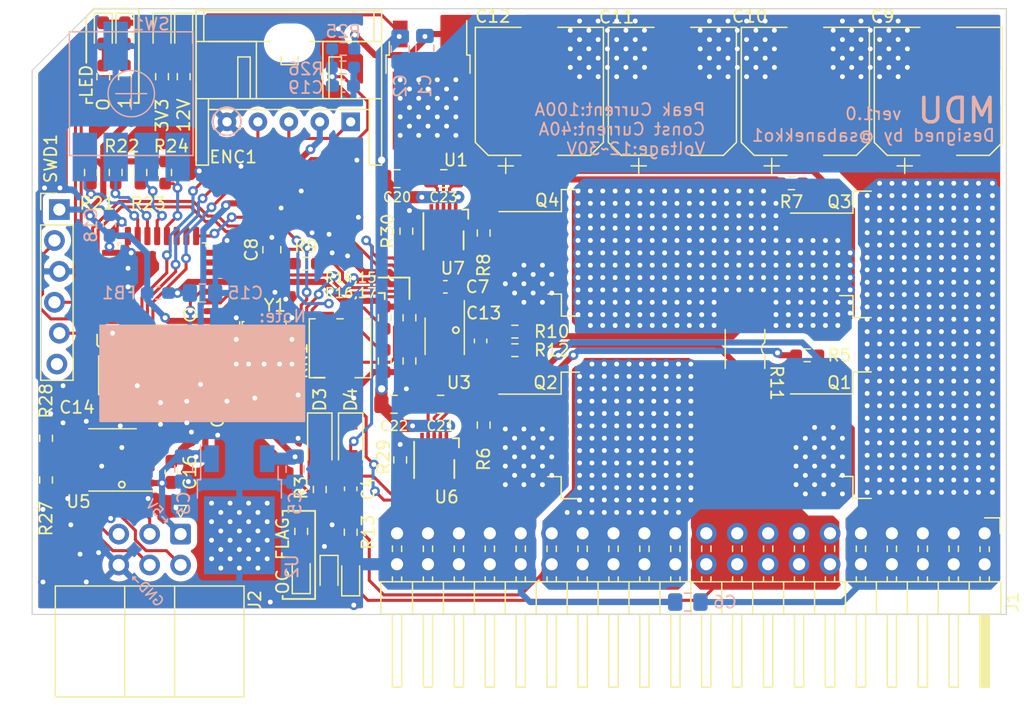
<source format=kicad_pcb>
(kicad_pcb (version 20211014) (generator pcbnew)
  (layers (0 "F.Cu" signal) (31 "B.Cu" signal) (34 "B.Paste" user) (35 "F.Paste" user) (36 "B.SilkS" user "B.Silkscreen") (37 "F.SilkS" user "F.Silkscreen") (38 "B.Mask" user) (39 "F.Mask" user) (44 "Edge.Cuts" user))
  (net 0 "")
  (net 1 "+BATT")
  (net 2 "GND")
  (net 3 "+12V")
  (net 4 "+5V")
  (net 5 "+3V3")
  (net 6 "OC_FLAG")
  (net 7 "/GATE_DRIVE/BRIDGE_EN")
  (net 8 "MOTOR_I")
  (net 9 "NRST")
  (net 10 "MOTOR_A")
  (net 11 "/GATE_DRIVE1/SOURCE_H")
  (net 12 "Net-(Q1-Pad1)")
  (net 13 "Net-(Q2-Pad1)")
  (net 14 "Net-(Q3-Pad1)")
  (net 15 "Net-(Q4-Pad1)")
  (net 16 "Net-(D1-Pad2)")
  (net 17 "Net-(D2-Pad2)")
  (net 18 "/MD_LOGIC/MD_EN")
  (net 19 "Net-(D8-Pad2)")
  (net 20 "Net-(D9-Pad2)")
  (net 21 "RS485_RX1")
  (net 22 "RS485_RX2")
  (net 23 "RS485_TX1")
  (net 24 "RS485_TX2")
  (net 25 "/GATE_DRIVE/GATE_H")
  (net 26 "/GATE_DRIVE/GATE_L")
  (net 27 "/GATE_DRIVE1/GATE_H")
  (net 28 "/GATE_DRIVE1/GATE_L")
  (net 29 "MOTOR_B")
  (net 30 "Net-(C13-Pad1)")
  (net 31 "Net-(C13-Pad2)")
  (net 32 "Net-(C21-Pad1)")
  (net 33 "LED0")
  (net 34 "LED1")
  (net 35 "Net-(D5-Pad2)")
  (net 36 "Net-(R9-Pad2)")
  (net 37 "MD_ID0")
  (net 38 "MD_ID1")
  (net 39 "MD_ID2")
  (net 40 "MD_ID3")
  (net 41 "Net-(RN1-Pad2)")
  (net 42 "SWCLK")
  (net 43 "SWDIO")
  (net 45 "/GATE_DRIVE/PWM")
  (net 46 "/GATE_DRIVE1/PWM")
  (net 47 "UART_TX")
  (net 48 "UART_RX")
  (net 50 "BATT_VOL")
  (net 51 "+3.3VA")
  (net 52 "Net-(R14-Pad2)")
  (net 53 "Net-(U4-Pad2)")
  (net 54 "Net-(U4-Pad3)")
  (net 56 "Net-(C23-Pad1)")
  (net 61 "ENC_B")
  (net 62 "ENC_A")
  (net 63 "ENC_X")
  (net 64 "Net-(D6-Pad2)")
  (net 65 "Net-(R16-Pad2)")
  (net 66 "Net-(R17-Pad1)")
  (net 67 "Net-(R20-Pad2)")
  (net 68 "Net-(R29-Pad1)")
  (net 69 "Net-(R30-Pad1)")
  (footprint "Resistor_SMD:R_0603_1608Metric_Pad0.98x0.95mm_HandSolder" (layer "F.Cu") (at 105.918 129.9835 90)
    (fp_text reference "R6")
    (fp_text value "22")
  )
  (footprint "Resistor_SMD:R_0603_1608Metric_Pad0.98x0.95mm_HandSolder" (layer "F.Cu") (at 90.932 138.717 -90)
    (fp_text reference "R2" hide)
    (fp_text value "4.7k")
  )
  (footprint "Resistor_SMD:R_0603_1608Metric_Pad0.98x0.95mm_HandSolder" (layer "F.Cu") (at 108.4815 123.825 180)
    (fp_text reference "R12")
    (fp_text value "10")
  )
  (footprint "Resistor_SMD:R_0603_1608Metric_Pad0.98x0.95mm_HandSolder" (layer "F.Cu") (at 74.676 101.346 90)
    (fp_text reference "R18" hide)
    (fp_text value "R")
  )
  (footprint "Resistor_SMD:R_0603_1608Metric_Pad0.98x0.95mm_HandSolder" (layer "F.Cu") (at 75.692 109.22 -90)
    (fp_text reference "R22")
    (fp_text value "10k")
  )
  (footprint "LED_SMD:LED_0603_1608Metric_Pad1.05x0.95mm_HandSolder" (layer "F.Cu") (at 79.502 97.79 -90)
    (fp_text reference "D5" hide)
    (fp_text value "LED")
  )
  (footprint "Capacitor_SMD:CP_Elec_10x10" (layer "F.Cu") (at 143.256 102.552 90)
    (fp_text reference "C9")
    (fp_text value "100uF")
  )
  (footprint "Resistor_SMD:R_0603_1608Metric_Pad0.98x0.95mm_HandSolder" (layer "F.Cu") (at 97.79 124.714 -90)
    (fp_text reference "R17" hide)
    (fp_text value "10k")
  )
  (footprint "Robocon_Connector:XA_05_Horizontal" (layer "F.Cu") (at 89.916 110.141 180)
    (fp_text reference "ENC1")
    (fp_text value "Conn_01x05")
  )
  (footprint "Resistor_SMD:R_0603_1608Metric_Pad0.98x0.95mm_HandSolder" (layer "F.Cu") (at 92.456 135.2725 90)
    (fp_text reference "R3")
    (fp_text value "10k")
  )
  (footprint "Capacitor_SMD:CP_Elec_10x10" (layer "F.Cu") (at 110.49 102.552 90)
    (fp_text reference "C12")
    (fp_text value "100uF")
  )
  (footprint "LED_SMD:LED_0603_1608Metric_Pad1.05x0.95mm_HandSolder" (layer "F.Cu") (at 93.218 142.353 -90)
    (fp_text reference "D7" hide)
    (fp_text value "LED")
  )
  (footprint "Resistor_SMD:R_0603_1608Metric_Pad0.98x0.95mm_HandSolder" (layer "F.Cu") (at 99.822 121.158 -90)
    (fp_text reference "R14" hide)
    (fp_text value "10k")
  )
  (footprint "Package_TO_SOT_SMD:TO-263-2" (layer "F.Cu") (at 115.249 115.824)
    (fp_text reference "Q4")
    (fp_text value "Q_NMOS_GDS")
  )
  (footprint "Resistor_SMD:R_0603_1608Metric_Pad0.98x0.95mm_HandSolder" (layer "F.Cu") (at 97.79 121.158 -90)
    (fp_text reference "R16" hide)
    (fp_text value "10k")
  )
  (footprint "Diode_SMD:D_SOD-123F" (layer "F.Cu") (at 94.996 131.188 -90)
    (fp_text reference "D4")
    (fp_text value "D")
  )
  (footprint "Package_SO:MSOP-8_3x3mm_P0.65mm" (layer "F.Cu") (at 102.7165 122.682 -90)
    (fp_text reference "U3")
    (fp_text value "MAX40056")
  )
  (footprint "Capacitor_SMD:C_0805_2012Metric_Pad1.18x1.45mm_HandSolder" (layer "F.Cu") (at 102.3835 128.27 180)
    (fp_text reference "C21")
    (fp_text value "4.7u")
  )
  (footprint "Connector_PinHeader_2.54mm:PinHeader_2x20_P2.54mm_Horizontal" (layer "F.Cu") (at 147.061 138.876 -90)
    (fp_text reference "J1")
    (fp_text value "Conn_02x20_Odd_Even")
  )
  (footprint "Package_TO_SOT_SMD:TO-263-2" (layer "F.Cu") (at 139.192 115.951)
    (fp_text reference "Q3")
    (fp_text value "Q_NMOS_GDS")
  )
  (footprint "Capacitor_SMD:C_0805_2012Metric_Pad1.18x1.45mm_HandSolder" (layer "F.Cu") (at 88.519 115.57 90)
    (fp_text reference "C8")
    (fp_text value "4.7u")
  )
  (footprint "Capacitor_SMD:CP_Elec_10x10" (layer "F.Cu") (at 132.334 102.552 90)
    (fp_text reference "C10")
    (fp_text value "100uF")
  )
  (footprint "Package_TO_SOT_SMD:TO-263-2" (layer "F.Cu") (at 139.192 130.81)
    (fp_text reference "Q1")
    (fp_text value "Q_NMOS_GDS")
  )
  (footprint "Package_TO_SOT_SMD:TO-252-2" (layer "F.Cu") (at 101.346 102.04 -90)
    (fp_text reference "U1")
    (fp_text value "L7812")
  )
  (footprint "Potentiometer_SMD:Potentiometer_Bourns_3224J_Horizontal" (layer "F.Cu") (at 94.114 123.666 90)
    (fp_text reference "RN1")
    (fp_text value "VoltageDivider")
  )
  (footprint "LED_SMD:LED_0603_1608Metric_Pad1.05x0.95mm_HandSolder" (layer "F.Cu") (at 90.932 142.1695 90)
    (fp_text reference "D2" hide)
    (fp_text value "LED")
  )
  (footprint "Capacitor_SMD:C_0603_1608Metric_Pad1.08x0.95mm_HandSolder" (layer "F.Cu") (at 84.074 125.73 -90)
    (fp_text reference "C17")
    (fp_text value "0.1u")
  )
  (footprint "Capacitor_SMD:C_0603_1608Metric_Pad1.08x0.95mm_HandSolder" (layer "F.Cu") (at 102.7695 118.618)
    (fp_text reference "C7")
    (fp_text value "0.1u")
  )
  (footprint "Resistor_SMD:R_0603_1608Metric_Pad0.98x0.95mm_HandSolder" (layer "F.Cu") (at 79.502 101.346 90)
    (fp_text reference "R4" hide)
    (fp_text value "4.7k")
  )
  (footprint "Package_TO_SOT_SMD:TO-263-2" (layer "F.Cu") (at 115.231 130.829)
    (fp_text reference "Q2")
    (fp_text value "Q_NMOS_GDS")
  )
  (footprint "LED_SMD:LED_0603_1608Metric_Pad1.05x0.95mm_HandSolder" (layer "F.Cu") (at 74.676 97.79 -90)
    (fp_text reference "D8" hide)
    (fp_text value "LED")
  )
  (footprint "Package_SO:SOIC-8_3.9x4.9mm_P1.27mm" (layer "F.Cu") (at 75.438 132.842 180)
    (fp_text reference "U5")
    (fp_text value "SP490")
  )
  (footprint "Capacitor_SMD:C_0603_1608Metric_Pad1.08x0.95mm_HandSolder" (layer "F.Cu") (at 75.438 128.524 180)
    (fp_text reference "C14")
    (fp_text value "0.1u")
  )
  (footprint "Resistor_SMD:R_0603_1608Metric_Pad0.98x0.95mm_HandSolder" (layer "F.Cu") (at 69.977 134.493 -90)
    (fp_text reference "R27")
    (fp_text value "120")
  )
  (footprint "Resistor_SMD:R_0603_1608Metric_Pad0.98x0.95mm_HandSolder" (layer "F.Cu") (at 91.313 116.713)
    (fp_text reference "R9")
    (fp_text value "10k")
  )
  (footprint "Capacitor_SMD:C_0805_2012Metric_Pad1.18x1.45mm_HandSolder" (layer "F.Cu") (at 98.552 128.27)
    (fp_text reference "C22")
    (fp_text value "4.7u")
  )
  (footprint "Capacitor_SMD:C_0603_1608Metric_Pad1.08x0.95mm_HandSolder" (layer "F.Cu") (at 105.664 123.063 -90)
    (fp_text reference "C13")
    (fp_text value "0.1u")
  )
  (footprint "Resistor_SMD:R_0603_1608Metric_Pad0.98x0.95mm_HandSolder" (layer "F.Cu") (at 79.756 109.22 -90)
    (fp_text reference "R24")
    (fp_text value "10k")
  )
  (footprint "Crystal:Resonator_SMD_Murata_CSTxExxV-3Pin_3.0x1.1mm_HandSoldering" (layer "F.Cu") (at 87.884 122.682)
    (fp_text reference "Y1")
    (fp_text value "Resonator")
  )
  (footprint "Resistor_SMD:R_0603_1608Metric_Pad0.98x0.95mm_HandSolder" (layer "F.Cu") (at 69.977 131.064 -90)
    (fp_text reference "R28")
    (fp_text value "120")
  )
  (footprint "Diode_SMD:D_SOD-123F" (layer "F.Cu") (at 92.456 131.188 -90)
    (fp_text reference "D3")
    (fp_text value "D")
  )
  (footprint "Capacitor_SMD:C_0603_1608Metric_Pad1.08x0.95mm_HandSolder" (layer "F.Cu") (at 94.996 135.2225 -90)
    (fp_text reference "C4")
    (fp_text value "0.1u")
  )
  (footprint "LED_SMD:LED_0603_1608Metric_Pad1.05x0.95mm_HandSolder" (layer "F.Cu") (at 76.454 97.79 -90)
    (fp_text reference "D9" hide)
    (fp_text value "LED")
  )
  (footprint "Resistor_SMD:R_0603_1608Metric_Pad0.98x0.95mm_HandSolder" (layer "F.Cu") (at 76.454 101.346 90)
    (fp_text reference "R19" hide)
    (fp_text value "R")
  )
  (footprint "Resistor_SMD:R_0603_1608Metric_Pad0.98x0.95mm_HandSolder" (layer "F.Cu") (at 131.191 110.109)
    (fp_text reference "R7")
    (fp_text value "22")
  )
  (footprint "Package_DFN_QFN:DFN-10-1EP_3x3mm_P0.5mm_EP1.55x2.48mm" (layer "F.Cu") (at 101.854 132.842 -90)
    (fp_text reference "U6")
    (fp_text value "DGD05463")
  )
  (footprint "Resistor_SMD:R_0603_1608Metric_Pad0.98x0.95mm_HandSolder" (layer "F.Cu") (at 99.568 114.046 90)
    (fp_text reference "R30")
    (fp_text value "47k")
  )
  (footprint "Connector_IDC:IDC-Header_2x03_P2.54mm_Horizontal" (layer "F.Cu") (at 81.026 138.938 -90)
    (fp_text reference "J2")
    (fp_text value "Conn_02x03_Odd_Even")
  )
  (footprint "Capacitor_SMD:CP_Elec_10x10" (layer "F.Cu") (at 121.412 102.552 90)
    (fp_text reference "C11")
    (fp_text value "100uF")
  )
  (footprint "LED_SMD:LED_0603_1608Metric_Pad1.05x0.95mm_HandSolder" (layer "F.Cu") (at 81.28 97.79 -90)
    (fp_text reference "D1" hide)
    (fp_text value "LED")
  )
  (footprint "Resistor_SMD:R_0603_1608Metric_Pad0.98x0.95mm_HandSolder" (layer "F.Cu") (at 132.4845 124.244)
    (fp_text reference "R5")
    (fp_text value "22")
  )
  (footprint "Robocon_Resistor:PU2512" (layer "F.Cu") (at 132.7658 123.698 -90)
    (fp_text reference "R11")
    (fp_text value "0.5m")
  )
  (footprint "Resistor_SMD:R_0603_1608Metric_Pad0.98x0.95mm_HandSolder" (layer "F.Cu") (at 73.66 109.22 -90)
    (fp_text reference "R21")
    (fp_text value "10k")
  )
  (footprint "Resistor_SMD:R_0603_1608Metric_Pad0.98x0.95mm_HandSolder" (layer "F.Cu") (at 81.534 125.73 90)
    (fp_text reference "R20")
    (fp_text value "10k")
  )
  (footprint "Package_QFP:LQFP-32_7x7mm_P0.8mm" (layer "F.Cu") (at 79.502 118.618 180)
    (fp_text reference "U4")
    (fp_text value "STM32F030K6Tx")
  )
  (footprint "Resistor_SMD:R_0603_1608Metric_Pad0.98x0.95mm_HandSolder" (layer "F.Cu") (at 99.06 132.842 90)
    (fp_text reference "R29")
    (fp_text value "47k")
  )
  (footprint "Resistor_SMD:R_0603_1608Metric_Pad0.98x0.95mm_HandSolder" (layer "F.Cu") (at 77.724 109.22 -90)
    (fp_text reference "R23")
    (fp_text value "10k")
  )
  (footprint "Capacitor_SMD:C_0805_2012Metric_Pad1.18x1.45mm_HandSolder" (layer "F.Cu") (at 98.7845 109.728)
    (fp_text reference "C20")
    (fp_text value "4.7u")
  )
  (footprint "Robocon_Switch:KMR621NG" (layer "F.Cu") (at 76.708 131.0325 180)
    (fp_text reference "RESET1")
    (fp_text value "SW_Push")
  )
  (footprint "Resistor_SMD:R_0603_1608Metric_Pad0.98x0.95mm_HandSolder" (layer "F.Cu") (at 105.918 114.1965 90)
    (fp_text reference "R8")
    (fp_text value "22")
  )
  (footprint "Resistor_SMD:R_0603_1608Metric_Pad0.98x0.95mm_HandSolder" (layer "F.Cu") (at 94.996 138.7875 -90)
    (fp_text reference "R13")
    (fp_text value "4.7k")
  )
  (footprint "Resistor_SMD:R_0603_1608Metric_Pad0.98x0.95mm_HandSolder" (layer "F.Cu") (at 99.822 124.714 -90)
    (fp_text reference "R15" hide)
    (fp_text value "10k")
  )
  (footprint "LED_SMD:LED_0603_1608Metric_Pad1.05x0.95mm_HandSolder" (layer "F.Cu") (at 94.996 142.353 90)
    (fp_text reference "D6" hide)
    (fp_text value "LED")
  )
  (footprint "Capacitor_SMD:C_0603_1608Metric_Pad1.08x0.95mm_HandSolder" (layer "F.Cu") (at 80.264 133.8315 90)
    (fp_text reference "C16")
    (fp_text value "C")
  )
  (footprint "Connector_PinHeader_2.54mm:PinHeader_1x06_P2.54mm_Vertical" (layer "F.Cu") (at 70.866 112.268)
    (fp_text reference "SWD1")
    (fp_text value "Conn_01x06")
  )
  (footprint "Capacitor_SMD:C_0805_2012Metric_Pad1.18x1.45mm_HandSolder" (layer "F.Cu") (at 102.6375 109.728 180)
    (fp_text reference "C23")
    (fp_text value "4.7u")
  )
  (footprint "Resistor_SMD:R_0603_1608Metric_Pad0.98x0.95mm_HandSolder" (layer "F.Cu") (at 108.4815 122.301 180)
    (fp_text reference "R10")
    (fp_text value "10")
  )
  (footprint "Resistor_SMD:R_0603_1608Metric_Pad0.98x0.95mm_HandSolder" (layer "F.Cu") (at 81.28 101.346 90)
    (fp_text reference "R1" hide)
    (fp_text value "10k")
  )
  (footprint "Package_DFN_QFN:DFN-10-1EP_3x3mm_P0.5mm_EP1.55x2.48mm" (layer "F.Cu") (at 102.616 114.046 -90)
    (fp_text reference "U7")
    (fp_text value "DGD05463")
  )
  (footprint "Capacitor_SMD:C_0805_2012Metric_Pad1.18x1.45mm_HandSolder" (layer "B.Cu") (at 99.06 99.0815 -90)
    (fp_text reference "C2")
    (fp_text value "4.7u")
  )
  (footprint "Capacitor_SMD:C_0603_1608Metric_Pad1.08x0.95mm_HandSolder" (layer "B.Cu") (at 94.361 102.108)
    (fp_text reference "C19")
    (fp_text value "0.1u")
  )
  (footprint "Capacitor_SMD:C_0805_2012Metric_Pad1.18x1.45mm_HandSolder" (layer "B.Cu") (at 90.424 133.604 -90)
    (fp_text reference "C5")
    (fp_text value "4.7u")
  )
  (footprint "Capacitor_SMD:C_0805_2012Metric_Pad1.18x1.45mm_HandSolder" (layer "B.Cu") (at 122.682 144.526 180)
    (fp_text reference "C6")
    (fp_text value "4.7u")
  )
  (footprint "Resistor_SMD:R_0603_1608Metric_Pad0.98x0.95mm_HandSolder" (layer "B.Cu") (at 94.361 100.584)
    (fp_text reference "R26")
    (fp_text value "R")
  )
  (footprint "Capacitor_SMD:C_0805_2012Metric_Pad1.18x1.45mm_HandSolder" (layer "B.Cu") (at 82.8255 119.126)
    (fp_text reference "C15")
    (fp_text value "4.7u")
  )
  (footprint "Capacitor_SMD:C_0805_2012Metric_Pad1.18x1.45mm_HandSolder" (layer "B.Cu") (at 81.28 133.5825 -90)
    (fp_text reference "C3")
    (fp_text value "4.7u")
  )
  (footprint "Capacitor_SMD:C_0805_2012Metric_Pad1.18x1.45mm_HandSolder" (layer "B.Cu") (at 101.092 99.0385 -90)
    (fp_text reference "C1")
    (fp_text value "4.7u")
  )
  (footprint "Capacitor_SMD:C_0603_1608Metric_Pad1.08x0.95mm_HandSolder" (layer "B.Cu") (at 75.184 113.538 90)
    (fp_text reference "C18")
    (fp_text value "0.1u")
  )
  (footprint "Package_TO_SOT_SMD:TO-252-2" (layer "B.Cu") (at 85.853 136.941 -90)
    (fp_text reference "U2")
    (fp_text value "NJM2845")
  )
  (footprint "Inductor_SMD:L_0603_1608Metric_Pad1.05x0.95mm_HandSolder" (layer "B.Cu") (at 79.15698 119.126)
    (fp_text reference "FB1")
    (fp_text value "FerriteBead")
  )
  (footprint "Robocon_Switch:ROTARY_DIP" (layer "B.Cu") (at 75.703 96.393 180)
    (fp_text reference "SW1")
    (fp_text value "SW_Coded")
  )
  (footprint "Resistor_SMD:R_0603_1608Metric_Pad0.98x0.95mm_HandSolder" (layer "B.Cu") (at 94.3845 99.06 180)
    (fp_text reference "R25")
    (fp_text value "R")
  )
  (gr_circle (center 84.836 105.029) (end 84.709 103.886) (layer "B.SilkS") (width 0.15) (fill none))
  (gr_rect (start 74.422 129.667) (end 91.186 121.793) (layer "B.SilkS") (width 0.15) (fill solid))
  (gr_circle (center 81.788 120.904) (end 81.788 121.412) (layer "F.SilkS") (width 0.15) (fill none))
  (gr_line (start 92.075 137.033) (end 89.408 137.033) (layer "F.SilkS") (width 0.15))
  (gr_line (start 99.822 118.618) (end 99.822 119.634) (layer "F.SilkS") (width 0.15))
  (gr_line (start 99.822 117.856) (end 99.06 117.856) (layer "F.SilkS") (width 0.15))
  (gr_line (start 77.216 103.505) (end 77.597 103.505) (layer "F.SilkS") (width 0.15))
  (gr_line (start 97.79 119.126) (end 97.79 119.634) (layer "F.SilkS") (width 0.15))
  (gr_circle (center 76.2 134.874) (end 76.2 134.62) (layer "F.SilkS") (width 0.15) (fill none))
  (gr_line (start 104.648 112.268) (end 104.648 113.03) (layer "F.SilkS") (width 0.15))
  (gr_line (start 97.282 119.126) (end 97.79 119.126) (layer "F.SilkS") (width 0.15))
  (gr_line (start 97.282 117.856) (end 99.06 117.856) (layer "F.SilkS") (width 0.15))
  (gr_line (start 89.408 144.272) (end 92.075 144.272) (layer "F.SilkS") (width 0.15))
  (gr_line (start 89.408 144.018) (end 89.408 144.272) (layer "F.SilkS") (width 0.15))
  (gr_circle (center 103.632 122.174) (end 103.632 121.92) (layer "F.SilkS") (width 0.15) (fill none))
  (gr_line (start 104.14 112.268) (end 104.648 112.268) (layer "F.SilkS") (width 0.15))
  (gr_line (start 103.378 131.064) (end 103.886 131.064) (layer "F.SilkS") (width 0.15))
  (gr_line (start 73.279 103.124) (end 73.279 103.505) (layer "F.SilkS") (width 0.15))
  (gr_line (start 73.914 95.758) (end 77.597 95.758) (layer "F.SilkS") (width 0.15))
  (gr_line (start 89.408 137.033) (end 89.408 137.414) (layer "F.SilkS") (width 0.15))
  (gr_line (start 73.279 96.393) (end 73.914 95.758) (layer "F.SilkS") (width 0.15))
  (gr_line (start 73.279 103.505) (end 73.787 103.505) (layer "F.SilkS") (width 0.15))
  (gr_line (start 73.279 100.203) (end 73.279 96.393) (layer "F.SilkS") (width 0.15))
  (gr_line (start 77.597 103.505) (end 77.597 95.758) (layer "F.SilkS") (width 0.15))
  (gr_line (start 103.886 131.064) (end 103.886 131.826) (layer "F.SilkS") (width 0.15))
  (gr_line (start 99.822 118.618) (end 99.822 117.856) (layer "F.SilkS") (width 0.15))
  (gr_line (start 92.075 144.272) (end 92.075 137.033) (layer "F.SilkS") (width 0.15))
  (gr_line (start 68.834 145.542) (end 148.844 145.542) (layer "Edge.Cuts") (width 0.1))
  (gr_line (start 73.914 95.758) (end 68.834 100.838) (layer "Edge.Cuts") (width 0.1))
  (gr_line (start 148.844 95.758) (end 73.914 95.758) (layer "Edge.Cuts") (width 0.1))
  (gr_line (start 68.834 100.838) (end 68.834 145.542) (layer "Edge.Cuts") (width 0.1))
  (gr_line (start 148.844 145.542) (end 148.844 95.758) (layer "Edge.Cuts") (width 0.1))
  (gr_text "ver1.0" (at 137.922 104.394) (layer "B.SilkS") (effects (font (size 1 1)) (justify mirror)))
  (gr_text "←5V" (at 79.248 137.16 315) (layer "B.SilkS") (effects (font (size 0.8 0.8) (thickness 0.13)) (justify mirror)))
  (gr_text "GND→" (at 78.232 143.51 -45) (layer "B.SilkS") (effects (font (size 0.8 0.8) (thickness 0.13)) (justify mirror)))
  (gr_text "MDU\n" (at 144.78 104.14) (layer "B.SilkS") (effects (font (size 2 2) (thickness 0.3)) (justify mirror)))
  (gr_text "Peak Current:100A\nConst Current:40A\nVoltage:12~30V" (at 124.206 105.664) (layer "B.SilkS") (effects (font (size 1 1)) (justify left mirror)))
  (gr_text "Note:" (at 89.408 121.031) (layer "B.SilkS") (effects (font (size 1 1)) (justify mirror)))
  (gr_text "Designed by @sabanekko1" (at 137.922 106.172) (layer "B.SilkS") (effects (font (size 1 1)) (justify mirror)))
  (gr_text "1" (at 76.454 103.505 90) (layer "F.SilkS") (effects (font (size 1 1))))
  (gr_text "O" (at 74.676 103.632 90) (layer "F.SilkS") (effects (font (size 1 1))))
  (gr_text "LED" (at 73.279 101.727 90) (layer "F.SilkS") (effects (font (size 1 1))))
  (gr_text "R14,15" (at 94.996 117.856) (layer "F.SilkS") (effects (font (size 0.8 0.8) (thickness 0.13))))
  (gr_text "OC FLAG" (at 89.408 140.716 90) (layer "F.SilkS") (effects (font (size 1 1))))
  (gr_text "3V3" (at 79.502 104.521 90) (layer "F.SilkS") (effects (font (size 1 1))))
  (gr_text "12V" (at 81.28 104.521 90) (layer "F.SilkS") (effects (font (size 1 1))))
  (gr_text "R16,17" (at 94.996 119.126) (layer "F.SilkS") (effects (font (size 0.8 0.8) (thickness 0.13))))
  (segment (start 101.854 132.842) (end 104.20448 132.842) (width 1) (layer "F.Cu") (net 0))
  (segment (start 102.616 114.046) (end 104.775 114.046) (width 1) (layer "F.Cu") (net 0))
  (segment (start 96.988 99.568) (end 99.822 99.568) (width 0.5) (layer "F.Cu") (net 1))
  (segment (start 101.296 97.84) (end 101.092 98.044) (width 0.5) (layer "F.Cu") (net 1))
  (segment (start 99.822 99.568) (end 101.092 98.298) (width 0.5) (layer "F.Cu") (net 1))
  (segment (start 101.092 98.298) (end 101.092 98.044) (width 0.5) (layer "F.Cu") (net 1))
  (segment (start 103.626 97.84) (end 101.296 97.84) (width 0.5) (layer "F.Cu") (net 1))
  (segment (start 95.337 97.917) (end 96.988 99.568) (width 0.5) (layer "F.Cu") (net 1))
  (via (at 138.43 117.221) (size 0.8) (drill 0.4) (layers "F.Cu" "B.Cu") (net 1))
  (via (at 137.414 113.157) (size 0.8) (drill 0.4) (layers "F.Cu" "B.Cu") (net 1))
  (via (at 143.51 126.365) (size 0.8) (drill 0.4) (layers "F.Cu" "B.Cu") (net 1))
  (via (at 144.526 116.205) (size 0.8) (drill 0.4) (layers "F.Cu" "B.Cu") (net 1))
  (via (at 138.43 118.237) (size 0.8) (drill 0.4) (layers "F.Cu" "B.Cu") (net 1))
  (via (at 143.51 119.253) (size 0.8) (drill 0.4) (layers "F.Cu" "B.Cu") (net 1))
  (via (at 138.43 110.109) (size 0.8) (drill 0.4) (layers "F.Cu" "B.Cu") (net 1))
  (via (at 142.494 135.509) (size 0.8) (drill 0.4) (layers "F.Cu" "B.Cu") (net 1))
  (via (at 147.701 126.365) (size 0.8) (drill 0.4) (layers "F.Cu" "B.Cu") (net 1))
  (via (at 144.526 112.141) (size 0.8) (drill 0.4) (layers "F.Cu" "B.Cu") (net 1))
  (via (at 144.526 130.429) (size 0.8) (drill 0.4) (layers "F.Cu" "B.Cu") (net 1))
  (via (at 139.446 112.141) (size 0.8) (drill 0.4) (layers "F.Cu" "B.Cu") (net 1))
  (via (at 140.462 132.461) (size 0.8) (drill 0.4) (layers "F.Cu" "B.Cu") (net 1))
  (via (at 140.462 125.349) (size 0.8) (drill 0.4) (layers "F.Cu" "B.Cu") (net 1))
  (via (at 145.542 131.445) (size 0.8) (drill 0.4) (layers "F.Cu" "B.Cu") (net 1))
  (via (at 101.092 98.044) (size 0.8) (drill 0.4) (layers "F.Cu" "B.Cu") (net 1))
  (via (at 143.51 133.477) (size 0.8) (drill 0.4) (layers "F.Cu" "B.Cu") (net 1))
  (via (at 145.542 130.429) (size 0.8) (drill 0.4) (layers "F.Cu" "B.Cu") (net 1))
  (via (at 142.494 132.461) (size 0.8) (drill 0.4) (layers "F.Cu" "B.Cu") (net 1))
  (via (at 145.542 127.381) (size 0.8) (drill 0.4) (layers "F.Cu" "B.Cu") (net 1))
  (via (at 146.558 117.221) (size 0.8) (drill 0.4) (layers "F.Cu" "B.Cu") (net 1))
  (via (at 141.478 115.189) (size 0.8) (drill 0.4) (layers "F.Cu" "B.Cu") (net 1))
  (via (at 138.43 115.189) (size 0.8) (drill 0.4) (layers "F.Cu" "B.Cu") (net 1))
  (via (at 146.558 115.189) (size 0.8) (drill 0.4) (layers "F.Cu" "B.Cu") (net 1))
  (via (at 143.51 130.429) (size 0.8) (drill 0.4) (layers "F.Cu" "B.Cu") (net 1))
  (via (at 139.446 130.429) (size 0.8) (drill 0.4) (layers "F.Cu" "B.Cu") (net 1))
  (via (at 138.43 135.509) (size 0.8) (drill 0.4) (layers "F.Cu" "B.Cu") (net 1))
  (via (at 139.446 116.205) (size 0.8) (drill 0.4) (layers "F.Cu" "B.Cu") (net 1))
  (via (at 146.558 133.477) (size 0.8) (drill 0.4) (layers "F.Cu" "B.Cu") (net 1))
  (via (at 143.51 122.301) (size 0.8) (drill 0.4) (layers "F.Cu" "B.Cu") (net 1))
  (via (at 145.542 116.205) (size 0.8) (drill 0.4) (layers "F.Cu" "B.Cu") (net 1))
  (via (at 143.51 132.461) (size 0.8) (drill 0.4) (layers "F.Cu" "B.Cu") (net 1))
  (via (at 147.701 134.493) (size 0.8) (drill 0.4) (layers "F.Cu" "B.Cu") (net 1))
  (via (at 146.558 123.317) (size 0.8) (drill 0.4) (layers "F.Cu" "B.Cu") (net 1))
  (via (at 142.494 126.365) (size 0.8) (drill 0.4) (layers "F.Cu" "B.Cu") (net 1))
  (via (at 142.494 121.285) (size 0.8) (drill 0.4) (layers "F.Cu" "B.Cu") (net 1))
  (via (at 143.51 112.141) (size 0.8) (drill 0.4) (layers "F.Cu" "B.Cu") (net 1))
  (via (at 144.526 117.221) (size 0.8) (drill 0.4) (layers "F.Cu" "B.Cu") (net 1))
  (via (at 138.43 123.317) (size 0.8) (drill 0.4) (layers "F.Cu" "B.Cu") (net 1))
  (via (at 140.462 113.157) (size 0.8) (drill 0.4) (layers "F.Cu" "B.Cu") (net 1))
  (via (at 141.478 125.349) (size 0.8) (drill 0.4) (layers "F.Cu" "B.Cu") (net 1))
  (via (at 145.542 132.461) (size 0.8) (drill 0.4) (layers "F.Cu" "B.Cu") (net 1))
  (via (at 144.526 115.189) (size 0.8) (drill 0.4) (layers "F.Cu" "B.Cu") (net 1))
  (via (at 147.701 119.253) (size 0.8) (drill 0.4) (layers "F.Cu" "B.Cu") (net 1))
  (via (at 139.446 123.317) (size 0.8) (drill 0.4) (layers "F.Cu" "B.Cu") (net 1))
  (via (at 141.478 134.493) (size 0.8) (drill 0.4) (layers "F.Cu" "B.Cu") (net 1))
  (via (at 145.542 112.141) (size 0.8) (drill 0.4) (layers "F.Cu" "B.Cu") (net 1))
  (via (at 140.462 117.221) (size 0.8) (drill 0.4) (layers "F.Cu" "B.Cu") (net 1))
  (via (at 145.542 119.253) (size 0.8) (drill 0.4) (layers "F.Cu" "B.Cu") (net 1))
  (via (at 146.558 119.253) (size 0.8) (drill 0.4) (layers "F.Cu" "B.Cu") (net 1))
  (via (at 145.542 117.221) (size 0.8) (drill 0.4) (layers "F.Cu" "B.Cu") (net 1))
  (via (at 146.558 118.237) (size 0.8) (drill 0.4) (layers "F.Cu" "B.Cu") (net 1))
  (via (at 146.558 131.445) (size 0.8) (drill 0.4) (layers "F.Cu" "B.Cu") (net 1))
  (via (at 140.462 128.397) (size 0.8) (drill 0.4) (layers "F.Cu" "B.Cu") (net 1))
  (via (at 145.542 111.125) (size 0.8) (drill 0.4) (layers "F.Cu" "B.Cu") (net 1))
  (via (at 147.701 127.381) (size 0.8) (drill 0.4) (layers "F.Cu" "B.Cu") (net 1))
  (via (at 141.478 127.381) (size 0.8) (drill 0.4) (layers "F.Cu" "B.Cu") (net 1))
  (via (at 143.51 111.125) (size 0.8) (drill 0.4) (layers "F.Cu" "B.Cu") (net 1))
  (via (at 146.558 134.493) (size 0.8) (drill 0.4) (layers "F.Cu" "B.Cu") (net 1))
  (via (at 137.414 124.333) (size 0.8) (drill 0.4) (layers "F.Cu" "B.Cu") (net 1))
  (via (at 146.558 125.349) (size 0.8) (drill 0.4) (layers "F.Cu" "B.Cu") (net 1))
  (via (at 144.526 133.477) (size 0.8) (drill 0.4) (layers "F.Cu" "B.Cu") (net 1))
  (via (at 142.494 127.381) (size 0.8) (drill 0.4) (layers "F.Cu" "B.Cu") (net 1))
  (via (at 140.462 122.301) (size 0.8) (drill 0.4) (layers "F.Cu" "B.Cu") (net 1))
  (via (at 142.494 113.157) (size 0.8) (drill 0.4) (layers "F.Cu" "B.Cu") (net 1))
  (via (at 143.51 131.445) (size 0.8) (drill 0.4) (layers "F.Cu" "B.Cu") (net 1))
  (via (at 138.43 132.461) (size 0.8) (drill 0.4) (layers "F.Cu" "B.Cu") (net 1))
  (via (at 146.558 113.157) (size 0.8) (drill 0.4) (layers "F.Cu" "B.Cu") (net 1))
  (via (at 139.446 127.381) (size 0.8) (drill 0.4) (layers "F.Cu" "B.Cu") (net 1))
  (via (at 137.414 117.221) (size 0.8) (drill 0.4) (layers "F.Cu" "B.Cu") (net 1))
  (via (at 142.494 133.477) (size 0.8) (drill 0.4) (layers "F.Cu" "B.Cu") (net 1))
  (via (at 141.478 118.237) (size 0.8) (drill 0.4) (layers "F.Cu" "B.Cu") (net 1))
  (via (at 144.526 123.317) (size 0.8) (drill 0.4) (layers "F.Cu" "B.Cu") (net 1))
  (via (at 138.43 120.269) (size 0.8) (drill 0.4) (layers "F.Cu" "B.Cu") (net 1))
  (via (at 144.526 118.237) (size 0.8) (drill 0.4) (layers "F.Cu" "B.Cu") (net 1))
  (via (at 138.43 111.125) (size 0.8) (drill 0.4) (layers "F.Cu" "B.Cu") (net 1))
  (via (at 138.43 112.141) (size 0.8) (drill 0.4) (layers "F.Cu" "B.Cu") (net 1))
  (via (at 141.478 111.125) (size 0.8) (drill 0.4) (layers "F.Cu" "B.Cu") (net 1))
  (via (at 145.542 134.493) (size 0.8) (drill 0.4) (layers "F.Cu" "B.Cu") (net 1))
  (via (at 144.526 114.173) (size 0.8) (drill 0.4) (layers "F.Cu" "B.Cu") (net 1))
  (via (at 138.43 131.445) (size 0.8) (drill 0.4) (layers "F.Cu" "B.Cu") (net 1))
  (via (at 139.446 119.253) (size 0.8) (drill 0.4) (layers "F.Cu" "B.Cu") (net 1))
  (via (at 142.494 128.397) (size 0.8) (drill 0.4) (layers "F.Cu" "B.Cu") (net 1))
  (via (at 139.446 135.509) (size 0.8) (drill 0.4) (layers "F.Cu" "B.Cu") (net 1))
  (via (at 142.494 122.301) (size 0.8) (drill 0.4) (layers "F.Cu" "B.Cu") (net 1))
  (via (at 144.526 122.301) (size 0.8) (drill 0.4) (layers "F.Cu" "B.Cu") (net 1))
  (via (at 146.558 121.285) (size 0.8) (drill 0.4) (layers "F.Cu" "B.Cu") (net 1))
  (via (at 139.446 129.413) (size 0.8) (drill 0.4) (layers "F.Cu" "B.Cu") (net 1))
  (via (at 138.43 128.397) (size 0.8) (drill 0.4) (layers "F.Cu" "B.Cu") (net 1))
  (via (at 144.526 113.157) (size 0.8) (drill 0.4) (layers "F.Cu" "B.Cu") (net 1))
  (via (at 137.414 130.429) (size 0.8) (drill 0.4) (layers "F.Cu" "B.Cu") (net 1))
  (via (at 140.462 123.317) (size 0.8) (drill 0.4) (layers "F.Cu" "B.Cu") (net 1))
  (via (at 143.51 123.317) (size 0.8) (drill 0.4) (layers "F.Cu" "B.Cu") (net 1))
  (via (at 144.526 128.397) (size 0.8) (drill 0.4) (layers "F.Cu" "B.Cu") (net 1))
  (via (at 137.414 132.461) (size 0.8) (drill 0.4) (layers "F.Cu" "B.Cu") (net 1))
  (via (at 139.446 120.269) (size 0.8) (drill 0.4) (layers "F.Cu" "B.Cu") (net 1))
  (via (at 139.446 110.109) (size 0.8) (drill 0.4) (layers "F.Cu" "B.Cu") (net 1))
  (via (at 145.542 114.173) (size 0.8) (drill 0.4) (layers "F.Cu" "B.Cu") (net 1))
  (via (at 145.542 110.109) (size 0.8) (drill 0.4) (layers "F.Cu" "B.Cu") (net 1))
  (via (at 147.701 131.445) (size 0.8) (drill 0.4) (layers "F.Cu" "B.Cu") (net 1))
  (via (at 139.446 114.173) (size 0.8) (drill 0.4) (layers "F.Cu" "B.Cu") (net 1))
  (via (at 145.542 120.269) (size 0.8) (drill 0.4) (layers "F.Cu" "B.Cu") (net 1))
  (via (at 140.462 135.509) (size 0.8) (drill 0.4) (layers "F.Cu" "B.Cu") (net 1))
  (via (at 140.462 124.333) (size 0.8) (drill 0.4) (layers "F.Cu" "B.Cu") (net 1))
  (via (at 146.558 135.509) (size 0.8) (drill 0.4) (layers "F.Cu" "B.Cu") (net 1))
  (via (at 139.446 115.189) (size 0.8) (drill 0.4) (layers "F.Cu" "B.Cu") (net 1))
  (via (at 142.494 115.189) (size 0.8) (drill 0.4) (layers "F.Cu" "B.Cu") (net 1))
  (via (at 143.51 120.269) (size 0.8) (drill 0.4) (layers "F.Cu" "B.Cu") (net 1))
  (via (at 141.478 117.221) (size 0.8) (drill 0.4) (layers "F.Cu" "B.Cu") (net 1))
  (via (at 137.414 118.237) (size 0.8) (drill 0.4) (layers "F.Cu" "B.Cu") (net 1))
  (via (at 146.558 112.141) (size 0.8) (drill 0.4) (layers "F.Cu" "B.Cu") (net 1))
  (via (at 144.526 119.253) (size 0.8) (drill 0.4) (layers "F.Cu" "B.Cu") (net 1))
  (via (at 145.542 128.397) (size 0.8) (drill 0.4) (layers "F.Cu" "B.Cu") (net 1))
  (via (at 147.701 124.333) (size 0.8) (drill 0.4) (layers "F.Cu" "B.Cu") (net 1))
  (via (at 140.462 116.205) (size 0.8) (drill 0.4) (layers "F.Cu" "B.Cu") (net 1))
  (via (at 143.51 116.205) (size 0.8) (drill 0.4) (layers "F.Cu" "B.Cu") (net 1))
  (via (at 142.494 117.221) (size 0.8) (drill 0.4) (layers "F.Cu" "B.Cu") (net 1))
  (via (at 147.701 123.317) (size 0.8) (drill 0.4) (layers "F.Cu" "B.Cu") (net 1))
  (via (at 145.542 125.349) (size 0.8) (drill 0.4) (layers "F.Cu" "B.Cu") (net 1))
  (via (at 144.526 120.269) (size 0.8) (drill 0.4) (layers "F.Cu" "B.Cu") (net 1))
  (via (at 140.462 133.477) (size 0.8) (drill 0.4) (layers "F.Cu" "B.Cu") (net 1))
  (via (at 141.478 122.301) (size 0.8) (drill 0.4) (layers "F.Cu" "B.Cu") (net 1))
  (via (at 144.526 134.493) (size 0.8) (drill 0.4) (layers "F.Cu" "B.Cu") (net 1))
  (via (at 142.494 112.141) (size 0.8) (drill 0.4) (layers "F.Cu" "B.Cu") (net 1))
  (via (at 147.701 112.141) (size 0.8) (drill 0.4) (layers "F.Cu" "B.Cu") (net 1))
  (via (at 140.462 129.413) (size 0.8) (drill 0.4) (layers "F.Cu" "B.Cu") (net 1))
  (via (at 138.43 125.349) (size 0.8) (drill 0.4) (layers "F.Cu" "B.Cu") (net 1))
  (via (at 141.478 132.461) (size 0.8) (drill 0.4) (layers "F.Cu" "B.Cu") (net 1))
  (via (at 145.542 122.301) (size 0.8) (drill 0.4) (layers "F.Cu" "B.Cu") (net 1))
  (via (at 141.478 112.141) (size 0.8) (drill 0.4) (layers "F.Cu" "B.Cu") (net 1))
  (via (at 147.701 122.301) (size 0.8) (drill 0.4) (layers "F.Cu" "B.Cu") (net 1))
  (via (at 137.414 123.317) (size 0.8) (drill 0.4) (layers "F.Cu" "B.Cu") (net 1))
  (via (at 140.462 111.125) (size 0.8) (drill 0.4) (layers "F.Cu" "B.Cu") (net 1))
  (via (at 145.542 115.189) (size 0.8) (drill 0.4) (layers "F.Cu" "B.Cu") (net 1))
  (via (at 142.494 118.237) (size 0.8) (drill 0.4) (layers "F.Cu" "B.Cu") (net 1))
  (via (at 137.414 112.141) (size 0.8) (drill 0.4) (layers "F.Cu" "B.Cu") (net 1))
  (via (at 144.526 110.109) (size 0.8) (drill 0.4) (layers "F.Cu" "B.Cu") (net 1))
  (via (at 139.446 126.365) (size 0.8) (drill 0.4) (layers "F.Cu" "B.Cu") (net 1))
  (via (at 139.446 111.125) (size 0.8) (drill 0.4) (layers "F.Cu" "B.Cu") (net 1))
  (via (at 141.478 130.429) (size 0.8) (drill 0.4) (layers "F.Cu" "B.Cu") (net 1))
  (via (at 142.494 129.413) (size 0.8) (drill 0.4) (layers "F.Cu" "B.Cu") (net 1))
  (via (at 147.701 121.285) (size 0.8) (drill 0.4) (layers "F.Cu" "B.Cu") (net 1))
  (via (at 147.701 118.237) (size 0.8) (drill 0.4) (layers "F.Cu" "B.Cu") (net 1))
  (via (at 143.51 127.381) (size 0.8) (drill 0.4) (layers "F.Cu" "B.Cu") (net 1))
  (via (at 137.414 129.413) (size 0.8) (drill 0.4) (layers "F.Cu" "B.Cu") (net 1))
  (via (at 138.43 113.157) (size 0.8) (drill 0.4) (layers "F.Cu" "B.Cu") (net 1))
  (via (at 143.51 115.189) (size 0.8) (drill 0.4) (layers "F.Cu" "B.Cu") (net 1))
  (via (at 142.494 123.317) (size 0.8) (drill 0.4) (layers "F.Cu" "B.Cu") (net 1))
  (via (at 139.446 124.333) (size 0.8) (drill 0.4) (layers "F.Cu" "B.Cu") (net 1))
  (via (at 141.478 124.333) (size 0.8) (drill 0.4) (layers "F.Cu" "B.Cu") (net 1))
  (via (at 143.51 118.237) (size 0.8) (drill 0.4) (layers "F.Cu" "B.Cu") (net 1))
  (via (at 147.701 130.429) (size 0.8) (drill 0.4) (layers "F.Cu" "B.Cu") (net 1))
  (via (at 137.414 120.269) (size 0.8) (drill 0.4) (layers "F.Cu" "B.Cu") (net 1))
  (via (at 144.526 131.445) (size 0.8) (drill 0.4) (layers "F.Cu" "B.Cu") (net 1))
  (via (at 138.43 119.253) (size 0.8) (drill 0.4) (layers "F.Cu" "B.Cu") (net 1))
  (via (at 139.446 122.301) (size 0.8) (drill 0.4) (layers "F.Cu" "B.Cu") (net 1))
  (via (at 138.43 121.285) (size 0.8) (drill 0.4) (layers "F.Cu" "B.Cu") (net 1))
  (via (at 142.494 124.333) (size 0.8) (drill 0.4) (layers "F.Cu" "B.Cu") (net 1))
  (via (at 139.446 125.349) (size 0.8) (drill 0.4) (layers "F.Cu" "B.Cu") (net 1))
  (via (at 146.558 114.173) (size 0.8) (drill 0.4) (layers "F.Cu" "B.Cu") (net 1))
  (via (at 145.542 129.413) (size 0.8) (drill 0.4) (layers "F.Cu" "B.Cu") (net 1))
  (via (at 139.446 121.285) (size 0.8) (drill 0.4) (layers "F.Cu" "B.Cu") (net 1))
  (via (at 141.478 135.509) (size 0.8) (drill 0.4) (layers "F.Cu" "B.Cu") (net 1))
  (via (at 140.462 112.141) (size 0.8) (drill 0.4) (layers "F.Cu" "B.Cu") (net 1))
  (via (at 140.462 120.269) (size 0.8) (drill 0.4) (layers "F.Cu" "B.Cu") (net 1))
  (via (at 144.526 132.461) (size 0.8) (drill 0.4) (layers "F.Cu" "B.Cu") (net 1))
  (via (at 139.446 133.477) (size 0.8) (drill 0.4) (layers "F.Cu" "B.Cu") (net 1))
  (via (at 137.414 125.349) (size 0.8) (drill 0.4) (layers "F.Cu" "B.Cu") (net 1))
  (via (at 95.337 97.917) (size 0.8) (drill 0.4) (layers "F.Cu" "B.Cu") (net 1))
  (via (at 147.701 135.509) (size 0.8) (drill 0.4) (layers "F.Cu" "B.Cu") (net 1))
  (via (at 147.701 120.269) (size 0.8) (drill 0.4) (layers "F.Cu" "B.Cu") (net 1))
  (via (at 142.494 119.253) (size 0.8) (drill 0.4) (layers "F.Cu" "B.Cu") (net 1))
  (via (at 147.701 115.189) (size 0.8) (drill 0.4) (layers "F.Cu" "B.Cu") (net 1))
  (via (at 140.462 131.445) (size 0.8) (drill 0.4) (layers "F.Cu" "B.Cu") (net 1))
  (via (at 145.542 133.477) (size 0.8) (drill 0.4) (layers "F.Cu" "B.Cu") (net 1))
  (via (at 144.526 129.413) (size 0.8) (drill 0.4) (layers "F.Cu" "B.Cu") (net 1))
  (via (at 146.558 120.269) (size 0.8) (drill 0.4) (layers "F.Cu" "B.Cu") (net 1))
  (via (at 143.51 135.509) (size 0.8) (drill 0.4) (layers "F.Cu" "B.Cu") (net 1))
  (via (at 139.446 132.461) (size 0.8) (drill 0.4) (layers "F.Cu" "B.Cu") (net 1))
  (via (at 146.558 130.429) (size 0.8) (drill 0.4) (layers "F.Cu" "B.Cu") (net 1))
  (via (at 140.462 127.381) (size 0.8) (drill 0.4) (layers "F.Cu" "B.Cu") (net 1))
  (via (at 145.542 135.509) (size 0.8) (drill 0.4) (layers "F.Cu" "B.Cu") (net 1))
  (via (at 147.701 128.397) (size 0.8) (drill 0.4) (layers "F.Cu" "B.Cu") (net 1))
  (via (at 138.43 130.429) (size 0.8) (drill 0.4) (layers "F.Cu" "B.Cu") (net 1))
  (via (at 143.51 134.493) (size 0.8) (drill 0.4) (layers "F.Cu" "B.Cu") (net 1))
  (via (at 140.462 119.253) (size 0.8) (drill 0.4) (layers "F.Cu" "B.Cu") (net 1))
  (via (at 144.526 124.333) (size 0.8) (drill 0.4) (layers "F.Cu" "B.Cu") (net 1))
  (via (at 146.558 116.205) (size 0.8) (drill 0.4) (layers "F.Cu" "B.Cu") (net 1))
  (via (at 145.542 124.333) (size 0.8) (drill 0.4) (layers "F.Cu" "B.Cu") (net 1))
  (via (at 146.558 127.381) (size 0.8) (drill 0.4) (layers "F.Cu" "B.Cu") (net 1))
  (via (at 140.462 121.285) (size 0.8) (drill 0.4) (layers "F.Cu" "B.Cu") (net 1))
  (via (at 147.701 117.221) (size 0.8) (drill 0.4) (layers "F.Cu" "B.Cu") (net 1))
  (via (at 141.478 126.365) (size 0.8) (drill 0.4) (layers "F.Cu" "B.Cu") (net 1))
  (via (at 140.462 114.173) (size 0.8) (drill 0.4) (layers "F.Cu" "B.Cu") (net 1))
  (via (at 137.414 114.173) (size 0.8) (drill 0.4) (layers "F.Cu" "B.Cu") (net 1))
  (via (at 141.478 114.173) (size 0.8) (drill 0.4) (layers "F.Cu" "B.Cu") (net 1))
  (via (at 147.701 125.349) (size 0.8) (drill 0.4) (layers "F.Cu" "B.Cu") (net 1))
  (via (at 137.414 133.477) (size 0.8) (drill 0.4) (layers "F.Cu" "B.Cu") (net 1))
  (via (at 143.51 129.413) (size 0.8) (drill 0.4) (layers "F.Cu" "B.Cu") (net 1))
  (via (at 147.701 114.173) (size 0.8) (drill 0.4) (layers "F.Cu" "B.Cu") (net 1))
  (via (at 147.701 111.125) (size 0.8) (drill 0.4) (layers "F.Cu" "B.Cu") (net 1))
  (via (at 147.701 110.109) (size 0.8) (drill 0.4) (layers "F.Cu" "B.Cu") (net 1))
  (via (at 142.494 131.445) (size 0.8) (drill 0.4) (layers "F.Cu" "B.Cu") (net 1))
  (via (at 139.446 113.157) (size 0.8) (drill 0.4) (layers "F.Cu" "B.Cu") (net 1))
  (via (at 141.478 120.269) (size 0.8) (drill 0.4) (layers "F.Cu" "B.Cu") (net 1))
  (via (at 138.43 122.301) (size 0.8) (drill 0.4) (layers "F.Cu" "B.Cu") (net 1))
  (via (at 143.51 113.157) (size 0.8) (drill 0.4) (layers "F.Cu" "B.Cu") (net 1))
  (via (at 142.494 125.349) (size 0.8) (drill 0.4) (layers "F.Cu" "B.Cu") (net 1))
  (via (at 142.494 114.173) (size 0.8) (drill 0.4) (layers "F.Cu" "B.Cu") (net 1))
  (via (at 141.478 123.317) (size 0.8) (drill 0.4) (layers "F.Cu" "B.Cu") (net 1))
  (via (at 137.414 135.509) (size 0.8) (drill 0.4) (layers "F.Cu" "B.Cu") (net 1))
  (via (at 143.51 121.285) (size 0.8) (drill 0.4) (layers "F.Cu" "B.Cu") (net 1))
  (via (at 143.51 114.173) (size 0.8) (drill 0.4) (layers "F.Cu" "B.Cu") (net 1))
  (via (at 137.414 119.253) (size 0.8) (drill 0.4) (layers "F.Cu" "B.Cu") (net 1))
  (via (at 144.526 111.125) (size 0.8) (drill 0.4) (layers "F.Cu" "B.Cu") (net 1))
  (via (at 146.558 124.333) (size 0.8) (drill 0.4) (layers "F.Cu" "B.Cu") (net 1))
  (via (at 147.701 132.461) (size 0.8) (drill 0.4) (layers "F.Cu" "B.Cu") (net 1))
  (via (at 138.43 116.205) (size 0.8) (drill 0.4) (layers "F.Cu" "B.Cu") (net 1))
  (via (at 137.414 111.125) (size 0.8) (drill 0.4) (layers "F.Cu" "B.Cu") (net 1))
  (via (at 139.446 131.445) (size 0.8) (drill 0.4) (layers "F.Cu" "B.Cu") (net 1))
  (via (at 138.43 129.413) (size 0.8) (drill 0.4) (layers "F.Cu" "B.Cu") (net 1))
  (via (at 143.51 117.221) (size 0.8) (drill 0.4) (layers "F.Cu" "B.Cu") (net 1))
  (via (at 139.446 117.221) (size 0.8) (drill 0.4) (layers "F.Cu" "B.Cu") (net 1))
  (via (at 142.494 120.269) (size 0.8) (drill 0.4) (layers "F.Cu" "B.Cu") (net 1))
  (via (at 144.526 127.381) (size 0.8) (drill 0.4) (layers "F.Cu" "B.Cu") (net 1))
  (via (at 147.701 113.157) (size 0.8) (drill 0.4) (layers "F.Cu" "B.Cu") (net 1))
  (via (at 142.494 134.493) (size 0.8) (drill 0.4) (layers "F.Cu" "B.Cu") (net 1))
  (via (at 146.558 132.461) (size 0.8) (drill 0.4) (layers "F.Cu" "B.Cu") (net 1))
  (via (at 137.414 131.445) (size 0.8) (drill 0.4) (layers "F.Cu" "B.Cu") (net 1))
  (via (at 137.414 115.189) (size 0.8) (drill 0.4) (layers "F.Cu" "B.Cu") (net 1))
  (via (at 140.462 110.109) (size 0.8) (drill 0.4) (layers "F.Cu" "B.Cu") (net 1))
  (via (at 143.51 125.349) (size 0.8) (drill 0.4) (layers "F.Cu" "B.Cu") (net 1))
  (via (at 137.414 121.285) (size 0.8) (drill 0.4) (layers "F.Cu" "B.Cu") (net 1))
  (via (at 139.446 128.397) (size 0.8) (drill 0.4) (layers "F.Cu" "B.Cu") (net 1))
  (via (at 137.414 116.205) (size 0.8) (drill 0.4) (layers "F.Cu" "B.Cu") (net 1))
  (via (at 137.414 128.397) (size 0.8) (drill 0.4) (layers "F.Cu" "B.Cu") (net 1))
  (via (at 146.558 110.109) (size 0.8) (drill 0.4) (layers "F.Cu" "B.Cu") (net 1))
  (via (at 137.414 127.381) (size 0.8) (drill 0.4) (layers "F.Cu" "B.Cu") (net 1))
  (via (at 139.446 118.237) (size 0.8) (drill 0.4) (layers "F.Cu" "B.Cu") (net 1))
  (via (at 138.43 114.173) (size 0.8) (drill 0.4) (layers "F.Cu" "B.Cu") (net 1))
  (via (at 146.558 129.413) (size 0.8) (drill 0.4) (layers "F.Cu" "B.Cu") (net 1))
  (via (at 144.526 135.509) (size 0.8) (drill 0.4) (layers "F.Cu" "B.Cu") (net 1))
  (via (at 141.478 116.205) (size 0.8) (drill 0.4) (layers "F.Cu" "B.Cu") (net 1))
  (via (at 140.462 130.429) (size 0.8) (drill 0.4) (layers "F.Cu" "B.Cu") (net 1))
  (via (at 138.43 133.477) (size 0.8) (drill 0.4) (layers "F.Cu" "B.Cu") (net 1))
  (via (at 147.701 116.205) (size 0.8) (drill 0.4) (layers "F.Cu" "B.Cu") (net 1))
  (via (at 144.526 125.349) (size 0.8) (drill 0.4) (layers "F.Cu" "B.Cu") (net 1))
  (via (at 140.462 134.493) (size 0.8) (drill 0.4) (layers "F.Cu" "B.Cu") (net 1))
  (via (at 146.558 111.125) (size 0.8) (drill 0.4) (layers "F.Cu" "B.Cu") (net 1))
  (via (at 142.494 116.205) (size 0.8) (drill 0.4) (layers "F.Cu" "B.Cu") (net 1))
  (via (at 141.478 129.413) (size 0.8) (drill 0.4) (layers "F.Cu" "B.Cu") (net 1))
  (via (at 144.526 126.365) (size 0.8) (drill 0.4) (layers "F.Cu" "B.Cu") (net 1))
  (via (at 139.446 134.493) (size 0.8) (drill 0.4) (layers "F.Cu" "B.Cu") (net 1))
  (via (at 138.43 127.381) (size 0.8) (drill 0.4) (layers "F.Cu" "B.Cu") (net 1))
  (via (at 142.494 130.429) (size 0.8) (drill 0.4) (layers "F.Cu" "B.Cu") (net 1))
  (via (at 138.43 124.333) (size 0.8) (drill 0.4) (layers "F.Cu" "B.Cu") (net 1))
  (via (at 145.542 118.237) (size 0.8) (drill 0.4) (layers "F.Cu" "B.Cu") (net 1))
  (via (at 146.558 122.301) (size 0.8) (drill 0.4) (layers "F.Cu" "B.Cu") (net 1))
  (via (at 141.478 119.253) (size 0.8) (drill 0.4) (layers "F.Cu" "B.Cu") (net 1))
  (via (at 145.542 126.365) (size 0.8) (drill 0.4) (layers "F.Cu" "B.Cu") (net 1))
  (via (at 138.43 134.493) (size 0.8) (drill 0.4) (layers "F.Cu" "B.Cu") (net 1))
  (via (at 141.478 121.285) (size 0.8) (drill 0.4) (layers "F.Cu" "B.Cu") (net 1))
  (via (at 141.478 128.397) (size 0.8) (drill 0.4) (layers "F.Cu" "B.Cu") (net 1))
  (via (at 141.478 113.157) (size 0.8) (drill 0.4) (layers "F.Cu" "B.Cu") (net 1))
  (via (at 142.494 110.109) (size 0.8) (drill 0.4) (layers "F.Cu" "B.Cu") (net 1))
  (via (at 138.43 126.365) (size 0.8) (drill 0.4) (layers "F.Cu" "B.Cu") (net 1))
  (via (at 146.558 126.365) (size 0.8) (drill 0.4) (layers "F.Cu" "B.Cu") (net 1))
  (via (at 137.414 122.301) (size 0.8) (drill 0.4) (layers "F.Cu" "B.Cu") (net 1))
  (via (at 145.542 121.285) (size 0.8) (drill 0.4) (layers "F.Cu" "B.Cu") (net 1))
  (via (at 147.701 133.477) (size 0.8) (drill 0.4) (layers "F.Cu" "B.Cu") (net 1))
  (via (at 145.542 123.317) (size 0.8) (drill 0.4) (layers "F.Cu" "B.Cu") (net 1))
  (via (at 146.558 128.397) (size 0.8) (drill 0.4) (layers "F.Cu" "B.Cu") (net 1))
  (via (at 140.462 126.365) (size 0.8) (drill 0.4) (layers "F.Cu" "B.Cu") (net 1))
  (via (at 142.494 111.125) (size 0.8) (drill 0.4) (layers "F.Cu" "B.Cu") (net 1))
  (via (at 137.414 126.365) (size 0.8) (drill 0.4) (layers "F.Cu" "B.Cu") (net 1))
  (via (at 141.478 131.445) (size 0.8) (drill 0.4) (layers "F.Cu" "B.Cu") (net 1))
  (via (at 145.542 113.157) (size 0.8) (drill 0.4) (layers "F.Cu" "B.Cu") (net 1))
  (via (at 143.51 128.397) (size 0.8) (drill 0.4) (layers "F.Cu" "B.Cu") (net 1))
  (via (at 140.462 118.237) (size 0.8) (drill 0.4) (layers "F.Cu" "B.Cu") (net 1))
  (via (at 147.701 129.413) (size 0.8) (drill 0.4) (layers "F.Cu" "B.Cu") (net 1))
  (via (at 143.51 124.333) (size 0.8) (drill 0.4) (layers "F.Cu" "B.Cu") (net 1))
  (via (at 143.51 110.109) (size 0.8) (drill 0.4) (layers "F.Cu" "B.Cu") (net 1))
  (via (at 144.526 121.285) (size 0.8) (drill 0.4) (layers "F.Cu" "B.Cu") (net 1))
  (via (at 140.462 115.189) (size 0.8) (drill 0.4) (layers "F.Cu" "B.Cu") (net 1))
  (via (at 137.414 134.493) (size 0.8) (drill 0.4) (layers "F.Cu" "B.Cu") (net 1))
  (via (at 141.478 133.477) (size 0.8) (drill 0.4) (layers "F.Cu" "B.Cu") (net 1))
  (via (at 141.478 110.109) (size 0.8) (drill 0.4) (layers "F.Cu" "B.Cu") (net 1))
  (segment (start 95.337 97.917) (end 95.337 99.02) (width 0.5) (layer "B.Cu") (net 1))
  (segment (start 135.382 144.526) (end 136.901 143.007) (width 0.5) (layer "B.Cu") (net 1))
  (segment (start 95.337 99.02) (end 95.297 99.06) (width 0.5) (layer "B.Cu") (net 1))
  (segment (start 123.7195 144.526) (end 135.382 144.526) (width 0.5) (layer "B.Cu") (net 1))
  (segment (start 136.901 143.007) (end 136.901 141.416) (width 0.5) (layer "B.Cu") (net 1))
  (segment (start 106.89648 117.56448) (end 107.696 118.364) (width 0.25) (layer "F.Cu") (net 2))
  (segment (start 102.70748 117.69348) (end 98.487955 117.69348) (width 0.5) (layer "F.Cu") (net 2))
  (segment (start 101.413882 126.05652) (end 102.069118 126.05652) (width 0.5) (layer "F.Cu") (net 2))
  (segment (start 100.1795 125.984) (end 101.341362 125.984) (width 0.5) (layer "F.Cu") (net 2))
  (segment (start 99.5895 128.27) (end 99.5895 127.0215) (width 1) (layer "F.Cu") (net 2))
  (segment (start 88.519 114.5325) (end 88.2435 114.808) (width 0.5) (layer "F.Cu") (net 2))
  (segment (start 97.79 125.6265) (end 96.8775 125.6265) (width 0.5) (layer "F.Cu") (net 2))
  (segment (start 103.632 118.618) (end 102.70748 117.69348) (width 0.5) (layer "F.Cu") (net 2))
  (segment (start 84.836 127.6085) (end 83.82 126.5925) (width 0.5) (layer "F.Cu") (net 2))
  (segment (start 102.3915 124.7945) (end 102.362 124.824) (width 0.25) (layer "F.Cu") (net 2))
  (segment (start 97.79 125.6265) (end 99.822 125.6265) (width 0.5) (layer "F.Cu") (net 2))
  (segment (start 81.788 127.762) (end 81.534 128.016) (width 0.25) (layer "F.Cu") (net 2))
  (segment (start 102.354 134.392) (end 102.354 135.374) (width 0.25) (layer "F.Cu") (net 2))
  (segment (start 102.362 124.824) (end 102.362 125.73) (width 0.25) (layer "F.Cu") (net 2))
  (segment (start 80.264 132.969) (end 81.788 131.445) (width 0.5) (layer "F.Cu") (net 2))
  (segment (start 103.116 115.992) (end 103.116 116.991022) (width 0.25) (layer "F.Cu") (net 2))
  (segment (start 94.996 136.085) (end 93.472 137.609) (width 0.25) (layer "F.Cu") (net 2))
  (segment (start 96.06644 117.40244) (end 94.742 116.078) (width 0.5) (layer "F.Cu") (net 2))
  (segment (start 102.362 125.73) (end 102.108 125.984) (width 0.25) (layer "F.Cu") (net 2))
  (segment (start 103.124 136.144) (end 103.632 136.144) (width 0.25) (layer "F.Cu") (net 2))
  (segment (start 75.184 137.549598) (end 75.283273 137.648871) (width 0.5) (layer "F.Cu") (net 2))
  (segment (start 83.77 126.6425) (end 83.82 126.5925) (width 0.25) (layer "F.Cu") (net 2))
  (segment (start 99.568 112.6055) (end 99.822 112.3515) (width 0.25) (layer "F.Cu") (net 2))
  (segment (start 82.302 124.08477) (end 83.14948 124.93225) (width 0.5) (layer "F.Cu") (net 2))
  (segment (start 103.116 116.991022) (end 103.689458 117.56448) (width 0.25) (layer "F.Cu") (net 2))
  (segment (start 101.341362 125.984) (end 101.413882 126.05652) (width 0.5) (layer "F.Cu") (net 2))
  (segment (start 83.14948 124.93225) (end 83.14948 125.92198) (width 0.5) (layer "F.Cu") (net 2))
  (segment (start 103.632 136.144) (end 106.934 136.144) (width 0.25) (layer "F.Cu") (net 2))
  (segment (start 81.788 126.6425) (end 81.788 127.762) (width 0.25) (layer "F.Cu") (net 2))
  (segment (start 99.568 127) (end 99.5895 127.0215) (width 1) (layer "F.Cu") (net 2))
  (segment (start 98.196916 117.402441) (end 96.06644 117.40244) (width 0.5) (layer "F.Cu") (net 2))
  (segment (start 95.25 127.254) (end 95.25 127.762) (width 0.5) (layer "F.Cu") (net 2))
  (segment (start 75.184 133.993598) (end 75.184 137.549598) (width 0.5) (layer "F.Cu") (net 2))
  (segment (start 99.822 109.728) (end 99.822 105.664) (width 1) (layer "F.Cu") (net 2))
  (segment (start 102.354 135.374) (end 103.124 136.144) (width 0.25) (layer "F.Cu") (net 2))
  (segment (start 82.302 122.793) (end 82.302 124.08477) (width 0.5) (layer "F.Cu") (net 2))
  (segment (start 96.8775 125.6265) (end 95.25 127.254) (width 0.5) (layer "F.Cu") (net 2))
  (segment (start 103.689458 117.56448) (end 106.89648 117.56448) (width 0.25) (layer "F.Cu") (net 2))
  (segment (start 88.2435 114.808) (end 84.836 114.808) (width 0.5) (layer "F.Cu") (net 2))
  (segment (start 102.069118 126.05652) (end 102.124819 126.000819) (width 0.5) (layer "F.Cu") (net 2))
  (segment (start 84.836 128.016) (end 84.836 127.6085) (width 0.5) (layer "F.Cu") (net 2))
  (segment (start 74.5755 126.995) (end 74.295 126.7145) (width 0.25) (layer "F.Cu") (net 2))
  (segment (start 93.472 137.609) (end 93.472 138.176) (width 0.25) (layer "F.Cu") (net 2))
  (segment (start 74.544701 133.354299) (end 75.184 133.993598) (width 0.5) (layer "F.Cu") (net 2))
  (segment (start 99.822 125.6265) (end 100.1795 125.984) (width 0.5) (layer "F.Cu") (net 2))
  (segment (start 98.487955 117.69348) (end 98.196916 117.402441) (width 0.5) (layer "F.Cu") (net 2))
  (segment (start 99.822 105.664) (end 101.346 104.14) (width 1) (layer "F.Cu") (net 2))
  (segment (start 83.14948 125.92198) (end 83.82 126.5925) (width 0.5) (layer "F.Cu") (net 2))
  (segment (start 99.568 113.1335) (end 99.568 112.6055) (width 0.25) (layer "F.Cu") (net 2))
  (segment (start 74.5755 128.524) (end 74.5755 126.995) (width 0.25) (layer "F.Cu") (net 2))
  (via (at 89.154 124.968) (size 0.8) (drill 0.4) (layers "F.Cu" "B.Cu") (net 2))
  (via (at 126.746 99.06) (size 0.8) (drill 0.4) (layers "F.Cu" "B.Cu") (net 2))
  (via (at 93.218 114.3) (size 0.8) (drill 0.4) (layers "F.Cu" "B.Cu") (net 2))
  (via (at 109.982 119.126) (size 0.8) (drill 0.4) (layers "F.Cu" "B.Cu") (net 2))
  (via (at 81.534 128.016) (size 0.8) (drill 0.4) (layers "F.Cu" "B.Cu") (net 2))
  (via (at 115.316 98.298) (size 0.8) (drill 0.4) (layers "F.Cu" "B.Cu") (net 2))
  (via (at 86.614 136.398) (size 0.8) (drill 0.4) (layers "F.Cu" "B.Cu") (net 2))
  (via (at 73.279 142.875) (size 0.8) (drill 0.4) (layers "F.Cu" "B.Cu") (net 2))
  (via (at 100.584 104.648) (size 0.8) (drill 0.4) (layers "F.Cu" "B.Cu") (net 2))
  (via (at 137.668 100.584) (size 0.8) (drill 0.4) (layers "F.Cu" "B.Cu") (net 2))
  (via (at 125.222 99.06) (size 0.8) (drill 0.4) (layers "F.Cu" "B.Cu") (net 2))
  (via (at 102.108 101.6) (size 0.8) (drill 0.4) (layers "F.Cu" "B.Cu") (net 2))
  (via (at 90.678 131.064) (size 0.8) (drill 0.4) (layers "F.Cu" "B.Cu") (net 2))
  (via (at 101.346 103.886) (size 0.8) (drill 0.4) (layers "F.Cu" "B.Cu") (net 2))
  (via (at 125.222 97.536) (size 0.8) (drill 0.4) (layers "F.Cu" "B.Cu") (net 2))
  (via (at 138.43 98.298) (size 0.8) (drill 0.4) (layers "F.Cu" "B.Cu") (net 2))
  (via (at 85.598 121.158) (size 0.8) (drill 0.4) (layers "F.Cu" "B.Cu") (net 2))
  (via (at 71.12 110.49) (size 0.8) (drill 0.4) (layers "F.Cu" "B.Cu") (net 2))
  (via (at 138.43 101.346) (size 0.8) (drill 0.4) (layers "F.Cu" "B.Cu") (net 2))
  (via (at 109.22 133.35) (size 0.8) (drill 0.4) (layers "F.Cu" "B.Cu") (net 2))
  (via (at 84.328 140.208) (size 0.8) (drill 0.4) (layers "F.Cu" "B.Cu") (net 2))
  (via (at 84.836 128.016) (size 0.8) (drill 0.4) (layers "F.Cu" "B.Cu") (net 2))
  (via (at 85.598 122.936) (size 0.8) (drill 0.4) (layers "F.Cu" "B.Cu") (net 2))
  (via (at 109.22 131.826) (size 0.8) (drill 0.4) (layers "F.Cu" "B.Cu") (net 2))
  (via (at 109.982 131.064) (size 0.8) (drill 0.4) (layers "F.Cu" "B.Cu") (net 2))
  (via (at 85.852 137.16) (size 0.8) (drill 0.4) (layers "F.Cu" "B.Cu") (net 2))
  (via (at 88.519 114.554) (size 0.8) (drill 0.4) (layers "F.Cu" "B.Cu") (net 2))
  (via (at 85.09 136.398) (size 0.8) (drill 0.4) (layers "F.Cu" "B.Cu") (net 2))
  (via (at 128.27 99.06) (size 0.8) (drill 0.4) (layers "F.Cu" "B.Cu") (net 2))
  (via (at 83.566 137.922) (size 0.8) (drill 0.4) (layers "F.Cu" "B.Cu") (net 2))
  (via (at 115.316 101.346) (size 0.8) (drill 0.4) (layers "F.Cu" "B.Cu") (net 2))
  (via (at 116.84 98.298) (size 0.8) (drill 0.4) (layers "F.Cu" "B.Cu") (net 2))
  (via (at 94.742 116.078) (size 0.8) (drill 0.4) (layers "F.Cu" "B.Cu") (net 2))
  (via (at 85.598 124.968) (size 0.8) (drill 0.4) (layers "F.Cu" "B.Cu") (net 2))
  (via (at 85.852 138.684) (size 0.8) (drill 0.4) (layers "F.Cu" "B.Cu") (net 2))
  (via (at 85.09 139.446) (size 0.8) (drill 0.4) (layers "F.Cu" "B.Cu") (net 2))
  (via (at 117.602 97.536) (size 0.8) (drill 0.4) (layers "F.Cu" "B.Cu") (net 2))
  (via (at 71.374 129.794) (size 0.8) (drill 0.4) (layers "F.Cu" "B.Cu") (net 2))
  (via (at 129.794 100.584) (size 0.8) (drill 0.4) (layers "F.Cu" "B.Cu") (net 2))
  (via (at 139.192 99.06) (size 0.8) (drill 0.4) (layers "F.Cu" "B.Cu") (net 2))
  (via (at 135.382 99.822) (size 0.8) (drill 0.4) (layers "F.Cu" "B.Cu") (net 2))
  (via (at 86.614 139.446) (size 0.8) (drill 0.4) (layers "F.Cu" "B.Cu") (net 2))
  (via (at 83.566 140.97) (size 0.8) (drill 0.4) (layers "F.Cu" "B.Cu") (net 2))
  (via (at 136.144 99.06) (size 0.8) (drill 0.4) (layers "F.Cu" "B.Cu") (net 2))
  (via (at 107.696 130.302) (size 0.8) (drill 0.4) (layers "F.Cu" "B.Cu") (net 2))
  (via (at 74.544701 133.354299) (size 0.8) (drill 0.4) (layers "F.Cu" "B.Cu") (net 2))
  (via (at 136.144 100.584) (size 0.8) (drill 0.4) (layers "F.Cu" "B.Cu") (net 2))
  (via (at 113.792 98.298) (size 0.8) (drill 0.4) (layers "F.Cu" "B.Cu") (net 2))
  (via (at 87.376 140.208) (size 0.8) (drill 0.4) (layers "F.Cu" "B.Cu") (net 2))
  (via (at 111.506 131.064) (size 0.8) (drill 0.4) (layers "F.Cu" "B.Cu") (net 2))
  (via (at 110.744 133.35) (size 0.8) (drill 0.4) (layers "F.Cu" "B.Cu") (net 2))
  (via (at 99.822 103.886) (size 0.8) (drill 0.4) (layers "F.Cu" "B.Cu") (net 2))
  (via (at 113.792 99.822) (size 0.8) (drill 0.4) (layers "F.Cu" "B.Cu") (net 2))
  (via (at 110.744 131.826) (size 0.8) (drill 0.4) (layers "F.Cu" "B.Cu") (net 2))
  (via (at 72.771 140.589) (size 0.8) (drill 0.4) (layers "F.Cu" "B.Cu") (net 2))
  (via (at 102.87 102.362) (size 0.8) (drill 0.4) (layers "F.Cu" "B.Cu") (net 2))
  (via (at 93.472 115.824) (size 0.8) (drill 0.4) (layers "F.Cu" "B.Cu") (net 2))
  (via (at 124.46 96.774) (size 0.8) (drill 0.4) (layers "F.Cu" "B.Cu") (net 2))
  (via (at 129.794 99.06) (size 0.8) (drill 0.4) (layers "F.Cu" "B.Cu") (net 2))
  (via (at 110.744 134.874) (size 0.8) (drill 0.4) (layers "F.Cu" "B.Cu") (net 2))
  (via (at 85.09 137.922) (size 0.8) (drill 0.4) (layers "F.Cu" "B.Cu") (net 2))
  (via (at 78.359 136.017) (size 0.8) (drill 0.4) (layers "F.Cu" "B.Cu") (net 2))
  (via (at 126.746 97.536) (size 0.8) (drill 0.4) (layers "F.Cu" "B.Cu") (net 2))
  (via (at 72.009 138.176) (size 0.8) (drill 0.4) (layers "F.Cu" "B.Cu") (net 2))
  (via (at 71.374 126.746) (size 0.8) (drill 0.4) (layers "F.Cu" "B.Cu") (net 2))
  (via (at 139.954 96.774) (size 0.8) (drill 0.4) (layers "F.Cu" "B.Cu") (net 2))
  (via (at 99.822 102.362) (size 0.8) (drill 0.4) (layers "F.Cu" "B.Cu") (net 2))
  (via (at 87.376 138.684) (size 0.8) (drill 0.4) (layers "F.Cu" "B.Cu") (net 2))
  (via (at 129.032 98.298) (size 0.8) (drill 0.4) (layers "F.Cu" "B.Cu") (net 2))
  (via (at 136.906 96.774) (size 0.8) (drill 0.4) (layers "F.Cu" "B.Cu") (net 2))
  (via (at 100.584 106.172) (size 0.8) (drill 0.4) (layers "F.Cu" "B.Cu") (net 2))
  (via (at 76.708 117.094) (size 0.8) (drill 0.4) (layers "F.Cu" "B.Cu") (net 2))
  (via (at 102.87 103.886) (size 0.8) (drill 0.4) (layers "F.Cu" "B.Cu") (net 2))
  (via (at 126.746 100.584) (size 0.8) (drill 0.4) (layers "F.Cu" "B.Cu") (net 2))
  (via (at 88.138 136.398) (size 0.8) (drill 0.4) (layers "F.Cu" "B.Cu") (net 2))
  (via (at 87.376 141.732) (size 0.8) (drill 0.4) (layers "F.Cu" "B.Cu") (net 2))
  (via (at 111.506 117.602) (size 0.8) (drill 0.4) (layers "F.Cu" "B.Cu") (net 2))
  (via (at 75.283273 137.648871) (size 0.8) (drill 0.4) (layers "F.Cu" "B.Cu") (net 2))
  (via (at 109.982 132.588) (size 0.8) (drill 0.4) (layers "F.Cu" "B.Cu") (net 2))
  (via (at 99.06 131.572) (size 0.8) (drill 0.4) (layers "F.Cu" "B.Cu") (net 2))
  (via (at 100.584 101.6) (size 0.8) (drill 0.4) (layers "F.Cu" "B.Cu") (net 2))
  (via (at 109.22 130.302) (size 0.8) (drill 0.4) (layers "F.Cu" "B.Cu") (net 2))
  (via (at 125.984 98.298) (size 0.8) (drill 0.4) (layers "F.Cu" "B.Cu") (net 2))
  (via (at 92.837 139.954) (size 0.8) (drill 0.4) (layers "F.Cu" "B.Cu") (net 2))
  (via (at 139.192 97.536) (size 0.8) (drill 0.4) (layers "F.Cu" "B.Cu") (net 2))
  (via (at 136.906 98.298) (size 0.8) (drill 0.4) (layers "F.Cu" "B.Cu") (net 2))
  (via (at 107.696 131.826) (size 0.8) (drill 0.4) (layers "F.Cu" "B.Cu") (net 2))
  (via (at 90.17 124.968) (size 0.8) (drill 0.4) (layers "F.Cu" "B.Cu") (net 2))
  (via (at 69.723 142.875) (size 0.8) (drill 0.4) (layers "F.Cu" "B.Cu") (net 2))
  (via (at 118.364 99.822) (size 0.8) (drill 0.4) (layers "F.Cu" "B.Cu") (net 2))
  (via (at 109.982 134.112) (size 0.8) (drill 0.4) (layers "F.Cu" "B.Cu") (net 2))
  (via (at 88.138 137.922) (size 0.8) (drill 0.4) (layers "F.Cu" "B.Cu") (net 2))
  (via (at 107.696 134.874) (size 0.8) (drill 0.4) (layers "F.Cu" "B.Cu") (net 2))
  (via (at 111.506 134.112) (size 0.8) (drill 0.4) (layers "F.Cu" "B.Cu") (net 2))
  (via (at 109.22 118.364) (size 0.8) (drill 0.4) (layers "F.Cu" "B.Cu") (net 2))
  (via (at 84.074 130.81) (size 0.8) (drill 0.4) (layers "F.Cu" "B.Cu") (net 2))
  (via (at 119.126 99.06) (size 0.8) (drill 0.4) (layers "F.Cu" "B.Cu") (net 2))
  (via (at 140.716 100.584) (size 0.8) (drill 0.4) (layers "F.Cu" "B.Cu") (net 2))
  (via (at 129.032 99.822) (size 0.8) (drill 0.4) (layers "F.Cu" "B.Cu") (net 2))
  (via (at 87.884 124.968) (size 0.8) (drill 0.4) (layers "F.Cu" "B.Cu") (net 2))
  (via (at 128.27 97.536) (size 0.8) (drill 0.4) (layers "F.Cu" "B.Cu") (net 2))
  (via (at 108.458 131.064) (size 0.8) (drill 0.4) (layers "F.Cu" "B.Cu") (net 2))
  (via (at 79.375 129.921) (size 0.8) (drill 0.4) (layers "F.Cu" "B.Cu") (net 2))
  (via (at 93.98 97.409) (size 0.8) (drill 0.4) (layers "F.Cu" "B.Cu") (net 2))
  (via (at 119.126 97.536) (size 0.8) (drill 0.4) (layers "F.Cu" "B.Cu") (net 2))
  (via (at 116.078 97.536) (size 0.8) (drill 0.4) (layers "F.Cu" "B.Cu") (net 2))
  (via (at 117.602 100.584) (size 0.8) (drill 0.4) (layers "F.Cu" "B.Cu") (net 2))
  (via (at 113.792 101.346) (size 0.8) (drill 0.4) (layers "F.Cu" "B.Cu") (net 2))
  (via (at 113.03 97.536) (size 0.8) (drill 0.4) (layers "F.Cu" "B.Cu") (net 2))
  (via (at 115.316 96.774) (size 0.8) (drill 0.4) (layers "F.Cu" "B.Cu") (net 2))
  (via (at 90.17 122.936) (size 0.8) (drill 0.4) (layers "F.Cu" "B.Cu") (net 2))
  (via (at 119.126 100.584) (size 0.8) (drill 0.4) (layers "F.Cu" "B.Cu") (net 2))
  (via (at 103.632 101.6) (size 0.8) (drill 0.4) (layers "F.Cu" "B.Cu") (net 2))
  (via (at 109.982 117.602) (size 0.8) (drill 0.4) (layers "F.Cu" "B.Cu") (net 2))
  (via (at 108.458 117.602) (size 0.8) (drill 0.4) (layers "F.Cu" "B.Cu") (net 2))
  (via (at 90.678 127.508) (size 0.8) (drill 0.4) (layers "F.Cu" "B.Cu") (net 2))
  (via (at 107.696 133.35) (size 0.8) (drill 0.4) (layers "F.Cu" "B.Cu") (net 2))
  (via (at 108.458 134.112) (size 0.8) (drill 0.4) (layers "F.Cu" "B.Cu") (net 2))
  (via (at 113.792 96.774) (size 0.8) (drill 0.4) (layers "F.Cu" "B.Cu") (net 2))
  (via (at 85.979 108.712) (size 0.8) (drill 0.4) (layers "F.Cu" "B.Cu") (net 2))
  (via (at 90.17 121.158) (size 0.8) (drill 0.4) (layers "F.Cu" "B.Cu") (net 2))
  (via (at 86.614 137.922) (size 0.8) (drill 0.4) (layers "F.Cu" "B.Cu") (net 2))
  (via (at 124.46 98.298) (size 0.8) (drill 0.4) (layers "F.Cu" "B.Cu") (net 2))
  (via (at 87.122 127.762) (size 0.8) (drill 0.4) (layers "F.Cu" "B.Cu") (net 2))
  (via (at 113.03 99.06) (size 0.8) (drill 0.4) (layers "F.Cu" "B.Cu") (net 2))
  (via (at 109.22 116.84) (size 0.8) (drill 0.4) (layers "F.Cu" "B.Cu") (net 2))
  (via (at 85.852 140.208) (size 0.8) (drill 0.4) (layers "F.Cu" "B.Cu") (net 2))
  (via (at 107.696 118.364) (size 0.8) (drill 0.4) (layers "F.Cu" "B.Cu") (net 2))
  (via (at 123.698 97.536) (size 0.8) (drill 0.4) (layers "F.Cu" "B.Cu") (net 2))
  (via (at 87.376 137.16) (size 0.8) (drill 0.4) (layers "F.Cu" "B.Cu") (net 2))
  (via (at 123.698 100.584) (size 0.8) (drill 0.4) (layers "F.Cu" "B.Cu") (net 2))
  (via (at 79.375 128.143) (size 0.8) (drill 0.4) (layers "F.Cu" "B.Cu") (net 2))
  (via (at 84.328 141.732) (size 0.8) (drill 0.4) (layers "F.Cu" "B.Cu") (net 2))
  (via (at 95.504 108.204) (size 0.8) (drill 0.4) (layers "F.Cu" "B.Cu") (net 2))
  (via (at 114.554 97.536) (size 0.8) (drill 0.4) (layers "F.Cu" "B.Cu") (net 2))
  (via (at 125.222 100.584) (size 0.8) (drill 0.4) (layers "F.Cu" "B.Cu") (net 2))
  (via (at 95.25 144.78) (size 0.8) (drill 0.4) (layers "F.Cu" "B.Cu") (net 2))
  (via (at 129.032 96.774) (size 0.8) (drill 0.4) (layers "F.Cu" "B.Cu") (net 2))
  (via (at 102.108 106.172) (size 0.8) (drill 0.4) (layers "F.Cu" "B.Cu") (net 2))
  (via (at 135.382 96.774) (size 0.8) (drill 0.4) (layers "F.Cu" "B.Cu") (net 2))
  (via (at 99.822 105.41) (size 0.8) (drill 0.4) (layers "F.Cu" "B.Cu") (net 2))
  (via (at 127.508 99.822) (size 0.8) (drill 0.4) (layers "F.Cu" "B.Cu") (net 2))
  (via (at 125.984 99.822) (size 0.8) (drill 0.4) (layers "F.Cu" "B.Cu") (net 2))
  (via (at 89.281 112.141) (size 0.8) (drill 0.4) (layers "F.Cu" "B.Cu") (net 2))
  (via (at 85.852 141.732) (size 0.8) (drill 0.4) (layers "F.Cu" "B.Cu") (net 2))
  (via (at 116.078 99.06) (size 0.8) (drill 0.4) (layers "F.Cu" "B.Cu") (net 2))
  (via (at 89.662 119.634) (size 0.8) (drill 0.4) (layers "F.Cu" "B.Cu") (net 2))
  (via (at 134.62 100.584) (size 0.8) (drill 0.4) (layers "F.Cu" "B.Cu") (net 2))
  (via (at 81.534 129.794) (size 0.8) (drill 0.4) (layers "F.Cu" "B.Cu") (net 2))
  (via (at 135.382 98.298) (size 0.8) (drill 0.4) (layers "F.Cu" "B.Cu") (net 2))
  (via (at 99.06 104.648) (size 0.8) (drill 0.4) (layers "F.Cu" "B.Cu") (net 2))
  (via (at 102.87 105.41) (size 0.8) (drill 0.4) (layers "F.Cu" "B.Cu") (net 2))
  (via (at 109.22 119.888) (size 0.8) (drill 0.4) (layers "F.Cu" "B.Cu") (net 2))
  (via (at 110.744 119.888) (size 0.8) (drill 0.4) (layers "F.Cu" "B.Cu") (net 2))
  (via (at 99.06 106.172) (size 0.8) (drill 0.4) (layers "F.Cu" "B.Cu") (net 2))
  (via (at 71.755 136.017) (size 0.8) (drill 0.4) (layers "F.Cu" "B.Cu") (net 2))
  (via (at 82.55 109.093) (size 0.8) (drill 0.4) (layers "F.Cu" "B.Cu") (net 2))
  (via (at 69.85 110.49) (size 0.8) (drill 0.4) (layers "F.Cu" "B.Cu") (net 2))
  (via (at 88.773 119.0675) (size 0.8) (drill 0.4) (layers "F.Cu" "B.Cu") (net 2))
  (via (at 111.506 119.126) (size 0.8) (drill 0.4) (layers "F.Cu" "B.Cu") (net 2))
  (via (at 110.744 116.84) (size 0.8) (drill 0.4) (layers "F.Cu" "B.Cu") (net 2))
  (via (at 139.954 99.822) (size 0.8) (drill 0.4) (layers "F.Cu" "B.Cu") (net 2))
  (via (at 88.138 140.97) (size 0.8) (drill 0.4) (layers "F.Cu" "B.Cu") (net 2))
  (via (at 135.382 101.346) (size 0.8) (drill 0.4) (layers "F.Cu" "B.Cu") (net 2))
  (via (at 114.554 99.06) (size 0.8) (drill 0.4) (layers "F.Cu" "B.Cu") (net 2))
  (via (at 139.954 98.298) (size 0.8) (drill 0.4) (layers "F.Cu" "B.Cu") (net 2))
  (via (at 124.46 101.346) (size 0.8) (drill 0.4) (layers "F.Cu" "B.Cu") (net 2))
  (via (at 102.108 103.124) (size 0.8) (drill 0.4) (layers "F.Cu" "B.Cu") (net 2))
  (via (at 116.078 100.584) (size 0.8) (drill 0.4) (layers "F.Cu" "B.Cu") (net 2))
  (via (at 88.392 144.526) (size 0.8) (drill 0.4) (layers "F.Cu" "B.Cu") (net 2))
  (via (at 136.906 99.822) (size 0.8) (drill 0.4) (layers "F.Cu" "B.Cu") (net 2))
  (via (at 84.328 137.16) (size 0.8) (drill 0.4) (layers "F.Cu" "B.Cu") (net 2))
  (via (at 101.346 102.362) (size 0.8) (drill 0.4) (layers "F.Cu" "B.Cu") (net 2))
  (via (at 103.632 103.124) (size 0.8) (drill 0.4) (layers "F.Cu" "B.Cu") (net 2))
  (via (at 73.279 129.667) (size 0.8) (drill 0.4) (layers "F.Cu" "B.Cu") (net 2))
  (via (at 103.632 106.172) (size 0.8) (drill 0.4) (layers "F.Cu" "B.Cu") (net 2))
  (via (at 109.22 134.874) (size 0.8) (drill 0.4) (layers "F.Cu" "B.Cu") (net 2))
  (via (at 86.614 140.97) (size 0.8) (drill 0.4) (layers "F.Cu" "B.Cu") (net 2))
  (via (at 137.668 97.536) (size 0.8) (drill 0.4) (layers "F.Cu" "B.Cu") (net 2))
  (via (at 136.906 101.346) (size 0.8) (drill 0.4) (layers "F.Cu" "B.Cu") (net 2))
  (via (at 100.584 103.124) (size 0.8) (drill 0.4) (layers "F.Cu" "B.Cu") (net 2))
  (via (at 125.984 101.346) (size 0.8) (drill 0.4) (layers "F.Cu" "B.Cu") (net 2))
  (via (at 69.723 136.906) (size 0.8) (drill 0.4) (layers "F.Cu" "B.Cu") (net 2))
  (via (at 118.364 101.346) (size 0.8) (drill 0.4) (layers "F.Cu" "B.Cu") (net 2))
  (via (at 99.06 103.124) (size 0.8) (drill 0.4) (layers "F.Cu" "B.Cu") (net 2))
  (via (at 140.716 99.06) (size 0.8) (drill 0.4) (layers "F.Cu" "B.Cu") (net 2))
  (via (at 99.822 112.3515) (size 0.8) (drill 0.4) (layers "F.Cu" "B.Cu") (net 2))
  (via (at 116.84 101.346) (size 0.8) (drill 0.4) (layers "F.Cu" "B.Cu") (net 2))
  (via (at 111.506 132.588) (size 0.8) (drill 0.4) (layers "F.Cu" "B.Cu") (net 2))
  (via (at 118.364 96.774) (size 0.8) (drill 0.4) (layers "F.Cu" "B.Cu") (net 2))
  (via (at 74.295 140.462) (size 0.8) (drill 0.4) (layers "F.Cu" "B.Cu") (net 2))
  (via (at 80.645 136.779) (size 0.8) (drill 0.4) (layers "F.Cu" "B.Cu") (net 2))
  (via (at 108.458 119.126) (size 0.8) (drill 0.4) (layers "F.Cu" "B.Cu") (net 2))
  (via (at 138.43 99.822) (size 0.8) (drill 0.4) (layers "F.Cu" "B.Cu") (net 2))
  (via (at 91.821 114.173) (size 0.8) (drill 0.4) (layers "F.Cu" "B.Cu") (net 2))
  (via (at 95.631 112.903) (size 0.8) (drill 0.4) (layers "F.Cu" "B.Cu") (net 2))
  (via (at 84.328 138.684) (size 0.8) (drill 0.4) (layers "F.Cu" "B.Cu") (net 2))
  (via (at 76.708 118.618) (size 0.8) (drill 0.4) (layers "F.Cu" "B.Cu") (net 2))
  (via (at 118.364 98.298) (size 0.8) (drill 0.4) (layers "F.Cu" "B.Cu") (net 2))
  (via (at 85.09 140.97) (size 0.8) (drill 0.4) (layers "F.Cu" "B.Cu") (net 2))
  (via (at 99.568 127) (size 0.8) (drill 0.4) (layers "F.Cu" "B.Cu") (net 2))
  (via (at 77.47 126.746) (size 0.8) (drill 0.4) (layers "F.Cu" "B.Cu") (net 2))
  (via (at 124.46 99.822) (size 0.8) (drill 0.4) (layers "F.Cu" "B.Cu") (net 2))
  (via (at 136.144 97.536) (size 0.8) (drill 0.4) (layers "F.Cu" "B.Cu") (net 2))
  (via (at 127.508 98.298) (size 0.8) (drill 0.4) (layers "F.Cu" "B.Cu") (net 2))
  (via (at 129.794 97.536) (size 0.8) (drill 0.4) (layers "F.Cu" "B.Cu") (net 2))
  (via (at 139.954 101.346) (size 0.8) (drill 0.4) (layers "F.Cu" "B.Cu") (net 2))
  (via (at 81.661 134.62) (size 0.8) (drill 0.4) (layers "F.Cu" "B.Cu") (net 2))
  (via (at 116.84 99.822) (size 0.8) (drill 0.4) (layers "F.Cu" "B.Cu") (net 2))
  (via (at 129.032 101.346) (size 0.8) (drill 0.4) (layers "F.Cu" "B.Cu") (net 2))
  (via (at 101.346 105.41) (size 0.8) (drill 0.4) (layers "F.Cu" "B.Cu") (net 2))
  (via (at 139.192 100.584) (size 0.8) (drill 0.4) (layers "F.Cu" "B.Cu") (net 2))
  (via (at 83.566 136.398) (size 0.8) (drill 0.4) (layers "F.Cu" "B.Cu") (net 2))
  (via (at 114.554 100.584) (size 0.8) (drill 0.4) (layers "F.Cu" "B.Cu") (net 2))
  (via (at 134.62 97.536) (size 0.8) (drill 0.4) (layers "F.Cu" "B.Cu") (net 2))
  (via (at 76.2 113.284) (size 0.8) (drill 0.4) (layers "F.Cu" "B.Cu") (net 2))
  (via (at 76.962 115.824) (size 0.8) (drill 0.4) (layers "F.Cu" "B.Cu") (net 2))
  (via (at 70.358 129.032) (size 0.8) (drill 0.4) (layers "F.Cu" "B.Cu") (net 2))
  (via (at 76.2 131.826) (size 0.8) (drill 0.4) (layers "F.Cu" "B.Cu") (net 2))
  (via (at 76.073 130.048) (size 0.8) (drill 0.4) (layers "F.Cu" "B.Cu") (net 2))
  (via (at 110.744 130.302) (size 0.8) (drill 0.4) (layers "F.Cu" "B.Cu") (net 2))
  (via (at 138.43 96.774) (size 0.8) (drill 0.4) (layers "F.Cu" "B.Cu") (net 2))
  (via (at 102.108 104.648) (size 0.8) (drill 0.4) (layers "F.Cu" "B.Cu") (net 2))
  (via (at 83.566 139.446) (size 0.8) (drill 0.4) (layers "F.Cu" "B.Cu") (net 2))
  (via (at 99.06 101.6) (size 0.8) (drill 0.4) (layers "F.Cu" "B.Cu") (net 2))
  (via (at 84.836 114.808) (size 0.8) (drill 0.4) (layers "F.Cu" "B.Cu") (net 2))
  (via (at 117.602 99.06) (size 0.8) (drill 0.4) (layers "F.Cu" "B.Cu") (net 2))
  (via (at 128.27 100.584) (size 0.8) (drill 0.4) (layers "F.Cu" "B.Cu") (net 2))
  (via (at 86.614 124.968) (size 0.8) (drill 0.4) (layers "F.Cu" "B.Cu") (net 2))
  (via (at 127.508 96.774) (size 0.8) (drill 0.4) (layers "F.Cu" "B.Cu") (net 2))
  (via (at 115.316 99.822) (size 0.8) (drill 0.4) (layers "F.Cu" "B.Cu") (net 2))
  (via (at 88.138 139.446) (size 0.8) (drill 0.4) (layers "F.Cu" "B.Cu") (net 2))
  (via (at 125.984 96.774) (size 0.8) (drill 0.4) (layers "F.Cu" "B.Cu") (net 2))
  (via (at 90.932 110.744) (size 0.8) (drill 0.4) (layers "F.Cu" "B.Cu") (net 2))
  (via (at 93.472 138.176) (size 0.8) (drill 0.4) (layers "F.Cu" "B.Cu") (net 2))
  (via (at 127.508 101.346) (size 0.8) (drill 0.4) (layers "F.Cu" "B.Cu") (net 2))
  (via (at 103.632 104.648) (size 0.8) (drill 0.4) (layers "F.Cu" "B.Cu") (net 2))
  (via (at 137.668 99.06) (size 0.8) (drill 0.4) (layers "F.Cu" "B.Cu") (net 2))
  (via (at 110.744 118.364) (size 0.8) (drill 0.4) (layers "F.Cu" "B.Cu") (net 2))
  (via (at 123.698 99.06) (size 0.8) (drill 0.4) (layers "F.Cu" "B.Cu") (net 2))
  (via (at 108.458 132.588) (size 0.8) (drill 0.4) (layers "F.Cu" "B.Cu") (net 2))
  (via (at 116.84 96.774) (size 0.8) (drill 0.4) (layers "F.Cu" "B.Cu") (net 2))
  (via (at 140.716 97.536) (size 0.8) (drill 0.4) (layers "F.Cu" "B.Cu") (net 2))
  (via (at 95.25 127.762) (size 0.8) (drill 0.4) (layers "F.Cu" "B.Cu") (net 2))
  (via (at 81.915 130.556) (size 0.8) (drill 0.4) (layers "F.Cu" "B.Cu") (net 2))
  (via (at 113.03 100.584) (size 0.8) (drill 0.4) (layers "F.Cu" "B.Cu") (net 2))
  (via (at 134.62 99.06) (size 0.8) (drill 0.4) (layers "F.Cu" "B.Cu") (net 2))
  (segment (start 94.804 141.416) (end 94.742 141.478) (width 1) (layer "B.Cu") (net 2))
  (segment (start 108.961 143.759) (end 108.961 141.416) (width 0.5) (layer "B.Cu") (net 2))
  (segment (start 73.688875 112.051489) (end 74.559989 112.051489) (width 0.25) (layer "B.Cu") (net 2))
  (segment (start 69.85 110.49) (end 69.366489 110.973511) (width 0.5) (layer "B.Cu") (net 2))
  (segment (start 72.127386 110.49) (end 73.688875 112.051489) (width 0.25) (layer "B.Cu") (net 2))
  (segment (start 69.366489 126.008489) (end 69.85 126.492) (width 0.5) (layer "B.Cu") (net 2))
  (segment (start 75.184 112.6755) (end 75.5915 112.6755) (width 0.5) (layer "B.Cu") (net 2))
  (segment (start 109.728 144.526) (end 108.961 143.759) (width 0.5) (layer "B.Cu") (net 2))
  (segment (start 98.801 141.416) (end 94.804 141.416) (width 1) (layer "B.Cu") (net 2))
  (segment (start 69.366489 110.973511) (end 69.366489 126.008489) (width 0.5) (layer "B.Cu") (net 2))
  (segment (start 74.559989 112.051489) (end 75.184 112.6755) (width 0.25) (layer "B.Cu") (net 2))
  (segment (start 75.5915 112.6755) (end 76.2 113.284) (width 0.5) (layer "B.Cu") (net 2))
  (segment (start 121.6445 144.526) (end 109.728 144.526) (width 0.5) (layer "B.Cu") (net 2))
  (segment (start 71.12 110.49) (end 72.127386 110.49) (width 0.25) (layer "B.Cu") (net 2))
  (segment (start 102.854 130.276799) (end 102.854 131.292) (width 0.25) (layer "F.Cu") (net 3))
  (segment (start 82.296 101.2425) (end 81.28 102.2585) (width 0.25) (layer "F.Cu") (net 3))
  (segment (start 97.536 109.517) (end 97.747 109.728) (width 1) (layer "F.Cu") (net 3))
  (segment (start 100.076 130.048) (end 99.212176 130.048) (width 1) (layer "F.Cu") (net 3))
  (segment (start 82.296 97.218816) (end 82.296 101.2425) (width 0.25) (layer "F.Cu") (net 3))
  (segment (start 97.5145 128.27) (end 97.5145 127.0215) (width 1) (layer "F.Cu") (net 3))
  (segment (start 97.536 96.266) (end 83.248816 96.266) (width 0.25) (layer "F.Cu") (net 3))
  (segment (start 103.0785 130.052299) (end 102.854 130.276799) (width 0.25) (layer "F.Cu") (net 3))
  (segment (start 83.248816 96.266) (end 82.296 97.218816) (width 0.25) (layer "F.Cu") (net 3))
  (segment (start 100.838 111.252) (end 99.06 111.252) (width 1) (layer "F.Cu") (net 3))
  (segment (start 99.212176 130.048) (end 97.5145 128.350324) (width 1) (layer "F.Cu") (net 3))
  (segment (start 99.06 111.252) (end 97.747 109.939) (width 1) (layer "F.Cu") (net 3))
  (segment (start 99.066 97.796) (end 97.536 96.266) (width 0.25) (layer "F.Cu") (net 3))
  (segment (start 103.616 111.45517) (end 103.616 112.496) (width 0.25) (layer "F.Cu") (net 3))
  (segment (start 99.066 97.84) (end 99.066 97.796) (width 0.25) (layer "F.Cu") (net 3))
  (segment (start 97.536 108.204) (end 97.536 109.517) (width 1) (layer "F.Cu") (net 3))
  (segment (start 97.5145 127.0215) (end 97.536 127) (width 1) (layer "F.Cu") (net 3))
  (segment (start 103.8405 111.23067) (end 103.616 111.45517) (width 0.25) (layer "F.Cu") (net 3))
  (segment (start 97.747 109.939) (end 97.747 109.728) (width 1) (layer "F.Cu") (net 3))
  (segment (start 97.5145 128.350324) (end 97.5145 128.27) (width 1) (layer "F.Cu") (net 3))
  (via (at 97.536 127) (size 1) (drill 0.6) (layers "F.Cu" "B.Cu") (net 3))
  (via (at 103.0785 130.052299) (size 0.8) (drill 0.4) (layers "F.Cu" "B.Cu") (net 3))
  (via (at 103.8405 111.23067) (size 0.8) (drill 0.4) (layers "F.Cu" "B.Cu") (net 3))
  (via (at 97.536 108.204) (size 1) (drill 0.6) (layers "F.Cu" "B.Cu") (net 3))
  (via (at 100.838 111.252) (size 0.8) (drill 0.4) (layers "F.Cu" "B.Cu") (net 3))
  (via (at 98.979676 98.044) (size 0.8) (drill 0.4) (layers "F.Cu" "B.Cu") (net 3))
  (via (at 100.076 130.048) (size 0.8) (drill 0.4) (layers "F.Cu" "B.Cu") (net 3))
  (segment (start 97.536 108.204) (end 97.536 127) (width 1) (layer "B.Cu") (net 3))
  (segment (start 97.536 99.487676) (end 98.979676 98.044) (width 1) (layer "B.Cu") (net 3))
  (segment (start 100.838 111.252) (end 103.81917 111.252) (width 1) (layer "B.Cu") (net 3))
  (segment (start 103.074201 130.048) (end 103.0785 130.052299) (width 1) (layer "B.Cu") (net 3))
  (segment (start 99.06 98.044) (end 98.979676 98.044) (width 1) (layer "B.Cu") (net 3))
  (segment (start 103.81917 111.252) (end 103.8405 111.23067) (width 1) (layer "B.Cu") (net 3))
  (segment (start 97.536 108.204) (end 97.536 99.487676) (width 1) (layer "B.Cu") (net 3))
  (segment (start 100.076 130.048) (end 103.074201 130.048) (width 1) (layer "B.Cu") (net 3))
  (segment (start 79.502 134.747) (end 80.211 134.747) (width 0.5) (layer "F.Cu") (net 4))
  (segment (start 80.211 134.747) (end 80.264 134.694) (width 0.5) (layer "F.Cu") (net 4))
  (segment (start 77.913 134.747) (end 79.502 134.747) (width 0.5) (layer "F.Cu") (net 4))
  (segment (start 83.058 131.826) (end 82.296 132.588) (width 0.5) (layer "F.Cu") (net 4))
  (segment (start 84.908926 111.76) (end 87.249 111.76) (width 0.5) (layer "F.Cu") (net 4))
  (segment (start 82.661062 126.634938) (end 83.058 127.031876) (width 0.5) (layer "F.Cu") (net 4))
  (segment (start 83.058 127.031876) (end 83.058 131.826) (width 0.5) (layer "F.Cu") (net 4))
  (segment (start 84.745463 111.923463) (end 84.908926 111.76) (width 0.5) (layer "F.Cu") (net 4))
  (segment (start 87.249 111.76) (end 91.694 107.315) (width 0.5) (layer "F.Cu") (net 4))
  (via (at 82.661062 126.634938) (size 0.8) (drill 0.4) (layers "F.Cu" "B.Cu") (net 4))
  (via (at 82.296 132.588) (size 0.8) (drill 0.4) (layers "F.Cu" "B.Cu") (net 4))
  (via (at 84.745463 111.923463) (size 0.8) (drill 0.4) (layers "F.Cu" "B.Cu") (net 4))
  (via (at 79.502 134.747) (size 0.8) (drill 0.4) (layers "F.Cu" "B.Cu") (net 4))
  (via (at 91.694 107.315) (size 0.8) (drill 0.4) (layers "F.Cu" "B.Cu") (net 4))
  (segment (start 79.502 133.858) (end 79.502 134.747) (width 0.5) (layer "B.Cu") (net 4))
  (segment (start 82.891511 113.954208) (end 84.745463 112.100256) (width 0.5) (layer "B.Cu") (net 4))
  (segment (start 82.677 120.03877) (end 82.82598 119.88979) (width 0.5) (layer "B.Cu") (net 4))
  (segment (start 92.456 106.553) (end 91.694 107.315) (width 0.5) (layer "B.Cu") (net 4))
  (segment (start 80.815 132.545) (end 81.28 132.545) (width 0.5) (layer "B.Cu") (net 4))
  (segment (start 79.502 134.747) (end 79.502 137.414) (width 0.5) (layer "B.Cu") (net 4))
  (segment (start 92.456 105.061) (end 92.456 106.553) (width 0.5) (layer "B.Cu") (net 4))
  (segment (start 82.677 126.619) (end 82.677 120.03877) (width 0.5) (layer "B.Cu") (net 4))
  (segment (start 83.377 132.545) (end 83.573 132.741) (width 1) (layer "B.Cu") (net 4))
  (segment (start 82.82598 119.88979) (end 82.82598 118.36125) (width 0.5) (layer "B.Cu") (net 4))
  (segment (start 81.28 132.545) (end 83.377 132.545) (width 1) (layer "B.Cu") (net 4))
  (segment (start 82.891511 118.295719) (end 82.891511 113.954208) (width 0.5) (layer "B.Cu") (net 4))
  (segment (start 84.745463 112.100256) (end 84.745463 111.923463) (width 0.5) (layer "B.Cu") (net 4))
  (segment (start 79.502 137.414) (end 81.026 138.938) (width 0.5) (layer "B.Cu") (net 4))
  (segment (start 82.82598 118.36125) (end 82.891511 118.295719) (width 0.5) (layer "B.Cu") (net 4))
  (segment (start 79.502 133.858) (end 80.815 132.545) (width 0.5) (layer "B.Cu") (net 4))
  (segment (start 82.661062 126.634938) (end 82.677 126.619) (width 0.5) (layer "B.Cu") (net 4))
  (segment (start 90.424 132.588) (end 90.932 133.096) (width 0.25) (layer "F.Cu") (net 5))
  (segment (start 83.677 121.418) (end 80.016 121.418) (width 0.5) (layer "F.Cu") (net 5))
  (segment (start 90.424 132.588) (end 85.990593 128.154593) (width 0.5) (layer "F.Cu") (net 5))
  (segment (start 85.990593 128.154593) (end 85.990593 127.254) (width 0.5) (layer "F.Cu") (net 5))
  (segment (start 90.932 137.709) (end 92.456 136.185) (width 0.25) (layer "F.Cu") (net 5))
  (segment (start 90.932 137.8045) (end 90.932 137.709) (width 0.25) (layer "F.Cu") (net 5))
  (segment (start 75.692 108.3075) (end 79.756 108.3075) (width 0.5) (layer "F.Cu") (net 5))
  (segment (start 74.2715 108.3075) (end 73.66 108.3075) (width 0.5) (layer "F.Cu") (net 5))
  (segment (start 90.932 134.874) (end 92.243 136.185) (width 0.25) (layer "F.Cu") (net 5))
  (segment (start 73.58498 112.776) (end 73.58498 112.274411) (width 0.5) (layer "F.Cu") (net 5))
  (segment (start 75.327 115.459) (end 75.184 115.316) (width 0.25) (layer "F.Cu") (net 5))
  (segment (start 74.676 108.712) (end 74.2715 108.3075) (width 0.5) (layer "F.Cu") (net 5))
  (segment (start 74.676 108.712) (end 74.676 107.0845) (width 0.5) (layer "F.Cu") (net 5))
  (segment (start 83.677 124.4705) (end 83.677 121.418) (width 0.5) (layer "F.Cu") (net 5))
  (segment (start 92.243 136.185) (end 92.456 136.185) (width 0.25) (layer "F.Cu") (net 5))
  (segment (start 73.58498 112.274411) (end 74.676 111.183391) (width 0.5) (layer "F.Cu") (net 5))
  (segment (start 85.990593 127.254) (end 84.99852 126.261927) (width 0.5) (layer "F.Cu") (net 5))
  (segment (start 80.016 121.418) (end 79.756 121.158) (width 0.5) (layer "F.Cu") (net 5))
  (segment (start 74.676 111.183391) (end 74.676 108.712) (width 0.5) (layer "F.Cu") (net 5))
  (segment (start 84.99852 126.261927) (end 84.99852 125.79202) (width 0.5) (layer "F.Cu") (net 5))
  (segment (start 90.932 133.096) (end 90.932 134.874) (width 0.25) (layer "F.Cu") (net 5))
  (segment (start 75.692 108.3075) (end 75.0805 108.3075) (width 0.5) (layer "F.Cu") (net 5))
  (segment (start 74.676 107.0845) (end 79.502 102.2585) (width 0.5) (layer "F.Cu") (net 5))
  (segment (start 84.99852 125.79202) (end 83.677 124.4705) (width 0.5) (layer "F.Cu") (net 5))
  (segment (start 75.0805 108.3075) (end 74.676 108.712) (width 0.5) (layer "F.Cu") (net 5))
  (via (at 73.58498 112.776) (size 0.8) (drill 0.4) (layers "F.Cu" "B.Cu") (net 5))
  (via (at 75.184 115.316) (size 0.8) (drill 0.4) (layers "F.Cu" "B.Cu") (net 5))
  (via (at 79.756 121.158) (size 0.8) (drill 0.4) (layers "F.Cu" "B.Cu") (net 5))
  (via (at 90.424 132.588) (size 0.8) (drill 0.4) (layers "F.Cu" "B.Cu") (net 5))
  (segment (start 76.8085 114.4005) (end 75.184 114.4005) (width 0.5) (layer "B.Cu") (net 5))
  (segment (start 88.133 132.741) (end 90.2495 132.741) (width 1) (layer "B.Cu") (net 5))
  (segment (start 78.28198 119.68398) (end 79.756 121.158) (width 0.5) (layer "B.Cu") (net 5))
  (segment (start 73.35575 112.57225) (end 73.60975 112.82625) (width 0.5) (layer "B.Cu") (net 5))
  (segment (start 75.184 114.4005) (end 75.184 115.316) (width 0.5) (layer "B.Cu") (net 5))
  (segment (start 78.28198 119.126) (end 78.28198 115.87398) (width 0.5) (layer "B.Cu") (net 5))
  (segment (start 70.866 112.268) (end 73.0515 112.268) (width 0.5) (layer "B.Cu") (net 5))
  (segment (start 73.0515 112.268) (end 73.35575 112.57225) (width 0.5) (layer "B.Cu") (net 5))
  (segment (start 78.28198 119.126) (end 78.28198 119.68398) (width 0.5) (layer "B.Cu") (net 5))
  (segment (start 78.28198 115.87398) (end 76.8085 114.4005) (width 0.5) (layer "B.Cu") (net 5))
  (segment (start 73.5595 112.776) (end 73.35575 112.57225) (width 0.5) (layer "B.Cu") (net 5))
  (segment (start 73.58498 112.776) (end 73.5595 112.776) (width 0.5) (layer "B.Cu") (net 5))
  (segment (start 90.2495 132.741) (end 90.424 132.5665) (width 1) (layer "B.Cu") (net 5))
  (segment (start 73.60975 112.82625) (end 75.184 114.4005) (width 0.5) (layer "B.Cu") (net 5))
  (segment (start 91.73152 142.24498) (end 91.73152 138.191796) (width 0.25) (layer "F.Cu") (net 6))
  (segment (start 93.599 117.729) (end 93.599 118.237) (width 0.25) (layer "F.Cu") (net 6))
  (segment (start 101.465659 121.70652) (end 102.667341 121.70652) (width 0.25) (layer "F.Cu") (net 6))
  (segment (start 92.14352 126.813802) (end 92.14352 126.93552) (width 0.25) (layer "F.Cu") (net 6))
  (segment (start 103.0415 121.332361) (end 103.0415 120.5695) (width 0.25) (layer "F.Cu") (net 6))
  (segment (start 90.932 143.0445) (end 91.73152 142.24498) (width 0.25) (layer "F.Cu") (net 6))
  (segment (start 92.71 130.662511) (end 94.121489 130.662511) (width 0.25) (layer "F.Cu") (net 6))
  (segment (start 84.99352 117.418) (end 85.219 117.64348) (width 0.25) (layer "F.Cu") (net 6))
  (segment (start 100.292296 119.43348) (end 100.62152 119.762704) (width 0.25) (layer "F.Cu") (net 6))
  (segment (start 93.51348 117.64348) (end 93.599 117.729) (width 0.25) (layer "F.Cu") (net 6))
  (segment (start 91.985704 135.17202) (end 91.581489 134.767805) (width 0.25) (layer "F.Cu") (net 6))
  (segment (start 91.581489 131.791022) (end 92.71 130.662511) (width 0.25) (layer "F.Cu") (net 6))
  (segment (start 92.75402 135.17202) (end 91.985704 135.17202) (width 0.25) (layer "F.Cu") (net 6))
  (segment (start 92.14352 126.93552) (end 94.996 129.788) (width 0.25) (layer "F.Cu") (net 6))
  (segment (start 91.581489 134.767805) (end 91.581489 131.791022) (width 0.25) (layer "F.Cu") (net 6))
  (segment (start 100.62152 120.862381) (end 101.465659 121.70652) (width 0.25) (layer "F.Cu") (net 6))
  (segment (start 100.62152 119.762704) (end 100.62152 120.862381) (width 0.25) (layer "F.Cu") (net 6))
  (segment (start 92.367525 119.231189) (end 92.367525 119.327736) (width 0.25) (layer "F.Cu") (net 6))
  (segment (start 92.367525 119.327736) (end 91.38152 120.313741) (width 0.25) (layer "F.Cu") (net 6))
  (segment (start 85.219 117.64348) (end 93.51348 117.64348) (width 0.25) (layer "F.Cu") (net 6))
  (segment (start 93.599 118.237) (end 94.488 119.126) (width 0.25) (layer "F.Cu") (net 6))
  (segment (start 97.482993 119.126) (end 97.790473 119.43348) (width 0.25) (layer "F.Cu") (net 6))
  (segment (start 94.488 119.126) (end 97.482993 119.126) (width 0.25) (layer "F.Cu") (net 6))
  (segment (start 102.667341 121.70652) (end 103.0415 121.332361) (width 0.25) (layer "F.Cu") (net 6))
  (segment (start 93.25552 136.667796) (end 93.25552 135.67352) (width 0.25) (layer "F.Cu") (net 6))
  (segment (start 91.38152 126.051802) (end 92.14352 126.813802) (width 0.25) (layer "F.Cu") (net 6))
  (segment (start 83.677 117.418) (end 84.99352 117.418) (width 0.25) (layer "F.Cu") (net 6))
  (segment (start 93.25552 135.67352) (end 92.75402 135.17202) (width 0.25) (layer "F.Cu") (net 6))
  (segment (start 94.121489 130.662511) (end 94.996 129.788) (width 0.25) (layer "F.Cu") (net 6))
  (segment (start 97.790473 119.43348) (end 100.292296 119.43348) (width 0.25) (layer "F.Cu") (net 6))
  (segment (start 91.38152 120.313741) (end 91.38152 126.051802) (width 0.25) (layer "F.Cu") (net 6))
  (segment (start 91.73152 138.191796) (end 93.25552 136.667796) (width 0.25) (layer "F.Cu") (net 6))
  (via (at 92.367525 119.231189) (size 0.8) (drill 0.4) (layers "F.Cu" "B.Cu") (net 6))
  (via (at 93.599 117.729) (size 0.8) (drill 0.4) (layers "F.Cu" "B.Cu") (net 6))
  (segment (start 92.367525 119.231189) (end 92.367525 118.951861) (width 0.25) (layer "B.Cu") (net 6))
  (segment (start 93.590386 117.729) (end 93.599 117.729) (width 0.25) (layer "B.Cu") (net 6))
  (segment (start 92.367525 118.951861) (end 93.590386 117.729) (width 0.25) (layer "B.Cu") (net 6))
  (segment (start 101.917141 116.649141) (end 98.891828 116.649141) (width 0.25) (layer "F.Cu") (net 7))
  (segment (start 96.774 115.316) (end 96.266 114.808) (width 0.25) (layer "F.Cu") (net 7))
  (segment (start 92.456 134.36) (end 92.456 132.588) (width 0.25) (layer "F.Cu") (net 7))
  (segment (start 92.456 134.36) (end 94.996 134.36) (width 0.25) (layer "F.Cu") (net 7))
  (segment (start 98.891828 116.649141) (end 98.488198 116.245511) (width 0.25) (layer "F.Cu") (net 7))
  (segment (start 97.195511 116.245511) (end 96.774 115.824) (width 0.25) (layer "F.Cu") (net 7))
  (segment (start 101.354 135.246282) (end 100.964282 135.636) (width 0.25) (layer "F.Cu") (net 7))
  (segment (start 96.774 115.824) (end 96.774 115.316) (width 0.25) (layer "F.Cu") (net 7))
  (segment (start 98.488198 116.245511) (end 97.195511 116.245511) (width 0.25) (layer "F.Cu") (net 7))
  (segment (start 96.835803 134.173803) (end 95.44552 134.173803) (width 0.25) (layer "F.Cu") (net 7))
  (segment (start 101.354 134.5692) (end 101.354 135.246282) (width 0.25) (layer "F.Cu") (net 7))
  (segment (start 94.996 132.588) (end 94.996 134.36) (width 0.25) (layer "F.Cu") (net 7))
  (segment (start 102.116 116.450282) (end 101.917141 116.649141) (width 0.25) (layer "F.Cu") (net 7))
  (segment (start 101.354 134.392) (end 101.354 135.12) (width 0.25) (layer "F.Cu") (net 7))
  (segment (start 95.44552 134.173803) (end 95.313858 134.042141) (width 0.25) (layer "F.Cu") (net 7))
  (segment (start 100.964282 135.636) (end 98.298 135.636) (width 0.25) (layer "F.Cu") (net 7))
  (segment (start 102.116 115.7732) (end 102.116 116.450282) (width 0.25) (layer "F.Cu") (net 7))
  (segment (start 98.298 135.636) (end 96.835803 134.173803) (width 0.25) (layer "F.Cu") (net 7))
  (segment (start 94.996 132.588) (end 94.996 131.572) (width 0.25) (layer "F.Cu") (net 7))
  (segment (start 94.996 131.572) (end 95.25 131.318) (width 0.25) (layer "F.Cu") (net 7))
  (via (at 95.25 131.318) (size 0.8) (drill 0.4) (layers "F.Cu" "B.Cu") (net 7))
  (via (at 96.266 114.808) (size 0.8) (drill 0.4) (layers "F.Cu" "B.Cu") (net 7))
  (segment (start 96.71148 129.85652) (end 96.71148 115.25348) (width 0.25) (layer "B.Cu") (net 7))
  (segment (start 95.25 131.318) (end 96.71148 129.85652) (width 0.25) (layer "B.Cu") (net 7))
  (segment (start 96.71148 115.25348) (end 96.266 114.808) (width 0.25) (layer "B.Cu") (net 7))
  (segment (start 90.4005 116.713) (end 88.6245 116.713) (width 0.25) (layer "F.Cu") (net 8))
  (segment (start 84.839738 116.6075) (end 84.829238 116.618) (width 0.25) (layer "F.Cu") (net 8))
  (segment (start 88.6245 116.713) (end 88.519 116.6075) (width 0.25) (layer "F.Cu") (net 8))
  (segment (start 88.519 116.6075) (end 84.839738 116.6075) (width 0.25) (layer "F.Cu") (net 8))
  (segment (start 84.829238 116.618) (end 83.677 116.618) (width 0.25) (layer "F.Cu") (net 8))
  (segment (start 74.295 125.0635) (end 74.295 123.571) (width 0.25) (layer "F.Cu") (net 9))
  (segment (start 79.121 125.0635) (end 74.295 125.0635) (width 0.25) (layer "F.Cu") (net 9))
  (segment (start 76.3005 127.069) (end 74.295 125.0635) (width 0.25) (layer "F.Cu") (net 9))
  (segment (start 76.3005 128.524) (end 76.3005 127.069) (width 0.25) (layer "F.Cu") (net 9))
  (segment (start 81.8275 120.5685) (end 81.8275 119.8485) (width 0.25) (layer "F.Cu") (net 9))
  (segment (start 75.438 122.428) (end 70.866 122.428) (width 0.25) (layer "F.Cu") (net 9))
  (segment (start 81.8275 119.8485) (end 82.658 119.018) (width 0.25) (layer "F.Cu") (net 9))
  (segment (start 74.295 123.571) (end 75.438 122.428) (width 0.25) (layer "F.Cu") (net 9))
  (segment (start 82.658 119.018) (end 83.677 119.018) (width 0.25) (layer "F.Cu") (net 9))
  (via (at 75.438 122.428) (size 0.8) (drill 0.4) (layers "F.Cu" "B.Cu") (net 9))
  (via (at 81.8275 120.5685) (size 0.8) (drill 0.4) (layers "F.Cu" "B.Cu") (net 9))
  (segment (start 81.8275 121.6265) (end 81.026 122.428) (width 0.25) (layer "B.Cu") (net 9))
  (segment (start 81.026 122.428) (end 75.438 122.428) (width 0.25) (layer "B.Cu") (net 9))
  (segment (start 81.8275 120.5685) (end 81.8275 121.6265) (width 0.25) (layer "B.Cu") (net 9))
  (segment (start 96.52 142.748) (end 97.70748 143.93548) (width 0.25) (layer "F.Cu") (net 10))
  (segment (start 108.98152 143.93548) (end 111.501 141.416) (width 0.25) (layer "F.Cu") (net 10))
  (segment (start 109.988144 126.30048) (end 102.814428 126.30048) (width 0.5) (layer "F.Cu") (net 10))
  (segment (start 96.52 139.399) (end 96.52 142.748) (width 0.25) (layer "F.Cu") (net 10))
  (segment (start 102.351961 126.756039) (end 101.346 127.762) (width 0.5) (layer "F.Cu") (net 10))
  (segment (start 101.346 127.762) (end 101.346 128.27) (width 0.5) (layer "F.Cu") (net 10))
  (segment (start 112.048312 124.240312) (end 109.988144 126.30048) (width 0.5) (layer "F.Cu") (net 10))
  (segment (start 101.354 131.292) (end 101.354 128.278) (width 0.25) (layer "F.Cu") (net 10))
  (segment (start 102.358869 126.756039) (end 102.351961 126.756039) (width 0.5) (layer "F.Cu") (net 10))
  (segment (start 97.70748 143.93548) (end 108.98152 143.93548) (width 0.25) (layer "F.Cu") (net 10))
  (segment (start 94.996 137.875) (end 96.52 139.399) (width 0.25) (layer "F.Cu") (net 10))
  (segment (start 101.354 128.278) (end 101.346 128.27) (width 0.25) (layer "F.Cu") (net 10))
  (segment (start 102.814428 126.30048) (end 102.358869 126.756039) (width 0.5) (layer "F.Cu") (net 10))
  (via (at 115.823999 136.137701) (size 0.8) (drill 0.4) (layers "F.Cu" "B.Cu") (net 10))
  (via (at 120.904 129.032) (size 0.8) (drill 0.4) (layers "F.Cu" "B.Cu") (net 10))
  (via (at 119.888 130.048) (size 0.8) (drill 0.4) (layers "F.Cu" "B.Cu") (net 10))
  (via (at 119.888 133.096) (size 0.8) (drill 0.4) (layers "F.Cu" "B.Cu") (net 10))
  (via (at 114.808 132.08) (size 0.8) (drill 0.4) (layers "F.Cu" "B.Cu") (net 10))
  (via (at 112.048312 124.240312) (size 0.8) (drill 0.4) (layers "F.Cu" "B.Cu") (net 10))
  (via (at 114.808 124.968) (size 0.8) (drill 0.4) (layers "F.Cu" "B.Cu") (net 10))
  (via (at 121.92 131.064) (size 0.8) (drill 0.4) (layers "F.Cu" "B.Cu") (net 10))
  (via (at 117.856 127) (size 0.8) (drill 0.4) (layers "F.Cu" "B.Cu") (net 10))
  (via (at 122.936 132.08) (size 0.8) (drill 0.4) (layers "F.Cu" "B.Cu") (net 10))
  (via (at 120.904 125.984) (size 0.8) (drill 0.4) (layers "F.Cu" "B.Cu") (net 10))
  (via (at 113.792 135.128) (size 0.8) (drill 0.4) (layers "F.Cu" "B.Cu") (net 10))
  (via (at 120.904 132.08) (size 0.8) (drill 0.4) (layers "F.Cu" "B.Cu") (net 10))
  (via (at 114.808 127) (size 0.8) (drill 0.4) (layers "F.Cu" "B.Cu") (net 10))
  (via (at 120.904 136.144) (size 0.8) (drill 0.4) (layers "F.Cu" "B.Cu") (net 10))
  (via (at 115.823999 126.993701) (size 0.8) (drill 0.4) (layers "F.Cu" "B.Cu") (net 10))
  (via (at 119.888 136.144) (size 0.8) (drill 0.4) (layers "F.Cu" "B.Cu") (net 10))
  (via (at 115.823999 134.105701) (size 0.8) (drill 0.4) (layers "F.Cu" "B.Cu") (net 10))
  (via (at 132.334 131.064) (size 0.8) (drill 0.4) (layers "F.Cu" "B.Cu") (net 10))
  (via (at 114.808 136.144) (size 0.8) (drill 0.4) (layers "F.Cu" "B.Cu") (net 10))
  (via (at 118.872 137.16) (size 0.8) (drill 0.4) (layers "F.Cu" "B.Cu") (net 10))
  (via (at 122.936 125.984) (size 0.8) (drill 0.4) (layers "F.Cu" "B.Cu") (net 10))
  (via (at 120.904 124.968) (size 0.8) (drill 0.4) (layers "F.Cu" "B.Cu") (net 10))
  (via (at 121.92 129.032) (size 0.8) (drill 0.4) (layers "F.Cu" "B.Cu") (net 10))
  (via (at 119.888 137.16) (size 0.8) (drill 0.4) (layers "F.Cu" "B.Cu") (net 10))
  (via (at 133.858 132.588) (size 0.8) (drill 0.4) (layers "F.Cu" "B.Cu") (net 10))
  (via (at 117.856 135.128) (size 0.8) (drill 0.4) (layers "F.Cu" "B.Cu") (net 10))
  (via (at 117.856 130.048) (size 0.8) (drill 0.4) (layers "F.Cu" "B.Cu") (net 10))
  (via (at 115.823999 128.009701) (size 0.8) (drill 0.4) (layers "F.Cu" "B.Cu") (net 10))
  (via (at 118.872 130.048) (size 0.8) (drill 0.4) (layers "F.Cu" "B.Cu") (net 10))
  (via (at 115.823999 125.977701) (size 0.8) (drill 0.4) (layers "F.Cu" "B.Cu") (net 10))
  (via (at 114.808 137.16) (size 0.8) (drill 0.4) (layers "F.Cu" "B.Cu") (net 10))
  (via (at 133.096 130.175) (size 0.8) (drill 0.4) (layers "F.Cu" "B.Cu") (net 10))
  (via (at 120.904 133.096) (size 0.8) (drill 0.4) (layers "F.Cu" "B.Cu") (net 10))
  (via (at 119.888 124.968) (size 0.8) (drill 0.4) (layers "F.Cu" "B.Cu") (net 10))
  (via (at 133.858 135.636) (size 0.8) (drill 0.4) (layers "F.Cu" "B.Cu") (net 10))
  (via (at 120.904 137.16) (size 0.8) (drill 0.4) (layers "F.Cu" "B.Cu") (net 10))
  (via (at 121.92 130.048) (size 0.8) (drill 0.4) (layers "F.Cu" "B.Cu") (net 10))
  (via (at 121.92 124.968) (size 0.8) (drill 0.4) (layers "F.Cu" "B.Cu") (net 10))
  (via (at 114.808 129.032) (size 0.8) (drill 0.4) (layers "F.Cu" "B.Cu") (net 10))
  (via (at 121.92 137.16) (size 0.8) (drill 0.4) (layers "F.Cu" "B.Cu") (net 10))
  (via (at 113.792 134.112) (size 0.8) (drill 0.4) (layers "F.Cu" "B.Cu") (net 10))
  (via (at 112.776 137.16) (size 0.8) (drill 0.4) (layers "F.Cu" "B.Cu") (net 10))
  (via (at 113.792 137.16) (size 0.8) (drill 0.4) (layers "F.Cu" "B.Cu") (net 10))
  (via (at 122.936 131.064) (size 0.8) (drill 0.4) (layers "F.Cu" "B.Cu") (net 10))
  (via (at 114.808 133.096) (size 0.8) (drill 0.4) (layers "F.Cu" "B.Cu") (net 10))
  (via (at 118.872 127) (size 0.8) (drill 0.4) (layers "F.Cu" "B.Cu") (net 10))
  (via (at 120.904 130.048) (size 0.8) (drill 0.4) (layers "F.Cu" "B.Cu") (net 10))
  (via (at 115.823999 133.089701) (size 0.8) (drill 0.4) (layers "F.Cu" "B.Cu") (net 10))
  (via (at 134.62 134.874) (size 0.8) (drill 0.4) (layers "F.Cu" "B.Cu") (net 10))
  (via (at 118.872 135.128) (size 0.8) (drill 0.4) (layers "F.Cu" "B.Cu") (net 10))
  (via (at 116.84 132.08) (size 0.8) (drill 0.4) (layers "F.Cu" "B.Cu") (net 10))
  (via (at 121.92 132.08) (size 0.8) (drill 0.4) (layers "F.Cu" "B.Cu") (net 10))
  (via (at 122.936 130.048) (size 0.8) (drill 0.4) (layers "F.Cu" "B.Cu") (net 10))
  (via (at 118.872 134.112) (size 0.8) (drill 0.4) (layers "F.Cu" "B.Cu") (net 10))
  (via (at 119.888 131.064) (size 0.8) (drill 0.4) (layers "F.Cu" "B.Cu") (net 10))
  (via (at 113.792 128.016) (size 0.8) (drill 0.4) (layers "F.Cu" "B.Cu") (net 10))
  (via (at 115.823999 135.121701) (size 0.8) (drill 0.4) (layers "F.Cu" "B.Cu") (net 10))
  (via (at 113.792 127) (size 0.8) (drill 0.4) (layers "F.Cu" "B.Cu") (net 10))
  (via (at 113.792 136.144) (size 0.8) (drill 0.4) (layers "F.Cu" "B.Cu") (net 10))
  (via (at 120.904 135.128) (size 0.8) (drill 0.4) (layers "F.Cu" "B.Cu") (net 10))
  (via (at 116.84 130.048) (size 0.8) (drill 0.4) (layers "F.Cu" "B.Cu") (net 10))
  (via (at 121.92 133.096) (size 0.8) (drill 0.4) (layers "F.Cu" "B.Cu") (net 10))
  (via (at 115.823999 129.025701) (size 0.8) (drill 0.4) (layers "F.Cu" "B.Cu") (net 10))
  (via (at 114.808 130.048) (size 0.8) (drill 0.4) (layers "F.Cu" "B.Cu") (net 10))
  (via (at 117.856 128.016) (size 0.8) (drill 0.4) (layers "F.Cu" "B.Cu") (net 10))
  (via (at 135.382 132.588) (size 0.8) (drill 0.4) (layers "F.Cu" "B.Cu") (net 10))
  (via (at 135.382 135.636) (size 0.8) (drill 0.4) (layers "F.Cu" "B.Cu") (net 10))
  (via (at 122.936 127) (size 0.8) (drill 0.4) (layers "F.Cu" "B.Cu") (net 10))
  (via (at 115.823999 132.073701) (size 0.8) (drill 0.4) (layers "F.Cu" "B.Cu") (net 10))
  (via (at 121.92 136.144) (size 0.8) (drill 0.4) (layers "F.Cu" "B.Cu") (net 10))
  (via (at 113.792 132.08) (size 0.8) (drill 0.4) (layers "F.Cu" "B.Cu") (net 10))
  (via (at 118.872 136.144) (size 0.8) (drill 0.4) (layers "F.Cu" "B.Cu") (net 10))
  (via (at 118.872 125.984) (size 0.8) (drill 0.4) (layers "F.Cu" "B.Cu") (net 10))
  (via (at 115.823999 131.057701) (size 0.8) (drill 0.4) (layers "F.Cu" "B.Cu") (net 10))
  (via (at 119.888 127) (size 0.8) (drill 0.4) (layers "F.Cu" "B.Cu") (net 10))
  (via (at 117.856 134.112) (size 0.8) (drill 0.4) (layers "F.Cu" "B.Cu") (net 10))
  (via (at 117.856 132.08) (size 0.8) (drill 0.4) (layers "F.Cu" "B.Cu") (net 10))
  (via (at 116.84 136.144) (size 0.8) (drill 0.4) (layers "F.Cu" "B.Cu") (net 10))
  (via (at 133.096 133.35) (size 0.8) (drill 0.4) (layers "F.Cu" "B.Cu") (net 10))
  (via (at 122.936 124.968) (size 0.8) (drill 0.4) (layers "F.Cu" "B.Cu") (net 10))
  (via (at 118.872 124.968) (size 0.8) (drill 0.4) (layers "F.Cu" "B.Cu") (net 10))
  (via (at 132.334 134.112) (size 0.8) (drill 0.4) (layers "F.Cu" "B.Cu") (net 10))
  (via (at 113.792 129.032) (size 0.8) (drill 0.4) (layers "F.Cu" "B.Cu") (net 10))
  (via (at 122.936 129.032) (size 0.8) (drill 0.4) (layers "F.Cu" "B.Cu") (net 10))
  (via (at 117.856 133.096) (size 0.8) (drill 0.4) (layers "F.Cu" "B.Cu") (net 10))
  (via (at 121.92 125.984) (size 0.8) (drill 0.4) (layers "F.Cu" "B.Cu") (net 10))
  (via (at 135.382 134.112) (size 0.8) (drill 0.4) (layers "F.Cu" "B.Cu") (net 10))
  (via (at 135.382 131.064) (size 0.8) (drill 0.4) (layers "F.Cu" "B.Cu") (net 10))
  (via (at 116.84 137.16) (size 0.8) (drill 0.4) (layers "F.Cu" "B.Cu") (net 10))
  (via (at 115.823999 130.041701) (size 0.8) (drill 0.4) (layers "F.Cu" "B.Cu") (net 10))
  (via (at 131.572 134.874) (size 0.8) (drill 0.4) (layers "F.Cu" "B.Cu") (net 10))
  (via (at 113.792 125.984) (size 0.8) (drill 0.4) (layers "F.Cu" "B.Cu") (net 10))
  (via (at 117.856 137.16) (size 0.8) (drill 0.4) (layers "F.Cu" "B.Cu") (net 10))
  (via (at 122.936 133.096) (size 0.8) (drill 0.4) (layers "F.Cu" "B.Cu") (net 10))
  (via (at 122.936 128.016) (size 0.8) (drill 0.4) (layers "F.Cu" "B.Cu") (net 10))
  (via (at 117.856 136.144) (size 0.8) (drill 0.4) (layers "F.Cu" "B.Cu") (net 10))
  (via (at 116.84 128.016) (size 0.8) (drill 0.4) (layers "F.Cu" "B.Cu") (net 10))
  (via (at 132.334 135.636) (size 0.8) (drill 0.4) (layers "F.Cu" "B.Cu") (net 10))
  (via (at 119.888 129.032) (size 0.8) (drill 0.4) (layers "F.Cu" "B.Cu") (net 10))
  (via (at 116.84 135.128) (size 0.8) (drill 0.4) (layers "F.Cu" "B.Cu") (net 10))
  (via (at 119.888 125.984) (size 0.8) (drill 0.4) (layers "F.Cu" "B.Cu") (net 10))
  (via (at 134.62 133.35) (size 0.8) (drill 0.4) (layers "F.Cu" "B.Cu") (net 10))
  (via (at 116.84 127) (size 0.8) (drill 0.4) (layers "F.Cu" "B.Cu") (net 10))
  (via (at 116.84 133.096) (size 0.8) (drill 0.4) (layers "F.Cu" "B.Cu") (net 10))
  (via (at 114.808 134.112) (size 0.8) (drill 0.4) (layers "F.Cu" "B.Cu") (net 10))
  (via (at 132.334 132.588) (size 0.8) (drill 0.4) (layers "F.Cu" "B.Cu") (net 10))
  (via (at 116.84 134.112) (size 0.8) (drill 0.4) (layers "F.Cu" "B.Cu") (net 10))
  (via (at 134.62 131.826) (size 0.8) (drill 0.4) (layers "F.Cu" "B.Cu") (net 10))
  (via (at 114.808 125.984) (size 0.8) (drill 0.4) (layers "F.Cu" "B.Cu") (net 10))
  (via (at 114.808 128.016) (size 0.8) (drill 0.4) (layers "F.Cu" "B.Cu") (net 10))
  (via (at 121.92 127) (size 0.8) (drill 0.4) (layers "F.Cu" "B.Cu") (net 10))
  (via (at 131.572 133.35) (size 0.8) (drill 0.4) (layers "F.Cu" "B.Cu") (net 10))
  (via (at 118.872 133.096) (size 0.8) (drill 0.4) (layers "F.Cu" "B.Cu") (net 10))
  (via (at 122.936 134.112) (size 0.8) (drill 0.4) (layers "F.Cu" "B.Cu") (net 10))
  (via (at 117.856 125.984) (size 0.8) (drill 0.4) (layers "F.Cu" "B.Cu") (net 10))
  (via (at 113.792 130.048) (size 0.8) (drill 0.4) (layers "F.Cu" "B.Cu") (net 10))
  (via (at 119.888 132.08) (size 0.8) (drill 0.4) (layers "F.Cu" "B.Cu") (net 10))
  (via (at 133.858 131.064) (size 0.8) (drill 0.4) (layers "F.Cu" "B.Cu") (net 10))
  (via (at 116.84 131.064) (size 0.8) (drill 0.4) (layers "F.Cu" "B.Cu") (net 10))
  (via (at 121.92 134.112) (size 0.8) (drill 0.4) (layers "F.Cu" "B.Cu") (net 10))
  (via (at 118.872 128.016) (size 0.8) (drill 0.4) (layers "F.Cu" "B.Cu") (net 10))
  (via (at 119.888 134.112) (size 0.8) (drill 0.4) (layers "F.Cu" "B.Cu") (net 10))
  (via (at 118.872 132.08) (size 0.8) (drill 0.4) (layers "F.Cu" "B.Cu") (net 10))
  (via (at 133.096 131.826) (size 0.8) (drill 0.4) (layers "F.Cu" "B.Cu") (net 10))
  (via (at 118.872 131.064) (size 0.8) (drill 0.4) (layers "F.Cu" "B.Cu") (net 10))
  (via (at 131.572 131.826) (size 0.8) (drill 0.4) (layers "F.Cu" "B.Cu") (net 10))
  (via (at 117.856 131.064) (size 0.8) (drill 0.4) (layers "F.Cu" "B.Cu") (net 10))
  (via (at 121.92 135.128) (size 0.8) (drill 0.4) (layers "F.Cu" "B.Cu") (net 10))
  (via (at 122.936 136.144) (size 0.8) (drill 0.4) (layers "F.Cu" "B.Cu") (net 10))
  (via (at 116.84 125.984) (size 0.8) (drill 0.4) (layers "F.Cu" "B.Cu") (net 10))
  (via (at 134.62 130.175) (size 0.8) (drill 0.4) (layers "F.Cu" "B.Cu") (net 10))
  (via (at 120.904 134.112) (size 0.8) (drill 0.4) (layers "F.Cu" "B.Cu") (net 10))
  (via (at 121.92 128.016) (size 0.8) (drill 0.4) (layers "F.Cu" "B.Cu") (net 10))
  (via (at 116.84 129.032) (size 0.8) (drill 0.4) (layers "F.Cu" "B.Cu") (net 10))
  (via (at 133.096 134.874) (size 0.8) (drill 0.4) (layers "F.Cu" "B.Cu") (net 10))
  (via (at 120.904 127) (size 0.8) (drill 0.4) (layers "F.Cu" "B.Cu") (net 10))
  (via (at 119.888 135.128) (size 0.8) (drill 0.4) (layers "F.Cu" "B.Cu") (net 10))
  (via (at 122.936 135.128) (size 0.8) (drill 0.4) (layers "F.Cu" "B.Cu") (net 10))
  (via (at 118.872 129.032) (size 0.8) (drill 0.4) (layers "F.Cu" "B.Cu") (net 10))
  (via (at 133.858 134.112) (size 0.8) (drill 0.4) (layers "F.Cu" "B.Cu") (net 10))
  (via (at 114.808 135.128) (size 0.8) (drill 0.4) (layers "F.Cu" "B.Cu") (net 10))
  (via (at 116.84 124.968) (size 0.8) (drill 0.4) (layers "F.Cu" "B.Cu") (net 10))
  (via (at 117.856 129.032) (size 0.8) (drill 0.4) (layers "F.Cu" "B.Cu") (net 10))
  (via (at 119.888 128.016) (size 0.8) (drill 0.4) (layers "F.Cu" "B.Cu") (net 10))
  (via (at 115.824 137.16) (size 0.8) (drill 0.4) (layers "F.Cu" "B.Cu") (net 10))
  (via (at 120.904 131.064) (size 0.8) (drill 0.4) (layers "F.Cu" "B.Cu") (net 10))
  (via (at 120.904 128.016) (size 0.8) (drill 0.4) (layers "F.Cu" "B.Cu") (net 10))
  (via (at 114.808 131.064) (size 0.8) (drill 0.4) (layers "F.Cu" "B.Cu") (net 10))
  (via (at 113.792 131.064) (size 0.8) (drill 0.4) (layers "F.Cu" "B.Cu") (net 10))
  (via (at 113.792 133.096) (size 0.8) (drill 0.4) (layers "F.Cu" "B.Cu") (net 10))
  (via (at 117.856 124.968) (size 0.8) (drill 0.4) (layers "F.Cu" "B.Cu") (net 10))
  (via (at 115.823999 124.961701) (size 0.8) (drill 0.4) (layers "F.Cu" "B.Cu") (net 10))
  (segment (start 112.048312 124.240312) (end 113.098624 123.19) (width 0.5) (layer "B.Cu") (net 10))
  (segment (start 113.098624 123.19) (end 132.08 123.19) (width 0.5) (layer "B.Cu") (net 10))
  (segment (start 132.08 123.19) (end 134.62 125.73) (width 0.5) (layer "B.Cu") (net 10))
  (segment (start 134.62 125.73) (end 134.62 130.175) (width 0.5) (layer "B.Cu") (net 10))
  (segment (start 136.166511 112.290511) (end 132.969 109.093) (width 0.5) (layer "F.Cu") (net 11))
  (segment (start 102.116 110.548494) (end 101.6 110.032494) (width 0.25) (layer "F.Cu") (net 11))
  (segment (start 127.254 121.793) (end 126.365 122.682) (width 0.5) (layer "F.Cu") (net 11))
  (segment (start 102.116 112.496) (end 102.116 110.548494) (width 0.25) (layer "F.Cu") (net 11))
  (segment (start 102.776489 107.789511) (end 101.6 108.966) (width 0.5) (layer "F.Cu") (net 11))
  (segment (start 136.166511 115.614489) (end 136.166511 112.290511) (width 0.5) (layer "F.Cu") (net 11))
  (segment (start 106.25304 109.093) (end 104.949551 107.789511) (width 0.5) (layer "F.Cu") (net 11))
  (segment (start 109.775 122.682) (end 109.394 122.301) (width 0.5) (layer "F.Cu") (net 11))
  (segment (start 126.365 122.682) (end 109.775 122.682) (width 0.5) (layer "F.Cu") (net 11))
  (segment (start 104.949551 107.789511) (end 102.776489 107.789511) (width 0.5) (layer "F.Cu") (net 11))
  (segment (start 132.969 109.093) (end 106.25304 109.093) (width 0.5) (layer "F.Cu") (net 11))
  (segment (start 101.6 110.032494) (end 101.6 109.306) (width 0.25) (layer "F.Cu") (net 11))
  (segment (start 133.417 118.364) (end 136.166511 115.614489) (width 0.5) (layer "F.Cu") (net 11))
  (via (at 133.985 117.856) (size 0.8) (drill 0.4) (layers "F.Cu" "B.Cu") (net 11))
  (via (at 120.777 111.76) (size 0.8) (drill 0.4) (layers "F.Cu" "B.Cu") (net 11))
  (via (at 127.889 113.792) (size 0.8) (drill 0.4) (layers "F.Cu" "B.Cu") (net 11))
  (via (at 132.969 119.888) (size 0.8) (drill 0.4) (layers "F.Cu" "B.Cu") (net 11))
  (via (at 119.761 119.888) (size 0.8) (drill 0.4) (layers "F.Cu" "B.Cu") (net 11))
  (via (at 118.745 120.904) (size 0.8) (drill 0.4) (layers "F.Cu" "B.Cu") (net 11))
  (via (at 135.001 119.888) (size 0.8) (drill 0.4) (layers "F.Cu" "B.Cu") (net 11))
  (via (at 115.697 110.744) (size 0.8) (drill 0.4) (layers "F.Cu" "B.Cu") (net 11))
  (via (at 131.953 119.888) (size 0.8) (drill 0.4) (layers "F.Cu" "B.Cu") (net 11))
  (via (at 136.017 115.824) (size 0.8) (drill 0.4) (layers "F.Cu" "B.Cu") (net 11))
  (via (at 135.001 116.84) (size 0.8) (drill 0.4) (layers "F.Cu" "B.Cu") (net 11))
  (via (at 129.921 119.888) (size 0.8) (drill 0.4) (layers "F.Cu" "B.Cu") (net 11))
  (via (at 123.825 117.856) (size 0.8) (drill 0.4) (layers "F.Cu" "B.Cu") (net 11))
  (via (at 124.841 115.824) (size 0.8) (drill 0.4) (layers "F.Cu" "B.Cu") (net 11))
  (via (at 121.793 115.824) (size 0.8) (drill 0.4) (layers "F.Cu" "B.Cu") (net 11))
  (via (at 120.777 119.888) (size 0.8) (drill 0.4) (layers "F.Cu" "B.Cu") (net 11))
  (via (at 130.937 117.856) (size 0.8) (drill 0.4) (layers "F.Cu" "B.Cu") (net 11))
  (via (at 130.937 116.84) (size 0.8) (drill 0.4) (layers "F.Cu" "B.Cu") (net 11))
  (via (at 133.985 121.793) (size 0.8) (drill 0.4) (layers "F.Cu" "B.Cu") (net 11))
  (via (at 119.761 115.824) (size 0.8) (drill 0.4) (layers "F.Cu" "B.Cu") (net 11))
  (via (at 115.697 119.888) (size 0.8) (drill 0.4) (layers "F.Cu" "B.Cu") (net 11))
  (via (at 129.921 118.872) (size 0.8) (drill 0.4) (layers "F.Cu" "B.Cu") (net 11))
  (via (at 124.841 112.776) (size 0.8) (drill 0.4) (layers "F.Cu" "B.Cu") (net 11))
  (via (at 116.713 111.76) (size 0.8) (drill 0.4) (layers "F.Cu" "B.Cu") (net 11))
  (via (at 116.713 120.904) (size 0.8) (drill 0.4) (layers "F.Cu" "B.Cu") (net 11))
  (via (at 115.697 117.856) (size 0.8) (drill 0.4) (layers "F.Cu" "B.Cu") (net 11))
  (via (at 130.937 121.793) (size 0.8) (drill 0.4) (layers "F.Cu" "B.Cu") (net 11))
  (via (at 120.777 121.793) (size 0.8) (drill 0.4) (layers "F.Cu" "B.Cu") (net 11))
  (via (at 113.665 116.84) (size 0.8) (drill 0.4) (layers "F.Cu" "B.Cu") (net 11))
  (via (at 114.681 119.888) (size 0.8) (drill 0.4) (layers "F.Cu" "B.Cu") (net 11))
  (via (at 120.777 113.792) (size 0.8) (drill 0.4) (layers "F.Cu" "B.Cu") (net 11))
  (via (at 127.889 117.856) (size 0.8) (drill 0.4) (layers "F.Cu" "B.Cu") (net 11))
  (via (at 131.953 116.84) (size 0.8) (drill 0.4) (layers "F.Cu" "B.Cu") (net 11))
  (via (at 115.697 113.792) (size 0.8) (drill 0.4) (layers "F.Cu" "B.Cu") (net 11))
  (via (at 122.809 116.84) (size 0.8) (drill 0.4) (layers "F.Cu" "B.Cu") (net 11))
  (via (at 133.985 115.824) (size 0.8) (drill 0.4) (layers "F.Cu" "B.Cu") (net 11))
  (via (at 124.841 117.856) (size 0.8) (drill 0.4) (layers "F.Cu" "B.Cu") (net 11))
  (via (at 117.729 118.872) (size 0.8) (drill 0.4) (layers "F.Cu" "B.Cu") (net 11))
  (via (at 129.921 115.824) (size 0.8) (drill 0.4) (layers "F.Cu" "B.Cu") (net 11))
  (via (at 123.825 115.824) (size 0.8) (drill 0.4) (layers "F.Cu" "B.Cu") (net 11))
  (via (at 122.809 114.808) (size 0.8) (drill 0.4) (layers "F.Cu" "B.Cu") (net 11))
  (via (at 129.921 111.76) (size 0.8) (drill 0.4) (layers "F.Cu" "B.Cu") (net 11))
  (via (at 124.841 116.84) (size 0.8) (drill 0.4) (layers "F.Cu" "B.Cu") (net 11))
  (via (at 124.841 111.76) (size 0.8) (drill 0.4) (layers "F.Cu" "B.Cu") (net 11))
  (via (at 120.777 120.904) (size 0.8) (drill 0.4) (layers "F.Cu" "B.Cu") (net 11))
  (via (at 113.665 114.808) (size 0.8) (drill 0.4) (layers "F.Cu" "B.Cu") (net 11))
  (via (at 128.905 117.856) (size 0.8) (drill 0.4) (layers "F.Cu" "B.Cu") (net 11))
  (via (at 114.681 115.824) (size 0.8) (drill 0.4) (layers "F.Cu" "B.Cu") (net 11))
  (via (at 131.953 120.904) (size 0.8) (drill 0.4) (layers "F.Cu" "B.Cu") (net 11))
  (via (at 115.697 118.872) (size 0.8) (drill 0.4) (layers "F.Cu" "B.Cu") (net 11))
  (via (at 123.825 121.793) (size 0.8) (drill 0.4) (layers "F.Cu" "B.Cu") (net 11))
  (via (at 123.825 113.792) (size 0.8) (drill 0.4) (layers "F.Cu" "B.Cu") (net 11))
  (via (at 113.665 112.776) (size 0.8) (drill 0.4) (layers "F.Cu" "B.Cu") (net 11))
  (via (at 125.857 118.872) (size 0.8) (drill 0.4) (layers "F.Cu" "B.Cu") (net 11))
  (via (at 120.777 116.84) (size 0.8) (drill 0.4) (layers "F.Cu" "B.Cu") (net 11))
  (via (at 131.953 121.793) (size 0.8) (drill 0.4) (layers "F.Cu" "B.Cu") (net 11))
  (via (at 118.745 117.856) (size 0.8) (drill 0.4) (layers "F.Cu" "B.Cu") (net 11))
  (via (at 117.729 110.744) (size 0.8) (drill 0.4) (layers "F.Cu" "B.Cu") (net 11))
  (via (at 116.713 110.744) (size 0.8) (drill 0.4) (layers "F.Cu" "B.Cu") (net 11))
  (via (at 122.809 120.904) (size 0.8) (drill 0.4) (layers "F.Cu" "B.Cu") (net 11))
  (via (at 132.969 118.872) (size 0.8) (drill 0.4) (layers "F.Cu" "B.Cu") (net 11))
  (via (at 135.001 120.904) (size 0.8) (drill 0.4) (layers "F.Cu" "B.Cu") (net 11))
  (via (at 113.665 113.792) (size 0.8) (drill 0.4) (layers "F.Cu" "B.Cu") (net 11))
  (via (at 120.777 118.872) (size 0.8) (drill 0.4) (layers "F.Cu" "B.Cu") (net 11))
  (via (at 119.761 112.776) (size 0.8) (drill 0.4) (layers "F.Cu" "B.Cu") (net 11))
  (via (at 126.873 114.808) (size 0.8) (drill 0.4) (layers "F.Cu" "B.Cu") (net 11))
  (via (at 122.809 118.872) (size 0.8) (drill 0.4) (layers "F.Cu" "B.Cu") (net 11))
  (via (at 116.713 112.776) (size 0.8) (drill 0.4) (layers "F.Cu" "B.Cu") (net 11))
  (via (at 126.873 110.744) (size 0.8) (drill 0.4) (layers "F.Cu" "B.Cu") (net 11))
  (via (at 128.905 114.808) (size 0.8) (drill 0.4) (layers "F.Cu" "B.Cu") (net 11))
  (via (at 118.745 110.744) (size 0.8) (drill 0.4) (layers "F.Cu" "B.Cu") (net 11))
  (via (at 129.921 114.808) (size 0.8) (drill 0.4) (layers "F.Cu" "B.Cu") (net 11))
  (via (at 129.921 112.776) (size 0.8) (drill 0.4) (layers "F.Cu" "B.Cu") (net 11))
  (via (at 130.937 118.872) (size 0.8) (drill 0.4) (layers "F.Cu" "B.Cu") (net 11))
  (via (at 125.857 111.76) (size 0.8) (drill 0.4) (layers "F.Cu" "B.Cu") (net 11))
  (via (at 122.809 113.792) (size 0.8) (drill 0.4) (layers "F.Cu" "B.Cu") (net 11))
  (via (at 123.825 114.808) (size 0.8) (drill 0.4) (layers "F.Cu" "B.Cu") (net 11))
  (via (at 126.873 113.792) (size 0.8) (drill 0.4) (layers "F.Cu" "B.Cu") (net 11))
  (via (at 127.889 118.872) (size 0.8) (drill 0.4) (layers "F.Cu" "B.Cu") (net 11))
  (via (at 123.825 118.872) (size 0.8) (drill 0.4) (layers "F.Cu" "B.Cu") (net 11))
  (via (at 123.825 110.744) (size 0.8) (drill 0.4) (layers "F.Cu" "B.Cu") (net 11))
  (via (at 132.969 120.904) (size 0.8) (drill 0.4) (layers "F.Cu" "B.Cu") (net 11))
  (via (at 125.857 114.808) (size 0.8) (drill 0.4) (layers "F.Cu" "B.Cu") (net 11))
  (via (at 116.713 117.856) (size 0.8) (drill 0.4) (layers "F.Cu" "B.Cu") (net 11))
  (via (at 123.825 111.76) (size 0.8) (drill 0.4) (layers "F.Cu" "B.Cu") (net 11))
  (via (at 126.873 112.776) (size 0.8) (drill 0.4) (layers "F.Cu" "B.Cu") (net 11))
  (via (at 124.841 118.872) (size 0.8) (drill 0.4) (layers "F.Cu" "B.Cu") (net 11))
  (via (at 117.729 116.84) (size 0.8) (drill 0.4) (layers "F.Cu" "B.Cu") (net 11))
  (via (at 114.681 121.793) (size 0.8) (drill 0.4) (layers "F.Cu" "B.Cu") (net 11))
  (via (at 130.937 114.808) (size 0.8) (drill 0.4) (layers "F.Cu" "B.Cu") (net 11))
  (via (at 128.905 111.76) (size 0.8) (drill 0.4) (layers "F.Cu" "B.Cu") (net 11))
  (via (at 133.985 118.872) (size 0.8) (drill 0.4) (layers "F.Cu" "B.Cu") (net 11))
  (via (at 113.665 118.872) (size 0.8) (drill 0.4) (layers "F.Cu" "B.Cu") (net 11))
  (via (at 118.745 111.76) (size 0.8) (drill 0.4) (layers "F.Cu" "B.Cu") (net 11))
  (via (at 124.841 110.744) (size 0.8) (drill 0.4) (layers "F.Cu" "B.Cu") (net 11))
  (via (at 126.873 111.76) (size 0.8) (drill 0.4) (layers "F.Cu" "B.Cu") (net 11))
  (via (at 136.017 120.777) (size 0.8) (drill 0.4) (layers "F.Cu" "B.Cu") (net 11))
  (via (at 125.857 115.824) (size 0.8) (drill 0.4) (layers "F.Cu" "B.Cu") (net 11))
  (via (at 136.017 117.856) (size 0.8) (drill 0.4) (layers "F.Cu" "B.Cu") (net 11))
  (via (at 123.825 119.888) (size 0.8) (drill 0.4) (layers "F.Cu" "B.Cu") (net 11))
  (via (at 124.841 121.793) (size 0.8) (drill 0.4) (layers "F.Cu" "B.Cu") (net 11))
  (via (at 122.809 111.76) (size 0.8) (drill 0.4) (layers "F.Cu" "B.Cu") (net 11))
  (via (at 120.777 112.776) (size 0.8) (drill 0.4) (layers "F.Cu" "B.Cu") (net 11))
  (via (at 130.937 119.888) (size 0.8) (drill 0.4) (layers "F.Cu" "B.Cu") (net 11))
  (via (at 133.985 119.888) (size 0.8) (drill 0.4) (layers "F.Cu" "B.Cu") (net 11))
  (via (at 119.761 113.792) (size 0.8) (drill 0.4) (layers "F.Cu" "B.Cu") (net 11))
  (via (at 128.905 115.824) (size 0.8) (drill 0.4) (layers "F.Cu" "B.Cu") (net 11))
  (via (at 118.745 114.808) (size 0.8) (drill 0.4) (layers "F.Cu" "B.Cu") (net 11))
  (via (at 120.777 117.856) (size 0.8) (drill 0.4) (layers "F.Cu" "B.Cu") (net 11))
  (via (at 117.729 117.856) (size 0.8) (drill 0.4) (layers "F.Cu" "B.Cu") (net 11))
  (via (at 115.697 120.904) (size 0.8) (drill 0.4) (layers "F.Cu" "B.Cu") (net 11))
  (via (at 122.809 121.793) (size 0.8) (drill 0.4) (layers "F.Cu" "B.Cu") (net 11))
  (via (at 126.873 118.872) (size 0.8) (drill 0.4) (layers "F.Cu" "B.Cu") (net 11))
  (via (at 125.857 110.744) (size 0.8) (drill 0.4) (layers "F.Cu" "B.Cu") (net 11))
  (via (at 126.873 115.824) (size 0.8) (drill 0.4) (layers "F.Cu" "B.Cu") (net 11))
  (via (at 122.809 117.856) (size 0.8) (drill 0.4) (layers "F.Cu" "B.Cu") (net 11))
  (via (at 115.697 111.76) (size 0.8) (drill 0.4) (layers "F.Cu" "B.Cu") (net 11))
  (via (at 129.921 113.792) (size 0.8) (drill 0.4) (layers "F.Cu" "B.Cu") (net 11))
  (via (at 117.729 114.808) (size 0.8) (drill 0.4) (layers "F.Cu" "B.Cu") (net 11))
  (via (at 117.729 111.76) (size 0.8) (drill 0.4) (layers "F.Cu" "B.Cu") (net 11))
  (via (at 118.745 113.792) (size 0.8) (drill 0.4) (layers "F.Cu" "B.Cu") (net 11))
  (via (at 128.905 118.872) (size 0.8) (drill 0.4) (layers "F.Cu" "B.Cu") (net 11))
  (via (at 118.745 112.776) (size 0.8) (drill 0.4) (layers "F.Cu" "B.Cu") (net 11))
  (via (at 123.825 112.776) (size 0.8) (drill 0.4) (layers "F.Cu" "B.Cu") (net 11))
  (via (at 118.745 116.84) (size 0.8) (drill 0.4) (layers "F.Cu" "B.Cu") (net 11))
  (via (at 132.969 115.824) (size 0.8) (drill 0.4) (layers "F.Cu" "B.Cu") (net 11))
  (via (at 120.777 110.744) (size 0.8) (drill 0.4) (layers "F.Cu" "B.Cu") (net 11))
  (via (at 121.793 117.856) (size 0.8) (drill 0.4) (layers "F.Cu" "B.Cu") (net 11))
  (via (at 124.841 120.904) (size 0.8) (drill 0.4) (layers "F.Cu" "B.Cu") (net 11))
  (via (at 115.697 116.84) (size 0.8) (drill 0.4) (layers "F.Cu" "B.Cu") (net 11))
  (via (at 118.745 119.888) (size 0.8) (drill 0.4) (layers "F.Cu" "B.Cu") (net 11))
  (via (at 125.857 112.776) (size 0.8) (drill 0.4) (layers "F.Cu" "B.Cu") (net 11))
  (via (at 129.921 117.856) (size 0.8) (drill 0.4) (layers "F.Cu" "B.Cu") (net 11))
  (via (at 114.681 111.76) (size 0.8) (drill 0.4) (layers "F.Cu" "B.Cu") (net 11))
  (via (at 133.985 120.904) (size 0.8) (drill 0.4) (layers "F.Cu" "B.Cu") (net 11))
  (via (at 128.905 113.792) (size 0.8) (drill 0.4) (layers "F.Cu" "B.Cu") (net 11))
  (via (at 125.857 117.856) (size 0.8) (drill 0.4) (layers "F.Cu" "B.Cu") (net 11))
  (via (at 118.745 115.824) (size 0.8) (drill 0.4) (layers "F.Cu" "B.Cu") (net 11))
  (via (at 123.825 120.904) (size 0.8) (drill 0.4) (layers "F.Cu" "B.Cu") (net 11))
  (via (at 117.729 113.792) (size 0.8) (drill 0.4) (layers "F.Cu" "B.Cu") (net 11))
  (via (at 121.793 111.76) (size 0.8) (drill 0.4) (layers "F.Cu" "B.Cu") (net 11))
  (via (at 120.777 114.808) (size 0.8) (drill 0.4) (layers "F.Cu" "B.Cu") (net 11))
  (via (at 121.793 110.744) (size 0.8) (drill 0.4) (layers "F.Cu" "B.Cu") (net 11))
  (via (at 122.809 119.888) (size 0.8) (drill 0.4) (layers "F.Cu" "B.Cu") (net 11))
  (via (at 117.729 112.776) (size 0.8) (drill 0.4) (layers "F.Cu" "B.Cu") (net 11))
  (via (at 114.681 114.808) (size 0.8) (drill 0.4) (layers "F.Cu" "B.Cu") (net 11))
  (via (at 130.937 120.904) (size 0.8) (drill 0.4) (layers "F.Cu" "B.Cu") (net 11))
  (via (at 130.937 115.824) (size 0.8) (drill 0.4) (layers "F.Cu" "B.Cu") (net 11))
  (via (at 114.681 112.776) (size 0.8) (drill 0.4) (layers "F.Cu" "B.Cu") (net 11))
  (via (at 126.873 116.84) (size 0.8) (drill 0.4) (layers "F.Cu" "B.Cu") (net 11))
  (via (at 113.665 119.888) (size 0.8) (drill 0.4) (layers "F.Cu" "B.Cu") (net 11))
  (via (at 119.761 116.84) (size 0.8) (drill 0.4) (layers "F.Cu" "B.Cu") (net 11))
  (via (at 136.017 116.84) (size 0.8) (drill 0.4) (layers "F.Cu" "B.Cu") (net 11))
  (via (at 131.953 117.856) (size 0.8) (drill 0.4) (layers "F.Cu" "B.Cu") (net 11))
  (via (at 118.745 121.793) (size 0.8) (drill 0.4) (layers "F.Cu" "B.Cu") (net 11))
  (via (at 127.889 111.76) (size 0.8) (drill 0.4) (layers "F.Cu" "B.Cu") (net 11))
  (via (at 113.665 110.744) (size 0.8) (drill 0.4) (layers "F.Cu" "B.Cu") (net 11))
  (via (at 136.017 118.872) (size 0.8) (drill 0.4) (layers "F.Cu" "B.Cu") (net 11))
  (via (at 114.681 110.744) (size 0.8) (drill 0.4) (layers "F.Cu" "B.Cu") (net 11))
  (via (at 136.017 119.888) (size 0.8) (drill 0.4) (layers "F.Cu" "B.Cu") (net 11))
  (via (at 116.713 115.824) (size 0.8) (drill 0.4) (layers "F.Cu" "B.Cu") (net 11))
  (via (at 121.793 116.84) (size 0.8) (drill 0.4) (layers "F.Cu" "B.Cu") (net 11))
  (via (at 117.729 119.888) (size 0.8) (drill 0.4) (layers "F.Cu" "B.Cu") (net 11))
  (via (at 114.681 118.872) (size 0.8) (drill 0.4) (layers "F.Cu" "B.Cu") (net 11))
  (via (at 114.681 117.856) (size 0.8) (drill 0.4) (layers "F.Cu" "B.Cu") (net 11))
  (via (at 113.665 117.856) (size 0.8) (drill 0.4) (layers "F.Cu" "B.Cu") (net 11))
  (via (at 126.873 117.856) (size 0.8) (drill 0.4) (layers "F.Cu" "B.Cu") (net 11))
  (via (at 123.825 116.84) (size 0.8) (drill 0.4) (layers "F.Cu" "B.Cu") (net 11))
  (via (at 132.969 117.856) (size 0.8) (drill 0.4) (layers "F.Cu" "B.Cu") (net 11))
  (via (at 122.809 110.744) (size 0.8) (drill 0.4) (layers "F.Cu" "B.Cu") (net 11))
  (via (at 124.841 113.792) (size 0.8) (drill 0.4) (layers "F.Cu" "B.Cu") (net 11))
  (via (at 131.953 115.824) (size 0.8) (drill 0.4) (layers "F.Cu" "B.Cu") (net 11))
  (via (at 119.761 114.808) (size 0.8) (drill 0.4) (layers "F.Cu" "B.Cu") (net 11))
  (via (at 121.793 118.872) (size 0.8) (drill 0.4) (layers "F.Cu" "B.Cu") (net 11))
  (via (at 121.793 120.904) (size 0.8) (drill 0.4) (layers "F.Cu" "B.Cu") (net 11))
  (via (at 116.713 113.792) (size 0.8) (drill 0.4) (layers "F.Cu" "B.Cu") (net 11))
  (via (at 114.681 116.84) (size 0.8) (drill 0.4) (layers "F.Cu" "B.Cu") (net 11))
  (via (at 135.001 117.856) (size 0.8) (drill 0.4) (layers "F.Cu" "B.Cu") (net 11))
  (via (at 119.761 118.872) (size 0.8) (drill 0.4) (layers "F.Cu" "B.Cu") (net 11))
  (via (at 122.809 115.824) (size 0.8) (drill 0.4) (layers "F.Cu" "B.Cu") (net 11))
  (via (at 125.857 116.84) (size 0.8) (drill 0.4) (layers "F.Cu" "B.Cu") (net 11))
  (via (at 128.905 110.744) (size 0.8) (drill 0.4) (layers "F.Cu" "B.Cu") (net 11))
  (via (at 133.985 114.808) (size 0.8) (drill 0.4) (layers "F.Cu" "B.Cu") (net 11))
  (via (at 127.889 115.824) (size 0.8) (drill 0.4) (layers "F.Cu" "B.Cu") (net 11))
  (via (at 117.729 121.793) (size 0.8) (drill 0.4) (layers "F.Cu" "B.Cu") (net 11))
  (via (at 131.953 118.872) (size 0.8) (drill 0.4) (layers "F.Cu" "B.Cu") (net 11))
  (via (at 116.713 118.872) (size 0.8) (drill 0.4) (layers "F.Cu" "B.Cu") (net 11))
  (via (at 135.001 115.824) (size 0.8) (drill 0.4) (layers "F.Cu" "B.Cu") (net 11))
  (via (at 116.713 114.808) (size 0.8) (drill 0.4) (layers "F.Cu" "B.Cu") (net 11))
  (via (at 121.793 112.776) (size 0.8) (drill 0.4) (layers "F.Cu" "B.Cu") (net 11))
  (via (at 119.761 121.793) (size 0.8) (drill 0.4) (layers "F.Cu" "B.Cu") (net 11))
  (via (at 119.761 111.76) (size 0.8) (drill 0.4) (layers "F.Cu" "B.Cu") (net 11))
  (via (at 115.697 114.808) (size 0.8) (drill 0.4) (layers "F.Cu" "B.Cu") (net 11))
  (via (at 122.809 112.776) (size 0.8) (drill 0.4) (layers "F.Cu" "B.Cu") (net 11))
  (via (at 129.921 120.904) (size 0.8) (drill 0.4) (layers "F.Cu" "B.Cu") (net 11))
  (via (at 132.969 114.808) (size 0.8) (drill 0.4) (layers "F.Cu" "B.Cu") (net 11))
  (via (at 119.761 110.744) (size 0.8) (drill 0.4) (layers "F.Cu" "B.Cu") (net 11))
  (via (at 132.969 121.793) (size 0.8) (drill 0.4) (layers "F.Cu" "B.Cu") (net 11))
  (via (at 114.681 113.792) (size 0.8) (drill 0.4) (layers "F.Cu" "B.Cu") (net 11))
  (via (at 124.841 114.808) (size 0.8) (drill 0.4) (layers "F.Cu" "B.Cu") (net 11))
  (via (at 114.681 120.904) (size 0.8) (drill 0.4) (layers "F.Cu" "B.Cu") (net 11))
  (via (at 127.889 110.744) (size 0.8) (drill 0.4) (layers "F.Cu" "B.Cu") (net 11))
  (via (at 116.713 116.84) (size 0.8) (drill 0.4) (layers "F.Cu" "B.Cu") (net 11))
  (via (at 128.905 116.84) (size 0.8) (drill 0.4) (layers "F.Cu" "B.Cu") (net 11))
  (via (at 119.761 120.904) (size 0.8) (drill 0.4) (layers "F.Cu" "B.Cu") (net 11))
  (via (at 135.001 118.872) (size 0.8) (drill 0.4) (layers "F.Cu" "B.Cu") (net 11))
  (via (at 120.777 115.824) (size 0.8) (drill 0.4) (layers "F.Cu" "B.Cu") (net 11))
  (via (at 125.857 113.792) (size 0.8) (drill 0.4) (layers "F.Cu" "B.Cu") (net 11))
  (via (at 127.889 114.808) (size 0.8) (drill 0.4) (layers "F.Cu" "B.Cu") (net 11))
  (via (at 121.793 119.888) (size 0.8) (drill 0.4) (layers "F.Cu" "B.Cu") (net 11))
  (via (at 121.793 113.792) (size 0.8) (drill 0.4) (layers "F.Cu" "B.Cu") (net 11))
  (via (at 133.985 116.84) (size 0.8) (drill 0.4) (layers "F.Cu" "B.Cu") (net 11))
  (via (at 121.793 114.808) (size 0.8) (drill 0.4) (layers "F.Cu" "B.Cu") (net 11))
  (via (at 131.953 114.808) (size 0.8) (drill 0.4) (layers "F.Cu" "B.Cu") (net 11))
  (via (at 117.729 120.904) (size 0.8) (drill 0.4) (layers "F.Cu" "B.Cu") (net 11))
  (via (at 129.921 121.793) (size 0.8) (drill 0.4) (layers "F.Cu" "B.Cu") (net 11))
  (via (at 132.969 116.84) (size 0.8) (drill 0.4) (layers "F.Cu" "B.Cu") (net 11))
  (via (at 115.697 112.776) (size 0.8) (drill 0.4) (layers "F.Cu" "B.Cu") (net 11))
  (via (at 135.001 121.793) (size 0.8) (drill 0.4) (layers "F.Cu" "B.Cu") (net 11))
  (via (at 119.761 117.856) (size 0.8) (drill 0.4) (layers "F.Cu" "B.Cu") (net 11))
  (via (at 128.905 112.776) (size 0.8) (drill 0.4) (layers "F.Cu" "B.Cu") (net 11))
  (via (at 135.001 114.808) (size 0.8) (drill 0.4) (layers "F.Cu" "B.Cu") (net 11))
  (via (at 129.921 116.84) (size 0.8) (drill 0.4) (layers "F.Cu" "B.Cu") (net 11))
  (via (at 115.697 115.824) (size 0.8) (drill 0.4) (layers "F.Cu" "B.Cu") (net 11))
  (via (at 124.841 119.888) (size 0.8) (drill 0.4) (layers "F.Cu" "B.Cu") (net 11))
  (via (at 113.665 115.824) (size 0.8) (drill 0.4) (layers "F.Cu" "B.Cu") (net 11))
  (via (at 121.793 121.793) (size 0.8) (drill 0.4) (layers "F.Cu" "B.Cu") (net 11))
  (via (at 113.665 120.904) (size 0.8) (drill 0.4) (layers "F.Cu" "B.Cu") (net 11))
  (via (at 127.889 116.84) (size 0.8) (drill 0.4) (layers "F.Cu" "B.Cu") (net 11))
  (via (at 117.729 115.824) (size 0.8) (drill 0.4) (layers "F.Cu" "B.Cu") (net 11))
  (via (at 127.889 112.776) (size 0.8) (drill 0.4) (layers "F.Cu" "B.Cu") (net 11))
  (via (at 116.713 119.888) (size 0.8) (drill 0.4) (layers "F.Cu" "B.Cu") (net 11))
  (via (at 116.713 121.793) (size 0.8) (drill 0.4) (layers "F.Cu" "B.Cu") (net 11))
  (via (at 115.697 121.793) (size 0.8) (drill 0.4) (layers "F.Cu" "B.Cu") (net 11))
  (via (at 113.665 111.76) (size 0.8) (drill 0.4) (layers "F.Cu" "B.Cu") (net 11))
  (via (at 118.745 118.872) (size 0.8) (drill 0.4) (layers "F.Cu" "B.Cu") (net 11))
  (segment (start 133.417 124.264) (end 133.397 124.244) (width 0.5) (layer "F.Cu") (net 12))
  (segment (start 133.417 128.27) (end 133.417 124.264) (width 0.5) (layer "F.Cu") (net 12))
  (segment (start 106.125 128.27) (end 105.918 128.477) (width 0.5) (layer "F.Cu") (net 13))
  (segment (start 109.541 128.27) (end 106.125 128.27) (width 0.5) (layer "F.Cu") (net 13))
  (segment (start 133.417 113.284) (end 133.417 111.4225) (width 0.5) (layer "F.Cu") (net 14))
  (segment (start 133.417 111.4225) (end 132.1035 110.109) (width 0.5) (layer "F.Cu") (net 14))
  (segment (start 109.475 113.284) (end 105.918 113.284) (width 0.5) (layer "F.Cu") (net 15))
  (segment (start 81.28 100.4335) (end 81.28 98.665) (width 0.25) (layer "F.Cu") (net 16))
  (segment (start 90.932 141.2945) (end 90.932 139.6295) (width 0.25) (layer "F.Cu") (net 17))
  (segment (start 90.932 126.238) (end 91.694 127) (width 0.25) (layer "F.Cu") (net 18))
  (segment (start 90.932 120.127543) (end 90.932 126.238) (width 0.25) (layer "F.Cu") (net 18))
  (segment (start 91.381517 119.0675) (end 91.381517 119.678026) (width 0.25) (layer "F.Cu") (net 18))
  (segment (start 91.44 115.443) (end 91.350489 115.532511) (width 0.25) (layer "F.Cu") (net 18))
  (segment (start 91.694 129.026) (end 92.456 129.788) (width 0.25) (layer "F.Cu") (net 18))
  (segment (start 91.350489 115.532511) (end 83.962489 115.532511) (width 0.25) (layer "F.Cu") (net 18))
  (segment (start 83.962489 115.532511) (end 83.677 115.818) (width 0.25) (layer "F.Cu") (net 18))
  (segment (start 91.381517 119.678026) (end 90.932 120.127543) (width 0.25) (layer "F.Cu") (net 18))
  (segment (start 91.694 127) (end 91.694 129.026) (width 0.25) (layer "F.Cu") (net 18))
  (via (at 91.381517 119.0675) (size 0.8) (drill 0.4) (layers "F.Cu" "B.Cu") (net 18))
  (via (at 91.44 115.443) (size 0.8) (drill 0.4) (layers "F.Cu" "B.Cu") (net 18))
  (segment (start 91.381517 115.501483) (end 91.381517 119.0675) (width 0.25) (layer "B.Cu") (net 18))
  (segment (start 91.44 115.443) (end 91.381517 115.501483) (width 0.25) (layer "B.Cu") (net 18))
  (segment (start 74.676 98.665) (end 74.676 100.4335) (width 0.25) (layer "F.Cu") (net 19))
  (segment (start 76.454 98.665) (end 76.454 100.4335) (width 0.25) (layer "F.Cu") (net 20))
  (segment (start 72.963 137.806988) (end 75.459501 140.303489) (width 0.25) (layer "F.Cu") (net 21))
  (segment (start 70.6355 134.747) (end 69.977 135.4055) (width 0.25) (layer "F.Cu") (net 21))
  (segment (start 77.311489 140.303489) (end 78.486 141.478) (width 0.25) (layer "F.Cu") (net 21))
  (segment (start 75.459501 140.303489) (end 77.311489 140.303489) (width 0.25) (layer "F.Cu") (net 21))
  (segment (start 72.963 134.747) (end 70.6355 134.747) (width 0.25) (layer "F.Cu") (net 21))
  (segment (start 72.963 134.747) (end 72.963 137.806988) (width 0.25) (layer "F.Cu") (net 21))
  (segment (start 72.963 133.477) (end 70.0805 133.477) (width 0.25) (layer "F.Cu") (net 22))
  (segment (start 74.26252 135.16048) (end 73.95748 135.46552) (width 0.25) (layer "F.Cu") (net 22))
  (segment (start 72.963 133.477) (end 73.339072 133.477) (width 0.25) (layer "F.Cu") (net 22))
  (segment (start 74.26252 136.36552) (end 74.26252 136.68448) (width 0.25) (layer "F.Cu") (net 22))
  (segment (start 73.95748 135.46552) (end 73.71252 135.46552) (width 0.25) (layer "F.Cu") (net 22))
  (segment (start 74.26252 134.400448) (end 74.26252 135.16048) (width 0.25) (layer "F.Cu") (net 22))
  (segment (start 74.26252 137.88448) (end 74.26252 138.14352) (width 0.25) (layer "F.Cu") (net 22))
  (segment (start 73.96252 136.98448) (end 73.71252 136.98448) (width 0.25) (layer "F.Cu") (net 22))
  (segment (start 73.71252 136.06552) (end 73.96252 136.06552) (width 0.25) (layer "F.Cu") (net 22))
  (segment (start 73.71252 137.58448) (end 73.96252 137.58448) (width 0.25) (layer "F.Cu") (net 22))
  (segment (start 74.26252 138.14352) (end 75.057 138.938) (width 0.25) (layer "F.Cu") (net 22))
  (segment (start 70.0805 133.477) (end 69.977 133.5805) (width 0.25) (layer "F.Cu") (net 22))
  (segment (start 75.057 138.938) (end 75.946 138.938) (width 0.25) (layer "F.Cu") (net 22))
  (segment (start 73.339072 133.477) (end 74.26252 134.400448) (width 0.25) (layer "F.Cu") (net 22))
  (arc (start 73.41252 135.76552) (mid 73.500388 135.977652) (end 73.71252 136.06552) (width 0.25) (layer "F.Cu") (net 22))
  (arc (start 73.71252 136.98448) (mid 73.500388 137.072348) (end 73.41252 137.28448) (width 0.25) (layer "F.Cu") (net 22))
  (arc (start 73.41252 137.28448) (mid 73.500388 137.496612) (end 73.71252 137.58448) (width 0.25) (layer "F.Cu") (net 22))
  (arc (start 73.71252 135.46552) (mid 73.500388 135.553388) (end 73.41252 135.76552) (width 0.25) (layer "F.Cu") (net 22))
  (arc (start 73.96252 137.58448) (mid 74.174652 137.672348) (end 74.26252 137.88448) (width 0.25) (layer "F.Cu") (net 22))
  (arc (start 73.96252 136.06552) (mid 74.174652 136.153388) (end 74.26252 136.36552) (width 0.25) (layer "F.Cu") (net 22))
  (arc (start 74.26252 136.68448) (mid 74.174652 136.896612) (end 73.96252 136.98448) (width 0.25) (layer "F.Cu") (net 22))
  (segment (start 72.963 132.207) (end 70.2075 132.207) (width 0.25) (layer "F.Cu") (net 23))
  (segment (start 79.851489 140.303489) (end 81.026 141.478) (width 0.25) (layer "F.Cu") (net 23))
  (segment (start 76.432499 137.763489) (end 77.311489 138.642479) (width 0.25) (layer "F.Cu") (net 23))
  (segment (start 76.422489 137.763489) (end 76.432499 137.763489) (width 0.25) (layer "F.Cu") (net 23))
  (segment (start 77.311489 138.642479) (end 77.311489 139.424499) (width 0.25) (layer "F.Cu") (net 23))
  (segment (start 70.2075 132.207) (end 69.977 131.9765) (width 0.25) (layer "F.Cu") (net 23))
  (segment (start 75.787489 133.572489) (end 75.787489 137.128489) (width 0.25) (layer "F.Cu") (net 23))
  (segment (start 72.963 132.207) (end 74.422 132.207) (width 0.25) (layer "F.Cu") (net 23))
  (segment (start 78.190479 140.303489) (end 79.851489 140.303489) (width 0.25) (layer "F.Cu") (net 23))
  (segment (start 75.787489 137.128489) (end 76.422489 137.763489) (width 0.25) (layer "F.Cu") (net 23))
  (segment (start 74.422 132.207) (end 75.787489 133.572489) (width 0.25) (layer "F.Cu") (net 23))
  (segment (start 77.311489 139.424499) (end 78.190479 140.303489) (width 0.25) (layer "F.Cu") (net 23))
  (segment (start 76.237009 133.386291) (end 73.787718 130.937) (width 0.25) (layer "F.Cu") (net 24))
  (segment (start 76.897102 136.079102) (end 77.109234 135.866969) (width 0.25) (layer "F.Cu") (net 24))
  (segment (start 78.486 138.938) (end 78.486 137.668) (width 0.25) (layer "F.Cu") (net 24))
  (segment (start 76.402127 136.574076) (end 76.897102 136.079102) (width 0.25) (layer "F.Cu") (net 24))
  (segment (start 78.486 137.668) (end 77.5335 136.7155) (width 0.25) (layer "F.Cu") (net 24))
  (segment (start 76.237009 135.419009) (end 76.237009 133.386291) (width 0.25) (layer "F.Cu") (net 24))
  (segment (start 73.787718 130.937) (end 72.963 130.937) (width 0.25) (layer "F.Cu") (net 24))
  (segment (start 76.684969 135.442704) (end 76.684969 135.442705) (width 0.25) (layer "F.Cu") (net 24))
  (segment (start 77.109235 136.715499) (end 77.109234 136.715499) (width 0.25) (layer "F.Cu") (net 24))
  (segment (start 77.109234 136.715499) (end 76.826392 136.998342) (width 0.25) (layer "F.Cu") (net 24))
  (segment (start 76.260704 135.442705) (end 76.237009 135.419009) (width 0.25) (layer "F.Cu") (net 24))
  (segment (start 72.963 130.937) (end 70.7625 130.937) (width 0.25) (layer "F.Cu") (net 24))
  (segment (start 76.260703 135.442705) (end 76.260704 135.442705) (width 0.25) (layer "F.Cu") (net 24))
  (segment (start 70.7625 130.937) (end 69.977 130.1515) (width 0.25) (layer "F.Cu") (net 24))
  (segment (start 76.402127 136.574077) (end 76.402127 136.574076) (width 0.25) (layer "F.Cu") (net 24))
  (arc (start 77.5335 136.7155) (mid 77.321367 136.62763) (end 77.109235 136.715499) (width 0.25) (layer "F.Cu") (net 24))
  (arc (start 76.826392 136.998342) (mid 76.61426 137.08621) (end 76.402128 136.998342) (width 0.25) (layer "F.Cu") (net 24))
  (arc (start 76.402128 136.998342) (mid 76.314258 136.786209) (end 76.402127 136.574077) (width 0.25) (layer "F.Cu") (net 24))
  (arc (start 76.684969 135.442705) (mid 76.472836 135.530573) (end 76.260703 135.442705) (width 0.25) (layer "F.Cu") (net 24))
  (arc (start 77.109234 135.866969) (mid 77.197102 135.654837) (end 77.109234 135.442705) (width 0.25) (layer "F.Cu") (net 24))
  (arc (start 77.109234 135.442705) (mid 76.897102 135.354836) (end 76.684969 135.442704) (width 0.25) (layer "F.Cu") (net 24))
  (segment (start 101.854 129.386993) (end 102.362 128.878993) (width 0.25) (layer "F.Cu") (net 25))
  (segment (start 130.252489 124.243989) (end 131.571989 124.243989) (width 0.5) (layer "F.Cu") (net 25))
  (segment (start 113.284 124.23102) (end 113.25898 124.23102) (width 0.5) (layer "F.Cu") (net 25))
  (segment (start 110.49 127) (end 103.10573 127) (width 0.5) (layer "F.Cu") (net 25))
  (segment (start 102.362 128.878993) (end 102.362 127.558494) (width 0.25) (layer "F.Cu") (net 25))
  (segment (start 102.927402 127) (end 102.669948 127.257454) (width 0.25) (layer "F.Cu") (net 25))
  (segment (start 130.048 124.0395) (end 130.252489 124.243989) (width 0.5) (layer "F.Cu") (net 25))
  (segment (start 113.25898 124.23102) (end 110.49 127) (width 0.5) (layer "F.Cu") (net 25))
  (segment (start 103.10573 127) (end 102.927402 127) (width 0.25) (layer "F.Cu") (net 25))
  (segment (start 101.854 131.292) (end 101.854 129.386993) (width 0.25) (layer "F.Cu") (net 25))
  (segment (start 102.362 127.558494) (end 102.666494 127.254) (width 0.25) (layer "F.Cu") (net 25))
  (via (at 113.284 124.23102) (size 0.8) (drill 0.4) (layers "F.Cu" "B.Cu") (net 25))
  (via (at 130.048 124.0395) (size 0.8) (drill 0.4) (layers "F.Cu" "B.Cu") (net 25))
  (segment (start 113.6255 123.88952) (end 129.89802 123.88952) (width 0.5) (layer "B.Cu") (net 25))
  (segment (start 113.284 124.23102) (end 113.6255 123.88952) (width 0.5) (layer "B.Cu") (net 25))
  (segment (start 129.89802 123.88952) (end 130.048 124.0395) (width 0.5) (layer "B.Cu") (net 25))
  (segment (start 105.918 130.896) (end 105.029 131.785) (width 0.25) (layer "F.Cu") (net 26))
  (segment (start 105.029 133.223) (end 103.86 134.392) (width 0.25) (layer "F.Cu") (net 26))
  (segment (start 103.86 134.392) (end 102.854 134.392) (width 0.25) (layer "F.Cu") (net 26))
  (segment (start 105.029 131.785) (end 105.029 133.223) (width 0.25) (layer "F.Cu") (net 26))
  (segment (start 103.04775 108.55348) (end 102.63702 108.96421) (width 0.5) (layer "F.Cu") (net 27))
  (segment (start 102.616 112.496) (end 102.616 110.236) (width 0.25) (layer "F.Cu") (net 27))
  (segment (start 104.72425 108.55348) (end 103.04775 108.55348) (width 0.5) (layer "F.Cu") (net 27))
  (segment (start 105.963289 109.792519) (end 104.72425 108.55348) (width 0.5) (layer "F.Cu") (net 27))
  (segment (start 129.962019 109.792519) (end 105.963289 109.792519) (width 0.5) (layer "F.Cu") (net 27))
  (segment (start 102.63702 108.96421) (end 102.63702 109.982) (width 0.5) (layer "F.Cu") (net 27))
  (segment (start 105.431 115.596) (end 105.918 115.109) (width 0.25) (layer "F.Cu") (net 28))
  (segment (start 103.616 115.596) (end 105.431 115.596) (width 0.25) (layer "F.Cu") (net 28))
  (segment (start 95.25 143.228) (end 96.407 144.385) (width 0.25) (layer "F.Cu") (net 29))
  (segment (start 96.407 144.385) (end 123.772 144.385) (width 0.25) (layer "F.Cu") (net 29))
  (segment (start 94.996 143.228) (end 95.25 143.228) (width 0.25) (layer "F.Cu") (net 29))
  (segment (start 109.83748 123.38152) (end 109.394 123.825) (width 0.5) (layer "F.Cu") (net 29))
  (segment (start 93.218 143.228) (end 94.996 143.228) (width 0.25) (layer "F.Cu") (net 29))
  (segment (start 127.254 125.603) (end 125.03252 123.38152) (width 0.5) (layer "F.Cu") (net 29))
  (segment (start 127.254 125.73) (end 127.254 125.603) (width 0.5) (layer "F.Cu") (net 29))
  (segment (start 125.03252 123.38152) (end 109.83748 123.38152) (width 0.5) (layer "F.Cu") (net 29))
  (segment (start 123.772 144.385) (end 126.741 141.416) (width 0.25) (layer "F.Cu") (net 29))
  (segment (start 105.664 122.2005) (end 105.3225 122.2005) (width 0.5) (layer "F.Cu") (net 30))
  (segment (start 107.569 122.301) (end 105.7645 122.301) (width 0.5) (layer "F.Cu") (net 30))
  (segment (start 105.3225 122.2005) (end 103.6915 120.5695) (width 0.5) (layer "F.Cu") (net 30))
  (segment (start 105.7645 122.301) (end 105.664 122.2005) (width 0.5) (layer "F.Cu") (net 30))
  (segment (start 104.5605 123.9255) (end 103.6915 124.7945) (width 0.5) (layer "F.Cu") (net 31))
  (segment (start 105.664 123.9255) (end 104.5605 123.9255) (width 0.5) (layer "F.Cu") (net 31))
  (segment (start 105.7645 123.825) (end 105.664 123.9255) (width 0.5) (layer "F.Cu") (net 31))
  (segment (start 107.569 123.825) (end 105.7645 123.825) (width 0.5) (layer "F.Cu") (net 31))
  (segment (start 102.354 129.548) (end 103.421 128.481) (width 0.25) (layer "F.Cu") (net 32))
  (segment (start 102.354 131.292) (end 102.354 129.548) (width 0.25) (layer "F.Cu") (net 32))
  (segment (start 103.421 128.481) (end 103.421 128.27) (width 0.25) (layer "F.Cu") (net 32))
  (segment (start 72.86048 117.31048) (end 72.86048 104.07402) (width 0.25) (layer "F.Cu") (net 33))
  (segment (start 72.86048 104.07402) (end 74.676 102.2585) (width 0.25) (layer "F.Cu") (net 33))
  (segment (start 74.568 119.018) (end 72.86048 117.31048) (width 0.25) (layer "F.Cu") (net 33))
  (segment (start 75.327 119.018) (end 74.568 119.018) (width 0.25) (layer "F.Cu") (net 33))
  (segment (start 74.377489 119.454206) (end 73.988206 119.454206) (width 0.25) (layer "F.Cu") (net 34))
  (segment (start 75.5415 101.346) (end 76.454 102.2585) (width 0.25) (layer "F.Cu") (net 34))
  (segment (start 74.377489 119.467511) (end 74.377489 119.454206) (width 0.25) (layer "F.Cu") (net 34))
  (segment (start 74.306184 101.346) (end 75.5415 101.346) (width 0.25) (layer "F.Cu") (net 34))
  (segment (start 72.39 117.856) (end 72.39 103.262184) (width 0.25) (layer "F.Cu") (net 34))
  (segment (start 75.327 119.818) (end 74.741283 119.818) (width 0.25) (layer "F.Cu") (net 34))
  (segment (start 73.988206 119.454206) (end 72.39 117.856) (width 0.25) (layer "F.Cu") (net 34))
  (segment (start 74.390794 119.467511) (end 74.377489 119.467511) (width 0.25) (layer "F.Cu") (net 34))
  (segment (start 74.741283 119.818) (end 74.390794 119.467511) (width 0.25) (layer "F.Cu") (net 34))
  (segment (start 72.39 103.262184) (end 74.306184 101.346) (width 0.25) (layer "F.Cu") (net 34))
  (segment (start 79.502 100.4335) (end 79.502 98.665) (width 0.25) (layer "F.Cu") (net 35))
  (segment (start 100.478494 118.98396) (end 97.976671 118.98396) (width 0.25) (layer "F.Cu") (net 36))
  (segment (start 93.607614 116.713) (end 93.899103 117.004489) (width 0.25) (layer "F.Cu") (net 36))
  (segment (start 101.7415 120.5695) (end 101.7415 120.246967) (width 0.25) (layer "F.Cu") (net 36))
  (segment (start 94.323511 118.029103) (end 94.323511 117.428897) (width 0.25) (layer "F.Cu") (net 36))
  (segment (start 92.2255 116.713) (end 93.607614 116.713) (width 0.25) (layer "F.Cu") (net 36))
  (segment (start 97.976671 118.98396) (end 97.669191 118.67648) (width 0.25) (layer "F.Cu") (net 36))
  (segment (start 101.7415 120.246967) (end 100.478494 118.98396) (width 0.25) (layer "F.Cu") (net 36))
  (segment (start 94.323511 117.428897) (end 93.899103 117.004489) (width 0.25) (layer "F.Cu") (net 36))
  (segment (start 97.669191 118.67648) (end 94.970888 118.67648) (width 0.25) (layer "F.Cu") (net 36))
  (segment (start 94.970888 118.67648) (end 94.323511 118.029103) (width 0.25) (layer "F.Cu") (net 36))
  (segment (start 73.66 110.998) (end 73.66 110.1325) (width 0.25) (layer "F.Cu") (net 37))
  (segment (start 77.502 114.443) (end 77.502 113.062) (width 0.25) (layer "F.Cu") (net 37))
  (segment (start 77.502 113.062) (end 77.216 112.776) (width 0.25) (layer "F.Cu") (net 37))
  (via (at 73.66 110.998) (size 0.8) (drill 0.4) (layers "F.Cu" "B.Cu") (net 37))
  (via (at 77.216 112.776) (size 0.8) (drill 0.4) (layers "F.Cu" "B.Cu") (net 37))
  (segment (start 73.66 110.998) (end 73.163 110.501) (width 0.25) (layer "B.Cu") (net 37))
  (segment (start 74.549 110.998) (end 73.66 110.998) (width 0.25) (layer "B.Cu") (net 37))
  (segment (start 73.163 110.501) (end 73.163 107.95) (width 0.25) (layer "B.Cu") (net 37))
  (segment (start 75.27427 111.72327) (end 74.549 110.998) (width 0.25) (layer "B.Cu") (net 37))
  (segment (start 76.16327 111.72327) (end 75.27427 111.72327) (width 0.25) (layer "B.Cu") (net 37))
  (segment (start 77.216 112.776) (end 76.16327 111.72327) (width 0.25) (layer "B.Cu") (net 37))
  (segment (start 78.302 114.443) (end 78.302 112.846) (width 0.25) (layer "F.Cu") (net 38))
  (segment (start 78.302 112.846) (end 78.232 112.776) (width 0.25) (layer "F.Cu") (net 38))
  (via (at 75.667741 110.946466) (size 0.8) (drill 0.4) (layers "F.Cu" "B.Cu") (net 38))
  (via (at 78.232 112.776) (size 0.8) (drill 0.4) (layers "F.Cu" "B.Cu") (net 38))
  (segment (start 75.692 110.922207) (end 75.692 107.95) (width 0.25) (layer "B.Cu") (net 38))
  (segment (start 75.667741 110.946466) (end 75.995025 111.27375) (width 0.25) (layer "B.Cu") (net 38))
  (segment (start 78.232 112.767386) (end 78.232 112.776) (width 0.25) (layer "B.Cu") (net 38))
  (segment (start 75.667741 110.946466) (end 75.692 110.922207) (width 0.25) (layer "B.Cu") (net 38))
  (segment (start 76.738364 111.27375) (end 78.232 112.767386) (width 0.25) (layer "B.Cu") (net 38))
  (segment (start 75.995025 111.27375) (end 76.738364 111.27375) (width 0.25) (layer "B.Cu") (net 38))
  (segment (start 77.724 110.1325) (end 78.1285 110.1325) (width 0.25) (layer "F.Cu") (net 39))
  (segment (start 78.1285 110.1325) (end 78.74 110.744) (width 0.25) (layer "F.Cu") (net 39))
  (segment (start 79.102 114.443) (end 79.102 113.176) (width 0.25) (layer "F.Cu") (net 39))
  (segment (start 79.102 113.176) (end 79.502 112.776) (width 0.25) (layer "F.Cu") (net 39))
  (via (at 78.74 110.744) (size 0.8) (drill 0.4) (layers "F.Cu" "B.Cu") (net 39))
  (via (at 79.502 112.776) (size 0.8) (drill 0.4) (layers "F.Cu" "B.Cu") (net 39))
  (segment (start 78.74 110.744) (end 78.243 110.247) (width 0.25) (layer "B.Cu") (net 39))
  (segment (start 78.74 112.014) (end 79.502 112.776) (width 0.25) (layer "B.Cu") (net 39))
  (segment (start 78.74 110.744) (end 78.74 112.014) (width 0.25) (layer "B.Cu") (net 39))
  (segment (start 78.243 110.247) (end 78.243 107.95) (width 0.25) (layer "B.Cu") (net 39))
  (segment (start 79.756 110.1325) (end 80.4145 110.1325) (width 0.25) (layer "F.Cu") (net 40))
  (segment (start 79.902 114.443) (end 79.902 113.646) (width 0.25) (layer "F.Cu") (net 40))
  (segment (start 79.902 113.646) (end 80.772 112.776) (width 0.25) (layer "F.Cu") (net 40))
  (segment (start 80.4145 110.1325) (end 80.772 110.49) (width 0.25) (layer "F.Cu") (net 40))
  (via (at 80.772 112.776) (size 0.8) (drill 0.4) (layers "F.Cu" "B.Cu") (net 40))
  (via (at 80.772 110.49) (size 0.8) (drill 0.4) (layers "F.Cu" "B.Cu") (net 40))
  (segment (start 80.783 108.95) (end 80.783 107.95) (width 0.25) (layer "B.Cu") (net 40))
  (segment (start 80.783 108.955) (end 80.783 107.95) (width 0.25) (layer "B.Cu") (net 40))
  (segment (start 80.772 112.776) (end 80.783 112.765) (width 0.25) (layer "B.Cu") (net 40))
  (segment (start 80.783 112.765) (end 80.783 108.955) (width 0.25) (layer "B.Cu") (net 40))
  (segment (start 94.96552 124.81448) (end 94.114 125.666) (width 0.25) (layer "F.Cu") (net 41))
  (segment (start 103.0415 124.007684) (end 100.292296 121.25848) (width 0.25) (layer "F.Cu") (net 41))
  (segment (start 98.58952 121.92) (end 98.58952 124.485256) (width 0.25) (layer "F.Cu") (net 41))
  (segment (start 98.58952 124.485256) (end 98.260296 124.81448) (width 0.25) (layer "F.Cu") (net 41))
  (segment (start 98.260296 124.81448) (end 94.96552 124.81448) (width 0.25) (layer "F.Cu") (net 41))
  (segment (start 100.292296 121.25848) (end 99.25104 121.25848) (width 0.25) (layer "F.Cu") (net 41))
  (segment (start 103.0415 124.7945) (end 103.0415 124.007684) (width 0.25) (layer "F.Cu") (net 41))
  (segment (start 99.25104 121.25848) (end 98.58952 121.92) (width 0.25) (layer "F.Cu") (net 41))
  (segment (start 69.491489 119.401501) (end 69.491489 120.374499) (width 0.25) (layer "F.Cu") (net 42))
  (segment (start 70.370479 121.253489) (end 75.162489 121.253489) (width 0.25) (layer "F.Cu") (net 42))
  (segment (start 69.691489 119.201501) (end 69.491489 119.401501) (width 0.25) (layer "F.Cu") (net 42))
  (segment (start 75.162489 121.253489) (end 75.327 121.418) (width 0.25) (layer "F.Cu") (net 42))
  (segment (start 70.866 114.808) (end 69.691489 115.982511) (width 0.25) (layer "F.Cu") (net 42))
  (segment (start 69.691489 115.982511) (end 69.691489 119.201501) (width 0.25) (layer "F.Cu") (net 42))
  (segment (start 69.491489 120.374499) (end 70.370479 121.253489) (width 0.25) (layer "F.Cu") (net 42))
  (segment (start 70.866 119.888) (end 73.66 119.888) (width 0.25) (layer "F.Cu") (net 43))
  (segment (start 74.422 120.65) (end 75.295 120.65) (width 0.25) (layer "F.Cu") (net 43))
  (segment (start 75.295 120.65) (end 75.327 120.618) (width 0.25) (layer "F.Cu") (net 43))
  (segment (start 73.66 119.888) (end 74.422 120.65) (width 0.25) (layer "F.Cu") (net 43))
  (segment (start 96.9928 135.417202) (end 97.719598 136.144) (width 0.25) (layer "F.Cu") (net 45))
  (segment (start 74.25248 116.129197) (end 74.741283 116.618) (width 0.25) (layer "F.Cu") (net 45))
  (segment (start 90.551 114.808) (end 89.34952 113.60652) (width 0.25) (layer "F.Cu") (net 45))
  (segment (start 94.757207 128.913489) (end 95.870511 128.913489) (width 0.25) (layer "F.Cu") (net 45))
  (segment (start 74.741283 116.618) (end 75.327 116.618) (width 0.25) (layer "F.Cu") (net 45))
  (segment (start 87.486407 113.60652) (end 87.020913 114.072014) (width 0.25) (layer "F.Cu") (net 45))
  (segment (start 89.34952 113.60652) (end 87.486407 113.60652) (width 0.25) (layer "F.Cu") (net 45))
  (segment (start 91.83104 125.865604) (end 92.776859 126.811423) (width 0.25) (layer "F.Cu") (net 45))
  (segment (start 81.871235 112.051489) (end 76.162511 112.051489) (width 0.25) (layer "F.Cu") (net 45))
  (segment (start 95.870511 128.913489) (end 96.266 129.308978) (width 0.25) (layer "F.Cu") (net 45))
  (segment (start 76.162511 112.051489) (end 74.25248 113.961521) (width 0.25) (layer "F.Cu") (net 45))
  (segment (start 83.072105 113.252359) (end 81.871235 112.051489) (width 0.25) (layer "F.Cu") (net 45))
  (segment (start 93.203392 119.993325) (end 92.337653 119.993325) (width 0.25) (layer "F.Cu") (net 45))
  (segment (start 83.916061 113.252359) (end 83.072105 113.252359) (width 0.25) (layer "F.Cu") (net 45))
  (segment (start 87.020913 114.072014) (end 84.735716 114.072014) (width 0.25) (layer "F.Cu") (net 45))
  (segment (start 97.719598 136.144) (end 101.092 136.144) (width 0.25) (layer "F.Cu") (net 45))
  (segment (start 96.266 132.588) (end 96.83248 133.15448) (width 0.25) (layer "F.Cu") (net 45))
  (segment (start 101.092 136.144) (end 101.854 135.382) (width 0.25) (layer "F.Cu") (net 45))
  (segment (start 101.854 135.382) (end 101.854 134.392) (width 0.25) (layer "F.Cu") (net 45))
  (segment (start 92.776859 126.811423) (end 92.776859 126.933141) (width 0.25) (layer "F.Cu") (net 45))
  (segment (start 96.266 129.308978) (end 96.266 132.588) (width 0.25) (layer "F.Cu") (net 45))
  (segment (start 84.735716 114.072014) (end 83.916061 113.252359) (width 0.25) (layer "F.Cu") (net 45))
  (segment (start 74.25248 113.961521) (end 74.25248 116.129197) (width 0.25) (layer "F.Cu") (net 45))
  (segment (start 92.776859 126.933141) (end 94.757207 128.913489) (width 0.25) (layer "F.Cu") (net 45))
  (segment (start 91.83104 120.499938) (end 91.83104 125.865604) (width 0.25) (layer "F.Cu") (net 45))
  (segment (start 92.337653 119.993325) (end 91.83104 120.499938) (width 0.25) (layer "F.Cu") (net 45))
  (via (at 90.551 114.808) (size 0.8) (drill 0.4) (layers "F.Cu" "B.Cu") (net 45))
  (via (at 93.203392 119.993325) (size 0.8) (drill 0.4) (layers "F.Cu" "B.Cu") (net 45))
  (via (at 96.9928 135.417202) (size 0.8) (drill 0.4) (layers "F.Cu" "B.Cu") (net 45))
  (via (at 96.901 133.223) (size 0.8) (drill 0.4) (layers "F.Cu" "B.Cu") (net 45))
  (segment (start 91.282728 119.993325) (end 93.203392 119.993325) (width 0.25) (layer "B.Cu") (net 45))
  (segment (start 96.9928 135.417202) (end 96.83248 135.256882) (width 0.25) (layer "B.Cu") (net 45))
  (segment (start 90.657006 114.914006) (end 90.657006 119.367603) (width 0.25) (layer "B.Cu") (net 45))
  (segment (start 96.83248 135.256882) (end 96.83248 133.29152) (width 0.25) (layer "B.Cu") (net 45))
  (segment (start 90.551 114.808) (end 90.657006 114.914006) (width 0.25) (layer "B.Cu") (net 45))
  (segment (start 90.657006 119.367603) (end 91.282728 119.993325) (width 0.25) (layer "B.Cu") (net 45))
  (segment (start 102.08304 117.11896) (end 98.725929 117.11896) (width 0.25) (layer "F.Cu") (net 46))
  (segment (start 83.258303 112.802839) (end 82.057433 111.601969) (width 0.25) (layer "F.Cu") (net 46))
  (segment (start 84.921914 113.622494) (end 84.102259 112.802839) (width 0.25) (layer "F.Cu") (net 46))
  (segment (start 73.80296 113.775323) (end 73.80296 116.72896) (width 0.25) (layer "F.Cu") (net 46))
  (segment (start 74.492 117.418) (end 75.327 117.418) (width 0.25) (layer "F.Cu") (net 46))
  (segment (start 82.057433 111.601969) (end 75.976313 111.601969) (width 0.25) (layer "F.Cu") (net 46))
  (segment (start 75.976313 111.601969) (end 73.80296 113.775323) (width 0.25) (layer "F.Cu") (net 46))
  (segment (start 87.300211 113.157) (end 86.834717 113.622494) (width 0.25) (layer "F.Cu") (net 46))
  (segment (start 102.616 116.586) (end 102.08304 117.11896) (width 0.25) (layer "F.Cu") (net 46))
  (segment (start 97.142203 116.827921) (end 93.471282 113.157) (width 0.25) (layer "F.Cu") (net 46))
  (segment (start 102.616 115.596) (end 102.616 116.586) (width 0.25) (layer "F.Cu") (net 46))
  (segment (start 98.725929 117.11896) (end 98.43489 116.827921) (width 0.25) (layer "F.Cu") (net 46))
  (segment (start 98.43489 116.827921) (end 97.142203 116.827921) (width 0.25) (layer "F.Cu") (net 46))
  (segment (start 73.80296 116.72896) (end 74.492 117.418) (width 0.25) (layer "F.Cu") (net 46))
  (segment (start 84.102259 112.802839) (end 83.258303 112.802839) (width 0.25) (layer "F.Cu") (net 46))
  (segment (start 86.834717 113.622494) (end 84.921914 113.622494) (width 0.25) (layer "F.Cu") (net 46))
  (segment (start 93.471282 113.157) (end 87.300211 113.157) (width 0.25) (layer "F.Cu") (net 46))
  (segment (start 80.25248 123.729197) (end 80.25248 130.877874) (width 0.25) (layer "F.Cu") (net 47))
  (segment (start 80.25248 130.877874) (end 78.923354 132.207) (width 0.25) (layer "F.Cu") (net 47))
  (segment (start 79.902 122.793) (end 79.902 123.378717) (width 0.25) (layer "F.Cu") (net 47))
  (segment (start 79.902 123.378717) (end 80.25248 123.729197) (width 0.25) (layer "F.Cu") (net 47))
  (segment (start 78.923354 132.207) (end 77.913 132.207) (width 0.25) (layer "F.Cu") (net 47))
  (segment (start 78.289072 133.477) (end 77.913 133.477) (width 0.25) (layer "F.Cu") (net 48))
  (segment (start 80.702 131.064072) (end 78.289072 133.477) (width 0.25) (layer "F.Cu") (net 48))
  (segment (start 80.702 122.793) (end 80.702 131.064072) (width 0.25) (layer "F.Cu") (net 48))
  (segment (start 94.361 101.346) (end 93.472 101.346) (width 0.25) (layer "F.Cu") (net 50))
  (segment (start 93.98 108.077) (end 96.393 105.664) (width 0.25) (layer "F.Cu") (net 50))
  (segment (start 96.393 105.664) (end 96.393 103.378) (width 0.25) (layer "F.Cu") (net 50))
  (segment (start 85.222017 112.897983) (end 86.92351 112.897983) (width 0.25) (layer "F.Cu") (net 50))
  (segment (start 91.744493 108.077) (end 93.98 108.077) (width 0.25) (layer "F.Cu") (net 50))
  (segment (start 96.393 103.378) (end 94.361 101.346) (width 0.25) (layer "F.Cu") (net 50))
  (segment (start 86.92351 112.897983) (end 91.744493 108.077) (width 0.25) (layer "F.Cu") (net 50))
  (segment (start 83.604095 114.443) (end 82.302 114.443) (width 0.25) (layer "F.Cu") (net 50))
  (segment (start 83.807553 114.239542) (end 83.604095 114.443) (width 0.25) (layer "F.Cu") (net 50))
  (via (at 83.807553 114.239542) (size 0.8) (drill 0.4) (layers "F.Cu" "B.Cu") (net 50))
  (via (at 93.472 101.346) (size 0.8) (drill 0.4) (layers "F.Cu" "B.Cu") (net 50))
  (via (at 85.222017 112.897983) (size 0.8) (drill 0.4) (layers "F.Cu" "B.Cu") (net 50))
  (segment (start 83.880458 114.239542) (end 83.807553 114.239542) (width 0.25) (layer "B.Cu") (net 50))
  (segment (start 93.472 102.0815) (end 93.4985 102.108) (width 0.25) (layer "B.Cu") (net 50))
  (segment (start 93.472 99.06) (end 93.472 102.0815) (width 0.25) (layer "B.Cu") (net 50))
  (segment (start 85.222017 112.897983) (end 83.880458 114.239542) (width 0.25) (layer "B.Cu") (net 50))
  (segment (start 101.907 118.618) (end 102.3915 119.1025) (width 0.25) (layer "F.Cu") (net 51))
  (segment (start 95.45846 118.10196) (end 97.907166 118.101961) (width 0.5) (layer "F.Cu") (net 51))
  (segment (start 100.925027 118.618) (end 101.907 118.618) (width 0.5) (layer "F.Cu") (net 51))
  (segment (start 94.316476 119.766969) (end 92.767507 118.218) (width 0.5) (layer "F.Cu") (net 51))
  (segment (start 97.79 120.2455) (end 97.311469 119.766969) (width 0.5) (layer "F.Cu") (net 51))
  (segment (start 95.25 117.8935) (end 95.45846 118.10196) (width 0.5) (layer "F.Cu") (net 51))
  (segment (start 102.3915 119.1025) (end 102.3915 120.5695) (width 0.25) (layer "F.Cu") (net 51))
  (segment (start 92.767507 118.218) (end 83.677 118.218) (width 0.5) (layer "F.Cu") (net 51))
  (segment (start 98.214645 118.40944) (end 100.716467 118.40944) (width 0.5) (layer "F.Cu") (net 51))
  (segment (start 83.677 118.218) (end 81.68 118.218) (width 0.5) (layer "F.Cu") (net 51))
  (segment (start 97.907166 118.101961) (end 98.214645 118.40944) (width 0.5) (layer "F.Cu") (net 51))
  (segment (start 81.68 118.218) (end 80.772 119.126) (width 0.5) (layer "F.Cu") (net 51))
  (segment (start 97.311469 119.766969) (end 94.316476 119.766969) (width 0.5) (layer "F.Cu") (net 51))
  (segment (start 99.822 120.2455) (end 97.79 120.2455) (width 0.5) (layer "F.Cu") (net 51))
  (segment (start 100.716467 118.40944) (end 100.925027 118.618) (width 0.5) (layer "F.Cu") (net 51))
  (via (at 80.772 119.126) (size 0.8) (drill 0.4) (layers "F.Cu" "B.Cu") (net 51))
  (via (at 93.340701 119.003299) (size 0.8) (drill 0.4) (layers "F.Cu" "B.Cu") (net 51))
  (via (at 95.25 117.8935) (size 0.8) (drill 0.4) (layers "F.Cu" "B.Cu") (net 51))
  (segment (start 95.25 118.11) (end 95.25 117.8935) (width 0.5) (layer "B.Cu") (net 51))
  (segment (start 81.788 119.126) (end 80.03198 119.126) (width 0.5) (layer "B.Cu") (net 51))
  (segment (start 94.356701 119.003299) (end 95.25 118.11) (width 0.5) (layer "B.Cu") (net 51))
  (segment (start 93.340701 119.003299) (end 94.356701 119.003299) (width 0.5) (layer "B.Cu") (net 51))
  (segment (start 99.822 122.0705) (end 99.822 123.8015) (width 0.25) (layer "F.Cu") (net 52))
  (segment (start 100.7485 123.8015) (end 101.7415 124.7945) (width 0.25) (layer "F.Cu") (net 52))
  (segment (start 99.822 123.8015) (end 100.7485 123.8015) (width 0.25) (layer "F.Cu") (net 52))
  (segment (start 86.80952 119.82952) (end 85.14848 119.82952) (width 0.25) (layer "F.Cu") (net 53))
  (segment (start 86.684 122.682) (end 86.684 121.088) (width 0.25) (layer "F.Cu") (net 53))
  (segment (start 86.684 121.088) (end 87.122 120.65) (width 0.25) (layer "F.Cu") (net 53))
  (segment (start 85.14848 119.82952) (end 84.36 120.618) (width 0.25) (layer "F.Cu") (net 53))
  (segment (start 84.36 120.618) (end 83.677 120.618) (width 0.25) (layer "F.Cu") (net 53))
  (segment (start 87.122 120.142) (end 86.80952 119.82952) (width 0.25) (layer "F.Cu") (net 53))
  (segment (start 87.122 120.65) (end 87.122 120.142) (width 0.25) (layer "F.Cu") (net 53))
  (segment (start 84.836 119.38) (end 84.398 119.818) (width 0.25) (layer "F.Cu") (net 54))
  (segment (start 84.398 119.818) (end 83.677 119.818) (width 0.25) (layer "F.Cu") (net 54))
  (segment (start 87.122 119.38) (end 84.836 119.38) (width 0.25) (layer "F.Cu") (net 54))
  (segment (start 89.084 121.342) (end 87.122 119.38) (width 0.25) (layer "F.Cu") (net 54))
  (segment (start 89.084 122.682) (end 89.084 121.342) (width 0.25) (layer "F.Cu") (net 54))
  (segment (start 103.116 110.548494) (end 103.675 109.989494) (width 0.25) (layer "F.Cu") (net 56))
  (segment (start 103.116 112.496) (end 103.116 110.548494) (width 0.25) (layer "F.Cu") (net 56))
  (segment (start 86.732395 110.62704) (end 90.933435 106.426) (width 0.25) (layer "F.Cu") (net 61))
  (segment (start 81.475158 116.273158) (end 81.475158 117.152842) (width 0.25) (layer "F.Cu") (net 61))
  (segment (start 93.631 106.426) (end 94.996 105.061) (width 0.25) (layer "F.Cu") (net 61))
  (segment (start 85.017288 110.62704) (end 86.732395 110.62704) (width 0.25) (layer "F.Cu") (net 61))
  (segment (start 78.75152 119.87648) (end 78.75152 121.856803) (width 0.25) (layer "F.Cu") (net 61))
  (segment (start 81.475158 117.152842) (end 78.75152 119.87648) (width 0.25) (layer "F.Cu") (net 61))
  (segment (start 78.75152 121.856803) (end 79.102 122.207283) (width 0.25) (layer "F.Cu") (net 61))
  (segment (start 90.933435 106.426) (end 93.631 106.426) (width 0.25) (layer "F.Cu") (net 61))
  (segment (start 83.566 112.078328) (end 85.017288 110.62704) (width 0.25) (layer "F.Cu") (net 61))
  (segment (start 79.102 122.207283) (end 79.102 122.793) (width 0.25) (layer "F.Cu") (net 61))
  (via (at 81.475158 116.273158) (size 0.8) (drill 0.4) (layers "F.Cu" "B.Cu") (net 61))
  (via (at 83.566 112.078328) (size 0.8) (drill 0.4) (layers "F.Cu" "B.Cu") (net 61))
  (segment (start 82.94104 112.703288) (end 82.94104 112.90301) (width 0.25) (layer "B.Cu") (net 61))
  (segment (start 82.94104 112.90301) (end 81.475158 114.368892) (width 0.25) (layer "B.Cu") (net 61))
  (segment (start 81.475158 114.368892) (end 81.475158 116.273158) (width 0.25) (layer "B.Cu") (net 61))
  (segment (start 83.566 112.078328) (end 82.94104 112.703288) (width 0.25) (layer "B.Cu") (net 61))
  (segment (start 82.833906 111.353828) (end 84.010214 110.17752) (width 0.25) (layer "F.Cu") (net 62))
  (segment (start 84.010214 110.17752) (end 86.546198 110.17752) (width 0.25) (layer "F.Cu") (net 62))
  (segment (start 89.916 106.807718) (end 89.916 105.061) (width 0.25) (layer "F.Cu") (net 62))
  (segment (start 80.616958 116.7855) (end 80.616958 117.375324) (width 0.25) (layer "F.Cu") (net 62))
  (segment (start 86.546198 110.17752) (end 89.916 106.807718) (width 0.25) (layer "F.Cu") (net 62))
  (segment (start 78.302 119.690282) (end 78.302 122.793) (width 0.25) (layer "F.Cu") (net 62))
  (segment (start 80.616958 117.375324) (end 78.302 119.690282) (width 0.25) (layer "F.Cu") (net 62))
  (via (at 80.616958 116.7855) (size 0.8) (drill 0.4) (layers "F.Cu" "B.Cu") (net 62))
  (via (at 82.833906 111.353828) (size 0.8) (drill 0.4) (layers "F.Cu" "B.Cu") (net 62))
  (segment (start 82.49152 111.696214) (end 82.49152 112.716812) (width 0.25) (layer "B.Cu") (net 62))
  (segment (start 80.622362 116.780096) (end 80.616958 116.7855) (width 0.25) (layer "B.Cu") (net 62))
  (segment (start 80.622362 114.58597) (end 80.622362 116.780096) (width 0.25) (layer "B.Cu") (net 62))
  (segment (start 82.49152 112.716812) (end 80.622362 114.58597) (width 0.25) (layer "B.Cu") (net 62))
  (segment (start 82.833906 111.353828) (end 82.49152 111.696214) (width 0.25) (layer "B.Cu") (net 62))
  (segment (start 86.36 109.728) (end 87.376 108.712) (width 0.25) (layer "F.Cu") (net 63))
  (segment (start 79.892447 116.485397) (end 79.892447 117.464117) (width 0.25) (layer "F.Cu") (net 63))
  (segment (start 79.897851 116.01852) (end 79.897851 116.479993) (width 0.25) (layer "F.Cu") (net 63))
  (segment (start 83.058 109.728) (end 86.36 109.728) (width 0.25) (layer "F.Cu") (net 63))
  (segment (start 82.042 110.744) (end 83.058 109.728) (width 0.25) (layer "F.Cu") (net 63))
  (segment (start 79.892447 117.464117) (end 77.85248 119.504085) (width 0.25) (layer "F.Cu") (net 63))
  (segment (start 77.85248 121.856803) (end 77.502 122.207283) (width 0.25) (layer "F.Cu") (net 63))
  (segment (start 77.85248 119.504085) (end 77.85248 121.856803) (width 0.25) (layer "F.Cu") (net 63))
  (segment (start 87.376 108.712) (end 87.376 105.061) (width 0.25) (layer "F.Cu") (net 63))
  (segment (start 77.502 122.207283) (end 77.502 122.793) (width 0.25) (layer "F.Cu") (net 63))
  (segment (start 79.897851 116.479993) (end 79.892447 116.485397) (width 0.25) (layer "F.Cu") (net 63))
  (via (at 82.042 110.744) (size 0.8) (drill 0.4) (layers "F.Cu" "B.Cu") (net 63))
  (via (at 79.897851 116.01852) (size 0.8) (drill 0.4) (layers "F.Cu" "B.Cu") (net 63))
  (segment (start 80.172842 114.399773) (end 80.172842 115.743529) (width 0.25) (layer "B.Cu") (net 63))
  (segment (start 80.172842 115.743529) (end 79.897851 116.01852) (width 0.25) (layer "B.Cu") (net 63))
  (segment (start 82.042 110.744) (end 82.042 112.530614) (width 0.25) (layer "B.Cu") (net 63))
  (segment (start 82.042 112.530614) (end 80.172842 114.399773) (width 0.25) (layer "B.Cu") (net 63))
  (segment (start 94.996 141.478) (end 93.218 141.478) (width 0.25) (layer "F.Cu") (net 64))
  (segment (start 94.996 139.7) (end 94.996 141.478) (width 0.25) (layer "F.Cu") (net 64))
  (segment (start 97.79 122.0705) (end 96.060989 120.341489) (width 0.25) (layer "F.Cu") (net 65))
  (segment (start 96.060989 120.341489) (end 94.288511 120.341489) (width 0.25) (layer "F.Cu") (net 65))
  (segment (start 94.288511 120.341489) (end 92.964 121.666) (width 0.25) (layer "F.Cu") (net 65))
  (segment (start 97.3995 123.8015) (end 95.264 121.666) (width 0.25) (layer "F.Cu") (net 66))
  (segment (start 97.79 123.8015) (end 97.3995 123.8015) (width 0.25) (layer "F.Cu") (net 66))
  (segment (start 81.502 122.793) (end 81.502 124.5315) (width 0.25) (layer "F.Cu") (net 67))
  (segment (start 81.502 124.5315) (end 81.788 124.8175) (width 0.25) (layer "F.Cu") (net 67))
  (segment (start 100.854 134.392) (end 99.6975 134.392) (width 0.25) (layer "F.Cu") (net 68))
  (segment (start 99.6975 134.392) (end 99.06 133.7545) (width 0.25) (layer "F.Cu") (net 68))
  (segment (start 101.616 115.596) (end 100.356 115.596) (width 0.25) (layer "F.Cu") (net 69))
  (segment (start 100.356 115.596) (end 99.822 115.062) (width 0.25) (layer "F.Cu") (net 69))
  (zone (net 1) (net_name "+BATT") (layer "F.Cu") (priority 2) (connect_pads yes (clearance 0.508)) (min_thickness 0.254) (fill yes (thermal_gap 0.508) (thermal_bridge_width 0.508))
    (polygon (pts (xy 148.844 142.24) (xy 147.574 143.51) (xy 136.398 143.51) (xy 135.636 142.748) (xy 135.636 137.668) (xy 136.906 136.398) (xy 136.906 110.998) (xy 134.62 108.712) (xy 106.934 108.712) (xy 105.41 106.934) (xy 105.41 101.473) (xy 104.394 100.457) (xy 103.251 100.457) (xy 102.362 99.568) (xy 102.362 95.758) (xy 106.807 95.758) (xy 108.204 97.155) (xy 108.204 100.711) (xy 109.855 102.362) (xy 146.939 102.362) (xy 148.717 104.013)))
  )
  (zone (net 11) (net_name "/GATE_DRIVE1/SOURCE_H") (layer "F.Cu") (connect_pads yes (clearance 0.508)) (min_thickness 0.254) (fill yes (thermal_gap 0.508) (thermal_bridge_width 0.508))
    (polygon (pts (xy 130.175 109.728) (xy 130.175 113.538) (xy 130.81 114.173) (xy 135.128 114.173) (xy 136.652 115.697) (xy 136.652 120.777) (xy 135.128 122.301) (xy 113.919 122.301) (xy 113.157 121.539) (xy 113.157 110.617) (xy 114.046 109.728) (xy 123.444 109.728)))
  )
  (zone (net 2) (net_name "GND") (layer "F.Cu") (connect_pads yes (clearance 0.508)) (min_thickness 0.254) (fill yes (thermal_gap 0.508) (thermal_bridge_width 0.508))
    (polygon (pts (xy 112.014 115.443) (xy 112.014 120.142) (xy 110.998 121.158) (xy 106.68 121.158) (xy 105.664 120.142) (xy 105.664 117.094) (xy 106.934 115.824) (xy 106.934 115.316) (xy 107.823 114.427) (xy 110.998 114.427)))
  )
  (zone (net 2) (net_name "GND") (layers F&B.Cu) (connect_pads (clearance 0.508)) (min_thickness 0.254) (fill yes (thermal_gap 0.508) (thermal_bridge_width 0.508))
    (polygon (pts (xy 96.012 145.542) (xy 68.834 145.542) (xy 68.834 95.758) (xy 96.012 95.758)))
  )
  (zone (net 10) (net_name "MOTOR_A") (layer "F.Cu") (connect_pads yes (clearance 0.508)) (min_thickness 0.254) (fill yes (thermal_gap 0.508) (thermal_bridge_width 0.508))
    (polygon (pts (xy 136.652 130.429) (xy 136.652 135.382) (xy 135.636 136.398) (xy 132.08 136.398) (xy 131.064 135.382) (xy 131.064 130.429) (xy 132.08 129.413) (xy 135.636 129.413)))
  )
  (zone (net 2) (net_name "GND") (layer "F.Cu") (connect_pads yes (clearance 0.508)) (min_thickness 0.254) (fill yes (thermal_gap 0.508) (thermal_bridge_width 0.508))
    (polygon (pts (xy 148.59 95.631) (xy 148.59 100.584) (xy 146.939 102.235) (xy 109.982 102.235) (xy 108.458 100.711) (xy 108.458 97.155) (xy 109.982 95.631)))
  )
  (zone (net 10) (net_name "MOTOR_A") (layer "F.Cu") (connect_pads yes (clearance 0.508)) (min_thickness 0.254) (fill yes (thermal_gap 0.508) (thermal_bridge_width 0.508))
    (polygon (pts (xy 123.698 125.349) (xy 123.571 136.398) (xy 122.682 137.287) (xy 122.682 142.748) (xy 121.92 143.51) (xy 111.252 143.51) (xy 110.49 142.748) (xy 110.49 137.922) (xy 113.157 135.255) (xy 113.157 125.349) (xy 114.046 124.46) (xy 122.809 124.46)))
  )
  (zone (net 2) (net_name "GND") (layer "F.Cu") (priority 1) (connect_pads yes (clearance 0.508)) (min_thickness 0.254) (fill yes (thermal_gap 0.508) (thermal_bridge_width 0.508))
    (polygon (pts (xy 112.014 130.175) (xy 112.014 135.89) (xy 110.236 137.668) (xy 110.236 142.748) (xy 109.474 143.51) (xy 98.044 143.51) (xy 97.282 142.748) (xy 97.282 137.668) (xy 98.298 136.652) (xy 104.267 136.652) (xy 105.029 135.89) (xy 105.029 133.858) (xy 106.807 132.08) (xy 106.807 130.175) (xy 107.823 129.159) (xy 110.998 129.159)))
  )
  (zone (net 29) (net_name "MOTOR_B") (layer "F.Cu") (priority 1) (connect_pads yes (clearance 0.508)) (min_thickness 0.254) (fill yes (thermal_gap 0.508) (thermal_bridge_width 0.508))
    (polygon (pts (xy 130.81 126.238) (xy 130.81 135.636) (xy 132.588 137.414) (xy 134.62 137.414) (xy 135.636 138.43) (xy 135.636 142.748) (xy 134.874 143.51) (xy 123.698 143.51) (xy 122.936 142.748) (xy 122.936 137.414) (xy 123.698 136.652) (xy 123.698 126.238) (xy 124.46 125.476) (xy 130.048 125.476)))
  )
  (zone (net 11) (net_name "/GATE_DRIVE1/SOURCE_H") (layer "B.Cu") (connect_pads yes (clearance 0.508)) (min_thickness 0.254) (fill yes (thermal_gap 0.508) (thermal_bridge_width 0.508))
    (polygon (pts (xy 136.144 110.744) (xy 136.144 122.047) (xy 135.128 123.063) (xy 114.046 123.063) (xy 113.157 122.174) (xy 113.157 110.617) (xy 114.046 109.728) (xy 135.128 109.728)))
  )
  (zone (net 1) (net_name "+BATT") (layer "B.Cu") (priority 1) (connect_pads yes (clearance 0.508)) (min_thickness 0.254) (fill yes (thermal_gap 0.508) (thermal_bridge_width 0.508))
    (polygon (pts (xy 148.844 110.998) (xy 148.844 142.24) (xy 147.574 143.51) (xy 136.398 143.51) (xy 135.636 142.748) (xy 135.636 137.668) (xy 136.652 136.652) (xy 136.652 110.998) (xy 138.176 109.728) (xy 147.574 109.728)))
  )
  (zone (net 2) (net_name "GND") (layer "B.Cu") (priority 1) (connect_pads yes (clearance 0.508)) (min_thickness 0.254) (fill yes (thermal_gap 0.508) (thermal_bridge_width 0.508))
    (polygon (pts (xy 148.844 109.22) (xy 113.792 109.22) (xy 112.903 110.109) (xy 112.903 135.001) (xy 110.236 137.668) (xy 110.236 142.748) (xy 109.474 143.51) (xy 98.044 143.51) (xy 97.282 142.748) (xy 97.282 137.668) (xy 98.298 136.652) (xy 98.548544 100.076) (xy 99.314 99.314) (xy 101.981 99.314) (xy 105.537 95.758) (xy 148.844 95.758)))
  )
  (zone (net 10) (net_name "MOTOR_A") (layer "B.Cu") (connect_pads yes (clearance 0.508)) (min_thickness 0.254) (fill yes (thermal_gap 0.508) (thermal_bridge_width 0.508))
    (polygon (pts (xy 135.128 124.46) (xy 136.144 125.476) (xy 136.144 135.89) (xy 135.128 136.906) (xy 123.698 136.906) (xy 122.682 137.922) (xy 122.682 142.748) (xy 121.92 143.51) (xy 111.252 143.51) (xy 110.49 142.748) (xy 110.49 137.922) (xy 113.157 135.255) (xy 113.157 125.349) (xy 114.046 124.46)))
  )
)
</source>
